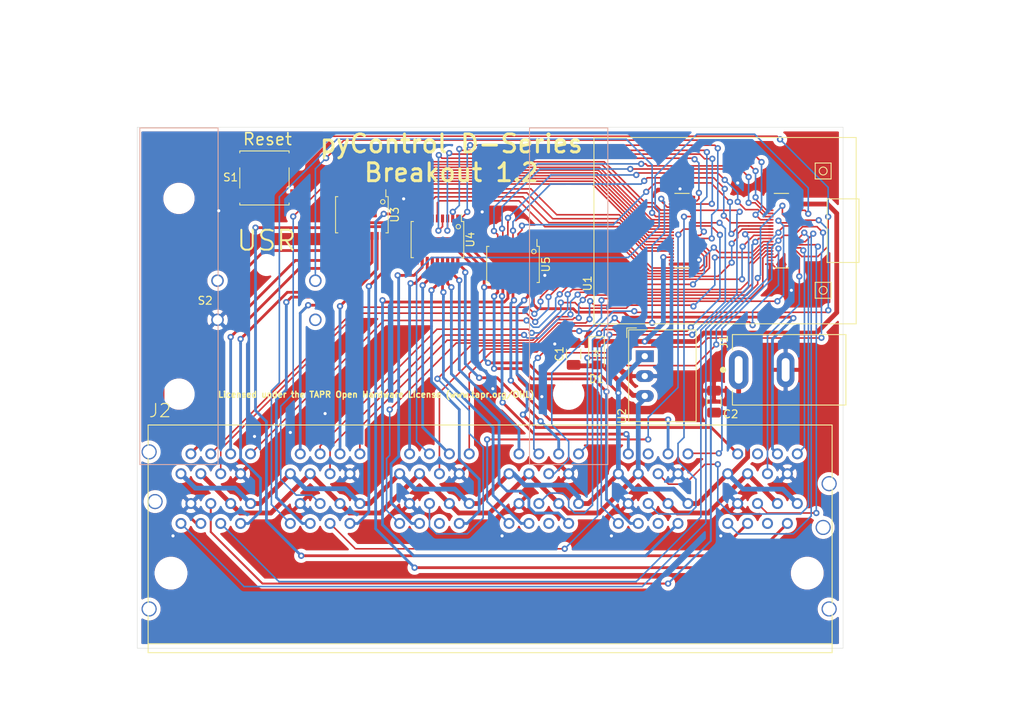
<source format=kicad_pcb>
(kicad_pcb (version 20171130) (host pcbnew "(5.1.2-1)-1")
  (layers (0 F.Cu signal) (31 B.Cu signal) (34 B.Paste user) (35 F.Paste user) (36 B.SilkS user) (37 F.SilkS user) (38 B.Mask user) (39 F.Mask user) (44 Edge.Cuts user))
  (net 0 "")
  (net 1 /VIN)
  (net 2 /GND)
  (net 3 /5VDC)
  (net 4 /12VDC)
  (net 5 /B2_DAC)
  (net 6 /B1_DAC)
  (net 7 /B2_DA)
  (net 8 /B1_DA)
  (net 9 /B2_DB)
  (net 10 /B1_DB)
  (net 11 /B6_DA)
  (net 12 /B5_DA)
  (net 13 /B4_DA)
  (net 14 /B6_DB)
  (net 15 /B5_DB)
  (net 16 /B4_DB)
  (net 17 /RST)
  (net 18 /USR)
  (net 19 /T3_PA)
  (net 20 /T2_PA)
  (net 21 /T1_PA)
  (net 22 /T1_COMA)
  (net 23 /T3_COMA)
  (net 24 /T2_COMA)
  (net 25 /T1_COMB)
  (net 26 /B1_COMA)
  (net 27 /B2_COMB)
  (net 28 /T2_COMB)
  (net 29 /B2_COMA)
  (net 30 /B1_COMB)
  (net 31 /B2_PB)
  (net 32 /T2_PB)
  (net 33 /B2_PA)
  (net 34 /B1_PB)
  (net 35 /T1_PB)
  (net 36 /B1_PA)
  (net 37 /B3_PA)
  (net 38 /T3_PB)
  (net 39 /B3_PB)
  (net 40 /B3_COMB)
  (net 41 /T3_COMB)
  (net 42 /B3_COMA)
  (net 43 /T6_PA)
  (net 44 /T5_PA)
  (net 45 /T4_PA)
  (net 46 /B4_PA)
  (net 47 /T4_PB)
  (net 48 /B4_PB)
  (net 49 /B4_COMB)
  (net 50 /B4_COMA)
  (net 51 /T4_COMA)
  (net 52 /T4_COMB)
  (net 53 /B5_PB)
  (net 54 /T5_PB)
  (net 55 /B5_PA)
  (net 56 /T6_PB)
  (net 57 /B6_PB)
  (net 58 /B6_PA)
  (net 59 /T6_COMA)
  (net 60 /T6_COMB)
  (net 61 /B6_COMB)
  (net 62 /B5_COMB)
  (net 63 /T5_COMA)
  (net 64 /B6_COMA)
  (net 65 /B5_COMA)
  (net 66 /T5_COMB)
  (net 67 /T6_DA)
  (net 68 /T5_DA)
  (net 69 /T4_DA)
  (net 70 /T3_DA)
  (net 71 /T2_DA)
  (net 72 /T1_DA)
  (net 73 /T6_DB)
  (net 74 /T5_DB)
  (net 75 /T4_DB)
  (net 76 /T3_DB)
  (net 77 /T2_DB)
  (net 78 /T1_DB)
  (net 79 /T1_DC)
  (net 80 /T2_DC)
  (net 81 /B3_DA)
  (net 82 /B3_DB)
  (net 83 /T4_DC)
  (net 84 /T3_DC)
  (module asl_footprints:Converter_DCDC_RECOM_R-78E-0.5_THT (layer F.Cu) (at 116.910871 115.1 270)
    (fp_text reference U2 (at 7.65 2.910871 90) (layer F.SilkS))
    (fp_text value R-78E5.0-1.0)
    (pad 3 thru_hole oval (at 5.08 0 270) (size 1.5 2.3) (drill 0.8) (layers *.Cu *.Mask) (net 3 /5VDC))
    (pad 2 thru_hole oval (at 2.54 0 270) (size 1.5 2.3) (drill 0.8) (layers *.Cu *.Mask) (net 2 /GND))
    (pad 1 thru_hole rect (at 0 0 270) (size 1.5 2.3) (drill 0.8) (layers *.Cu *.Mask) (net 4 /12VDC))
  )
  (module asl_footprints:SSOP-18_4.4x6.5mm_P0.65mm (layer F.Cu) (at 100.076 103.378 270)
    (fp_text reference U5 (at 0 -4.2 90) (layer F.SilkS))
    (fp_text value TBD62083APG)
    (pad 1 smd rect (at -2.7 -2.6 270) (size 1 0.4) (layers F.Cu F.Paste F.Mask) (net 59 /T6_COMA))
    (pad 2 smd rect (at -2.7 -1.95 270) (size 1 0.4) (layers F.Cu F.Paste F.Mask) (net 60 /T6_COMB))
    (pad 3 smd rect (at -2.7 -1.3 270) (size 1 0.4) (layers F.Cu F.Paste F.Mask) (net 61 /B6_COMB))
    (pad 4 smd rect (at -2.7 -0.65 270) (size 1 0.4) (layers F.Cu F.Paste F.Mask) (net 64 /B6_COMA))
    (pad 5 smd rect (at -2.7 0 270) (size 1 0.4) (layers F.Cu F.Paste F.Mask) (net 63 /T5_COMA))
    (pad 6 smd rect (at -2.7 0.65 270) (size 1 0.4) (layers F.Cu F.Paste F.Mask) (net 62 /B5_COMB))
    (pad 7 smd rect (at -2.7 1.3 270) (size 1 0.4) (layers F.Cu F.Paste F.Mask) (net 66 /T5_COMB))
    (pad 8 smd rect (at -2.7 1.95 270) (size 1 0.4) (layers F.Cu F.Paste F.Mask) (net 65 /B5_COMA))
    (pad 9 smd rect (at -2.7 2.6 270) (size 1 0.4) (layers F.Cu F.Paste F.Mask) (net 2 /GND))
    (pad 18 smd rect (at 2.7 -2.6 270) (size 1 0.4) (layers F.Cu F.Paste F.Mask) (net 43 /T6_PA))
    (pad 17 smd rect (at 2.7 -1.95 270) (size 1 0.4) (layers F.Cu F.Paste F.Mask) (net 56 /T6_PB))
    (pad 16 smd rect (at 2.7 -1.3 270) (size 1 0.4) (layers F.Cu F.Paste F.Mask) (net 57 /B6_PB))
    (pad 15 smd rect (at 2.7 -0.65 270) (size 1 0.4) (layers F.Cu F.Paste F.Mask) (net 58 /B6_PA))
    (pad 14 smd rect (at 2.7 0 270) (size 1 0.4) (layers F.Cu F.Paste F.Mask) (net 44 /T5_PA))
    (pad 13 smd rect (at 2.7 0.65 270) (size 1 0.4) (layers F.Cu F.Paste F.Mask) (net 53 /B5_PB))
    (pad 12 smd rect (at 2.7 1.3 270) (size 1 0.4) (layers F.Cu F.Paste F.Mask) (net 54 /T5_PB))
    (pad 11 smd rect (at 2.7 1.95 270) (size 1 0.4) (layers F.Cu F.Paste F.Mask) (net 55 /B5_PA))
    (pad 10 smd rect (at 2.7 2.6 270) (size 1 0.4) (layers F.Cu F.Paste F.Mask) (net 4 /12VDC))
  )
  (module asl_footprints:SSOP-18_4.4x6.5mm_P0.65mm (layer F.Cu) (at 90.424 100.203 270)
    (fp_text reference U4 (at 0 -4.2 90) (layer F.SilkS))
    (fp_text value TBD62083APG)
    (pad 1 smd rect (at -2.7 -2.6 270) (size 1 0.4) (layers F.Cu F.Paste F.Mask) (net 51 /T4_COMA))
    (pad 2 smd rect (at -2.7 -1.95 270) (size 1 0.4) (layers F.Cu F.Paste F.Mask) (net 52 /T4_COMB))
    (pad 3 smd rect (at -2.7 -1.3 270) (size 1 0.4) (layers F.Cu F.Paste F.Mask) (net 49 /B4_COMB))
    (pad 4 smd rect (at -2.7 -0.65 270) (size 1 0.4) (layers F.Cu F.Paste F.Mask) (net 50 /B4_COMA))
    (pad 5 smd rect (at -2.7 0 270) (size 1 0.4) (layers F.Cu F.Paste F.Mask) (net 40 /B3_COMB))
    (pad 6 smd rect (at -2.7 0.65 270) (size 1 0.4) (layers F.Cu F.Paste F.Mask) (net 23 /T3_COMA))
    (pad 7 smd rect (at -2.7 1.3 270) (size 1 0.4) (layers F.Cu F.Paste F.Mask) (net 41 /T3_COMB))
    (pad 8 smd rect (at -2.7 1.95 270) (size 1 0.4) (layers F.Cu F.Paste F.Mask) (net 42 /B3_COMA))
    (pad 9 smd rect (at -2.7 2.6 270) (size 1 0.4) (layers F.Cu F.Paste F.Mask) (net 2 /GND))
    (pad 18 smd rect (at 2.7 -2.6 270) (size 1 0.4) (layers F.Cu F.Paste F.Mask) (net 45 /T4_PA))
    (pad 17 smd rect (at 2.7 -1.95 270) (size 1 0.4) (layers F.Cu F.Paste F.Mask) (net 47 /T4_PB))
    (pad 16 smd rect (at 2.7 -1.3 270) (size 1 0.4) (layers F.Cu F.Paste F.Mask) (net 48 /B4_PB))
    (pad 15 smd rect (at 2.7 -0.65 270) (size 1 0.4) (layers F.Cu F.Paste F.Mask) (net 46 /B4_PA))
    (pad 14 smd rect (at 2.7 0 270) (size 1 0.4) (layers F.Cu F.Paste F.Mask) (net 39 /B3_PB))
    (pad 13 smd rect (at 2.7 0.65 270) (size 1 0.4) (layers F.Cu F.Paste F.Mask) (net 19 /T3_PA))
    (pad 12 smd rect (at 2.7 1.3 270) (size 1 0.4) (layers F.Cu F.Paste F.Mask) (net 38 /T3_PB))
    (pad 11 smd rect (at 2.7 1.95 270) (size 1 0.4) (layers F.Cu F.Paste F.Mask) (net 37 /B3_PA))
    (pad 10 smd rect (at 2.7 2.6 270) (size 1 0.4) (layers F.Cu F.Paste F.Mask) (net 4 /12VDC))
  )
  (module asl_footprints:SSOP-18_4.4x6.5mm_P0.65mm (layer F.Cu) (at 80.772 97.028 270)
    (fp_text reference U3 (at 0 -4.2 90) (layer F.SilkS))
    (fp_text value TBD62083APG)
    (pad 1 smd rect (at -2.7 -2.6 270) (size 1 0.4) (layers F.Cu F.Paste F.Mask) (net 27 /B2_COMB))
    (pad 2 smd rect (at -2.7 -1.95 270) (size 1 0.4) (layers F.Cu F.Paste F.Mask) (net 24 /T2_COMA))
    (pad 3 smd rect (at -2.7 -1.3 270) (size 1 0.4) (layers F.Cu F.Paste F.Mask) (net 28 /T2_COMB))
    (pad 4 smd rect (at -2.7 -0.65 270) (size 1 0.4) (layers F.Cu F.Paste F.Mask) (net 29 /B2_COMA))
    (pad 5 smd rect (at -2.7 0 270) (size 1 0.4) (layers F.Cu F.Paste F.Mask) (net 30 /B1_COMB))
    (pad 6 smd rect (at -2.7 0.65 270) (size 1 0.4) (layers F.Cu F.Paste F.Mask) (net 22 /T1_COMA))
    (pad 7 smd rect (at -2.7 1.3 270) (size 1 0.4) (layers F.Cu F.Paste F.Mask) (net 25 /T1_COMB))
    (pad 8 smd rect (at -2.7 1.95 270) (size 1 0.4) (layers F.Cu F.Paste F.Mask) (net 26 /B1_COMA))
    (pad 9 smd rect (at -2.7 2.6 270) (size 1 0.4) (layers F.Cu F.Paste F.Mask) (net 2 /GND))
    (pad 18 smd rect (at 2.7 -2.6 270) (size 1 0.4) (layers F.Cu F.Paste F.Mask) (net 31 /B2_PB))
    (pad 17 smd rect (at 2.7 -1.95 270) (size 1 0.4) (layers F.Cu F.Paste F.Mask) (net 20 /T2_PA))
    (pad 16 smd rect (at 2.7 -1.3 270) (size 1 0.4) (layers F.Cu F.Paste F.Mask) (net 32 /T2_PB))
    (pad 15 smd rect (at 2.7 -0.65 270) (size 1 0.4) (layers F.Cu F.Paste F.Mask) (net 33 /B2_PA))
    (pad 14 smd rect (at 2.7 0 270) (size 1 0.4) (layers F.Cu F.Paste F.Mask) (net 34 /B1_PB))
    (pad 13 smd rect (at 2.7 0.65 270) (size 1 0.4) (layers F.Cu F.Paste F.Mask) (net 21 /T1_PA))
    (pad 12 smd rect (at 2.7 1.3 270) (size 1 0.4) (layers F.Cu F.Paste F.Mask) (net 35 /T1_PB))
    (pad 11 smd rect (at 2.7 1.95 270) (size 1 0.4) (layers F.Cu F.Paste F.Mask) (net 36 /B1_PA))
    (pad 10 smd rect (at 2.7 2.6 270) (size 1 0.4) (layers F.Cu F.Paste F.Mask) (net 4 /12VDC))
  )
  (module asl_footprints:PyBoard_D-Series (layer F.Cu) (at 128.016 99.06)
    (fp_text reference U1 (at -18.416 6.74 90) (layer F.SilkS))
    (fp_text value PyBoard-D-Series)
    (pad 13 smd rect (at -4.995 -1.4 90) (size 0.23 0.66) (layers F.Cu F.Paste F.Mask))
    (pad 12 smd rect (at -7.705 -1.8 270) (size 0.23 0.66) (layers F.Cu F.Paste F.Mask) (net 7 /B2_DA))
    (pad 11 smd rect (at -4.995 -1.8 90) (size 0.23 0.66) (layers F.Cu F.Paste F.Mask) (net 15 /B5_DB))
    (pad 10 smd rect (at -7.705 -2.2 270) (size 0.23 0.66) (layers F.Cu F.Paste F.Mask) (net 26 /B1_COMA))
    (pad S3 smd rect (at -4.995 4.275 90) (size 0.35 0.66) (layers F.Cu F.Paste F.Mask) (net 2 /GND))
    (pad S4 smd rect (at -7.705 4.275 270) (size 0.35 0.66) (layers F.Cu F.Paste F.Mask) (net 2 /GND))
    (pad S1 smd rect (at -4.995 -4.275 90) (size 0.35 0.66) (layers F.Cu F.Paste F.Mask) (net 2 /GND))
    (pad S2 smd rect (at -7.705 -4.275 270) (size 0.35 0.66) (layers F.Cu F.Paste F.Mask) (net 2 /GND))
    (pad 40 smd rect (at -7.705 3.8 270) (size 0.23 0.66) (layers F.Cu F.Paste F.Mask) (net 1 /VIN))
    (pad 39 smd rect (at -4.995 3.8 90) (size 0.23 0.66) (layers F.Cu F.Paste F.Mask) (net 2 /GND))
    (pad 38 smd rect (at -7.705 3.4 270) (size 0.23 0.66) (layers F.Cu F.Paste F.Mask) (net 1 /VIN))
    (pad 37 smd rect (at -4.995 3.4 90) (size 0.23 0.66) (layers F.Cu F.Paste F.Mask) (net 2 /GND))
    (pad 36 smd rect (at -7.705 3 270) (size 0.23 0.66) (layers F.Cu F.Paste F.Mask) (net 1 /VIN))
    (pad 35 smd rect (at -4.995 3 90) (size 0.23 0.66) (layers F.Cu F.Paste F.Mask) (net 2 /GND))
    (pad 34 smd rect (at -7.705 2.6 270) (size 0.23 0.66) (layers F.Cu F.Paste F.Mask) (net 40 /B3_COMB))
    (pad 33 smd rect (at -4.995 2.6 90) (size 0.23 0.66) (layers F.Cu F.Paste F.Mask) (net 61 /B6_COMB))
    (pad 32 smd rect (at -7.705 2.2 270) (size 0.23 0.66) (layers F.Cu F.Paste F.Mask) (net 23 /T3_COMA))
    (pad 31 smd rect (at -4.995 2.2 90) (size 0.23 0.66) (layers F.Cu F.Paste F.Mask))
    (pad 30 smd rect (at -7.705 1.8 270) (size 0.23 0.66) (layers F.Cu F.Paste F.Mask) (net 41 /T3_COMB))
    (pad 29 smd rect (at -4.995 1.8 90) (size 0.23 0.66) (layers F.Cu F.Paste F.Mask) (net 60 /T6_COMB))
    (pad 28 smd rect (at -7.705 1.4 270) (size 0.23 0.66) (layers F.Cu F.Paste F.Mask) (net 42 /B3_COMA))
    (pad 27 smd rect (at -4.995 1.4 90) (size 0.23 0.66) (layers F.Cu F.Paste F.Mask) (net 59 /T6_COMA))
    (pad 26 smd rect (at -7.705 1 270) (size 0.23 0.66) (layers F.Cu F.Paste F.Mask) (net 27 /B2_COMB))
    (pad 25 smd rect (at -4.995 1 90) (size 0.23 0.66) (layers F.Cu F.Paste F.Mask) (net 51 /T4_COMA))
    (pad 24 smd rect (at -7.705 0.6 270) (size 0.23 0.66) (layers F.Cu F.Paste F.Mask) (net 24 /T2_COMA))
    (pad 23 smd rect (at -4.995 0.6 90) (size 0.23 0.66) (layers F.Cu F.Paste F.Mask) (net 52 /T4_COMB))
    (pad 22 smd rect (at -7.705 0.2 270) (size 0.23 0.66) (layers F.Cu F.Paste F.Mask) (net 28 /T2_COMB))
    (pad 21 smd rect (at -4.995 0.2 90) (size 0.23 0.66) (layers F.Cu F.Paste F.Mask))
    (pad 20 smd rect (at -7.705 -0.2 270) (size 0.23 0.66) (layers F.Cu F.Paste F.Mask) (net 29 /B2_COMA))
    (pad 19 smd rect (at -4.995 -0.2 90) (size 0.23 0.66) (layers F.Cu F.Paste F.Mask) (net 13 /B4_DA))
    (pad 18 smd rect (at -7.705 -0.6 270) (size 0.23 0.66) (layers F.Cu F.Paste F.Mask) (net 30 /B1_COMB))
    (pad 17 smd rect (at -4.995 -0.6 90) (size 0.23 0.66) (layers F.Cu F.Paste F.Mask) (net 16 /B4_DB))
    (pad 16 smd rect (at -7.705 -1 270) (size 0.23 0.66) (layers F.Cu F.Paste F.Mask) (net 22 /T1_COMA))
    (pad 15 smd rect (at -4.995 -1 90) (size 0.23 0.66) (layers F.Cu F.Paste F.Mask) (net 12 /B5_DA))
    (pad 14 smd rect (at -7.705 -1.4 270) (size 0.23 0.66) (layers F.Cu F.Paste F.Mask) (net 25 /T1_COMB))
    (pad 9 smd rect (at -4.995 -2.2 90) (size 0.23 0.66) (layers F.Cu F.Paste F.Mask))
    (pad 8 smd rect (at -7.705 -2.6 270) (size 0.23 0.66) (layers F.Cu F.Paste F.Mask) (net 9 /B2_DB))
    (pad 7 smd rect (at -4.995 -2.6 90) (size 0.23 0.66) (layers F.Cu F.Paste F.Mask) (net 6 /B1_DAC))
    (pad 6 smd rect (at -7.705 -3 270) (size 0.23 0.66) (layers F.Cu F.Paste F.Mask) (net 5 /B2_DAC))
    (pad 5 smd rect (at -4.995 -3 90) (size 0.23 0.66) (layers F.Cu F.Paste F.Mask))
    (pad 4 smd rect (at -7.705 -3.4 270) (size 0.23 0.66) (layers F.Cu F.Paste F.Mask))
    (pad 3 smd rect (at -4.995 -3.4 90) (size 0.23 0.66) (layers F.Cu F.Paste F.Mask) (net 49 /B4_COMB))
    (pad 2 smd rect (at -7.705 -3.8 270) (size 0.23 0.66) (layers F.Cu F.Paste F.Mask))
    (pad 1 smd rect (at -4.995 -3.8 90) (size 0.23 0.66) (layers F.Cu F.Paste F.Mask) (net 50 /B4_COMA))
    (pad 80 smd rect (at 7.705 -3.8 90) (size 0.23 0.66) (layers F.Cu F.Paste F.Mask) (net 1 /VIN))
    (pad 53 smd rect (at 4.995 1.4 270) (size 0.23 0.66) (layers F.Cu F.Paste F.Mask) (net 72 /T1_DA))
    (pad 52 smd rect (at 7.705 1.8 90) (size 0.23 0.66) (layers F.Cu F.Paste F.Mask) (net 14 /B6_DB))
    (pad 51 smd rect (at 4.995 1.8 270) (size 0.23 0.66) (layers F.Cu F.Paste F.Mask) (net 80 /T2_DC))
    (pad 50 smd rect (at 7.705 2.2 90) (size 0.23 0.66) (layers F.Cu F.Paste F.Mask) (net 67 /T6_DA))
    (pad 49 smd rect (at 4.995 2.2 270) (size 0.23 0.66) (layers F.Cu F.Paste F.Mask) (net 77 /T2_DB))
    (pad 48 smd rect (at 7.705 2.6 90) (size 0.23 0.66) (layers F.Cu F.Paste F.Mask) (net 17 /RST))
    (pad 47 smd rect (at 4.995 2.6 270) (size 0.23 0.66) (layers F.Cu F.Paste F.Mask) (net 71 /T2_DA))
    (pad 46 smd rect (at 7.705 3 90) (size 0.23 0.66) (layers F.Cu F.Paste F.Mask) (net 73 /T6_DB))
    (pad 45 smd rect (at 4.995 3 270) (size 0.23 0.66) (layers F.Cu F.Paste F.Mask) (net 70 /T3_DA))
    (pad 44 smd rect (at 7.705 3.4 90) (size 0.23 0.66) (layers F.Cu F.Paste F.Mask))
    (pad 43 smd rect (at 4.995 3.4 270) (size 0.23 0.66) (layers F.Cu F.Paste F.Mask) (net 76 /T3_DB))
    (pad 42 smd rect (at 7.705 3.8 90) (size 0.23 0.66) (layers F.Cu F.Paste F.Mask))
    (pad 41 smd rect (at 4.995 3.8 270) (size 0.23 0.66) (layers F.Cu F.Paste F.Mask))
    (pad S7 smd rect (at 4.995 -4.275 270) (size 0.35 0.66) (layers F.Cu F.Paste F.Mask) (net 2 /GND))
    (pad S8 smd rect (at 7.705 -4.275 90) (size 0.35 0.66) (layers F.Cu F.Paste F.Mask) (net 2 /GND))
    (pad 69 smd rect (at 4.995 -1.8 270) (size 0.23 0.66) (layers F.Cu F.Paste F.Mask) (net 62 /B5_COMB))
    (pad 68 smd rect (at 7.705 -1.4 90) (size 0.23 0.66) (layers F.Cu F.Paste F.Mask) (net 81 /B3_DA))
    (pad 72 smd rect (at 7.705 -2.2 90) (size 0.23 0.66) (layers F.Cu F.Paste F.Mask))
    (pad 67 smd rect (at 4.995 -1.4 270) (size 0.23 0.66) (layers F.Cu F.Paste F.Mask) (net 18 /USR))
    (pad 66 smd rect (at 7.705 -1 90) (size 0.23 0.66) (layers F.Cu F.Paste F.Mask) (net 82 /B3_DB))
    (pad 65 smd rect (at 4.995 -1 270) (size 0.23 0.66) (layers F.Cu F.Paste F.Mask) (net 63 /T5_COMA))
    (pad 64 smd rect (at 7.705 -0.6 90) (size 0.23 0.66) (layers F.Cu F.Paste F.Mask) (net 69 /T4_DA))
    (pad 63 smd rect (at 4.995 -0.6 270) (size 0.23 0.66) (layers F.Cu F.Paste F.Mask) (net 64 /B6_COMA))
    (pad 62 smd rect (at 7.705 -0.2 90) (size 0.23 0.66) (layers F.Cu F.Paste F.Mask) (net 75 /T4_DB))
    (pad 61 smd rect (at 4.995 -0.2 270) (size 0.23 0.66) (layers F.Cu F.Paste F.Mask) (net 79 /T1_DC))
    (pad 60 smd rect (at 7.705 0.2 90) (size 0.23 0.66) (layers F.Cu F.Paste F.Mask) (net 83 /T4_DC))
    (pad 59 smd rect (at 4.995 0.2 270) (size 0.23 0.66) (layers F.Cu F.Paste F.Mask) (net 8 /B1_DA))
    (pad 58 smd rect (at 7.705 0.6 90) (size 0.23 0.66) (layers F.Cu F.Paste F.Mask) (net 68 /T5_DA))
    (pad 57 smd rect (at 4.995 0.6 270) (size 0.23 0.66) (layers F.Cu F.Paste F.Mask) (net 78 /T1_DB))
    (pad 56 smd rect (at 7.705 1 90) (size 0.23 0.66) (layers F.Cu F.Paste F.Mask) (net 74 /T5_DB))
    (pad 55 smd rect (at 4.995 1 270) (size 0.23 0.66) (layers F.Cu F.Paste F.Mask) (net 10 /B1_DB))
    (pad 54 smd rect (at 7.705 1.4 90) (size 0.23 0.66) (layers F.Cu F.Paste F.Mask) (net 11 /B6_DA))
    (pad 79 smd rect (at 4.995 -3.8 270) (size 0.23 0.66) (layers F.Cu F.Paste F.Mask) (net 2 /GND))
    (pad 78 smd rect (at 7.705 -3.4 90) (size 0.23 0.66) (layers F.Cu F.Paste F.Mask) (net 1 /VIN))
    (pad 77 smd rect (at 4.995 -3.4 270) (size 0.23 0.66) (layers F.Cu F.Paste F.Mask) (net 2 /GND))
    (pad 76 smd rect (at 7.705 -3 90) (size 0.23 0.66) (layers F.Cu F.Paste F.Mask) (net 1 /VIN))
    (pad 75 smd rect (at 4.995 -3 270) (size 0.23 0.66) (layers F.Cu F.Paste F.Mask) (net 2 /GND))
    (pad 74 smd rect (at 7.705 -2.6 90) (size 0.23 0.66) (layers F.Cu F.Paste F.Mask) (net 84 /T3_DC))
    (pad 73 smd rect (at 4.995 -2.6 270) (size 0.23 0.66) (layers F.Cu F.Paste F.Mask) (net 65 /B5_COMA))
    (pad S5 smd rect (at 4.995 4.275 270) (size 0.35 0.66) (layers F.Cu F.Paste F.Mask) (net 2 /GND))
    (pad S6 smd rect (at 7.705 4.275 90) (size 0.35 0.66) (layers F.Cu F.Paste F.Mask) (net 2 /GND))
    (pad 71 smd rect (at 4.995 -2.2 270) (size 0.23 0.66) (layers F.Cu F.Paste F.Mask) (net 66 /T5_COMB))
    (pad 70 smd rect (at 7.705 -1.8 90) (size 0.23 0.66) (layers F.Cu F.Paste F.Mask))
  )
  (module asl_footprints:12mm_tactile_SPST (layer F.Cu) (at 68.58 107.95)
    (fp_text reference S2 (at -7.83 0.05 180) (layer F.SilkS))
    (fp_text value B3F-4000)
    (pad "" np_thru_hole circle (at 0 4.5) (size 1.8 1.8) (drill 1.8) (layers *.Cu *.Mask))
    (pad "" np_thru_hole circle (at 0 -4.5) (size 1.8 1.8) (drill 1.8) (layers *.Cu *.Mask))
    (pad 2 thru_hole circle (at -6.25 2.5) (size 1.6 1.6) (drill 1.2) (layers *.Cu *.Mask) (net 2 /GND))
    (pad 1 thru_hole circle (at 6.25 2.5) (size 1.6 1.6) (drill 1.2) (layers *.Cu *.Mask))
    (pad 3 thru_hole circle (at 6.25 -2.5) (size 1.6 1.6) (drill 1.2) (layers *.Cu *.Mask) (net 18 /USR))
    (pad 4 thru_hole circle (at -6.25 -2.5) (size 1.6 1.6) (drill 1.2) (layers *.Cu *.Mask))
  )
  (module asl_footprints:6mm_tactile_smd (layer F.Cu) (at 68.326 92.329)
    (fp_text reference S1 (at -4.326 -0.079) (layer F.SilkS))
    (fp_text value B3FS-1010P)
    (pad 1 smd rect (at 4 2.25) (size 1.4 1.6) (layers F.Cu F.Paste F.Mask) (net 2 /GND))
    (pad 2 smd rect (at -4 2.25) (size 1.4 1.6) (layers F.Cu F.Paste F.Mask) (net 2 /GND))
    (pad 3 smd rect (at 4 -2.25) (size 1.4 1.6) (layers F.Cu F.Paste F.Mask) (net 17 /RST))
    (pad 4 smd rect (at -4 -2.25) (size 1.4 1.6) (layers F.Cu F.Paste F.Mask))
  )
  (module asl_footprints:RJ45_12Port (layer F.Cu) (at 97.155 138.43)
    (fp_text reference J2 (at -43.71 -15.39) (layer F.SilkS) (effects (font (size 1.6891 1.6891) (thickness 0.14224)) (justify left bottom)))
    (fp_text value RJ45-12PORT hide)
    (pad "" np_thru_hole circle (at 40.513 4.3816) (size 3.2 3.2) (drill 3.2) (layers *.Cu *.Mask))
    (pad "" np_thru_hole circle (at -40.767 4.3816) (size 3.2 3.2) (drill 3.2) (layers *.Cu *.Mask))
    (pad T6-5 thru_hole circle (at 34.163 -10.8584 180) (size 1.4 1.4) (drill 0.9) (layers *.Cu *.Mask))
    (pad B6-5 thru_hole circle (at 35.433 -1.9684) (size 1.4 1.4) (drill 0.9) (layers *.Cu *.Mask))
    (pad T5-5 thru_hole circle (at 20.193 -10.8584 180) (size 1.4 1.4) (drill 0.9) (layers *.Cu *.Mask))
    (pad B5-5 thru_hole circle (at 21.463 -1.9684) (size 1.4 1.4) (drill 0.9) (layers *.Cu *.Mask))
    (pad T4-5 thru_hole circle (at 6.223 -10.8584 180) (size 1.4 1.4) (drill 0.9) (layers *.Cu *.Mask) (net 83 /T4_DC))
    (pad B4-5 thru_hole circle (at 7.493 -1.9684) (size 1.4 1.4) (drill 0.9) (layers *.Cu *.Mask))
    (pad T3-5 thru_hole circle (at -7.747 -10.8584 180) (size 1.4 1.4) (drill 0.9) (layers *.Cu *.Mask) (net 84 /T3_DC))
    (pad B3-5 thru_hole circle (at -6.477 -1.9684) (size 1.4 1.4) (drill 0.9) (layers *.Cu *.Mask))
    (pad T2-5 thru_hole circle (at -21.717 -10.8584 180) (size 1.4 1.4) (drill 0.9) (layers *.Cu *.Mask) (net 80 /T2_DC))
    (pad B2-5 thru_hole circle (at -20.447 -1.9684) (size 1.4 1.4) (drill 0.9) (layers *.Cu *.Mask) (net 5 /B2_DAC))
    (pad T1-5 thru_hole circle (at -35.687 -10.8584 180) (size 1.4 1.4) (drill 0.9) (layers *.Cu *.Mask) (net 79 /T1_DC))
    (pad B1-5 thru_hole circle (at -34.417 -1.9684) (size 1.4 1.4) (drill 0.9) (layers *.Cu *.Mask) (net 6 /B1_DAC))
    (pad S6 thru_hole circle (at 43.307 8.9566) (size 1.9304 1.9304) (drill 1.6) (layers *.Cu *.Mask))
    (pad S5 thru_hole circle (at 42.545 -1.4574) (size 1.9304 1.9304) (drill 1.6) (layers *.Cu *.Mask))
    (pad S4 thru_hole circle (at 43.307 -7.0454) (size 1.9304 1.9304) (drill 1.6) (layers *.Cu *.Mask))
    (pad S1 thru_hole circle (at -43.561 -11.1094) (size 1.9304 1.9304) (drill 1.6) (layers *.Cu *.Mask))
    (pad S2 thru_hole circle (at -42.799 -4.7594) (size 1.9304 1.9304) (drill 1.6) (layers *.Cu *.Mask))
    (pad S3 thru_hole circle (at -43.561 8.9566) (size 1.9304 1.9304) (drill 1.6) (layers *.Cu *.Mask))
    (pad T6-8 thru_hole circle (at 30.353 -8.3184 180) (size 1.4 1.4) (drill 0.9) (layers *.Cu *.Mask) (net 4 /12VDC))
    (pad B6-8 thru_hole circle (at 39.243 -4.5084) (size 1.4 1.4) (drill 0.9) (layers *.Cu *.Mask) (net 4 /12VDC))
    (pad T5-8 thru_hole circle (at 16.383 -8.3184 180) (size 1.4 1.4) (drill 0.9) (layers *.Cu *.Mask) (net 4 /12VDC))
    (pad B5-8 thru_hole circle (at 25.273 -4.5084) (size 1.4 1.4) (drill 0.9) (layers *.Cu *.Mask) (net 4 /12VDC))
    (pad T4-8 thru_hole circle (at 2.413 -8.3184 180) (size 1.4 1.4) (drill 0.9) (layers *.Cu *.Mask) (net 4 /12VDC))
    (pad B4-8 thru_hole circle (at 11.303 -4.5084) (size 1.4 1.4) (drill 0.9) (layers *.Cu *.Mask) (net 4 /12VDC))
    (pad T3-8 thru_hole circle (at -11.557 -8.3184 180) (size 1.4 1.4) (drill 0.9) (layers *.Cu *.Mask) (net 4 /12VDC))
    (pad B3-8 thru_hole circle (at -2.667 -4.5084) (size 1.4 1.4) (drill 0.9) (layers *.Cu *.Mask) (net 4 /12VDC))
    (pad T2-8 thru_hole circle (at -25.527 -8.3184 180) (size 1.4 1.4) (drill 0.9) (layers *.Cu *.Mask) (net 4 /12VDC))
    (pad B2-8 thru_hole circle (at -16.637 -4.5084) (size 1.4 1.4) (drill 0.9) (layers *.Cu *.Mask) (net 4 /12VDC))
    (pad T1-8 thru_hole circle (at -39.497 -8.3184 180) (size 1.4 1.4) (drill 0.9) (layers *.Cu *.Mask) (net 4 /12VDC))
    (pad B1-8 thru_hole circle (at -30.607 -4.5084) (size 1.4 1.4) (drill 0.9) (layers *.Cu *.Mask) (net 4 /12VDC))
    (pad T6-2 thru_hole circle (at 37.973 -8.3184 180) (size 1.4 1.4) (drill 0.9) (layers *.Cu *.Mask) (net 2 /GND))
    (pad B6-2 thru_hole circle (at 31.623 -4.5084) (size 1.4 1.4) (drill 0.9) (layers *.Cu *.Mask) (net 2 /GND))
    (pad T5-2 thru_hole circle (at 24.003 -8.3184 180) (size 1.4 1.4) (drill 0.9) (layers *.Cu *.Mask) (net 2 /GND))
    (pad B5-2 thru_hole circle (at 17.653 -4.5084) (size 1.4 1.4) (drill 0.9) (layers *.Cu *.Mask) (net 2 /GND))
    (pad T4-2 thru_hole circle (at 10.033 -8.3184 180) (size 1.4 1.4) (drill 0.9) (layers *.Cu *.Mask) (net 2 /GND))
    (pad B4-2 thru_hole circle (at 3.683 -4.5084) (size 1.4 1.4) (drill 0.9) (layers *.Cu *.Mask) (net 2 /GND))
    (pad T3-2 thru_hole circle (at -3.937 -8.3184 180) (size 1.4 1.4) (drill 0.9) (layers *.Cu *.Mask) (net 2 /GND))
    (pad B3-2 thru_hole circle (at -10.287 -4.5084) (size 1.4 1.4) (drill 0.9) (layers *.Cu *.Mask) (net 2 /GND))
    (pad T2-2 thru_hole circle (at -17.907 -8.3184 180) (size 1.4 1.4) (drill 0.9) (layers *.Cu *.Mask) (net 2 /GND))
    (pad B2-2 thru_hole circle (at -24.257 -4.5084) (size 1.4 1.4) (drill 0.9) (layers *.Cu *.Mask) (net 2 /GND))
    (pad T1-2 thru_hole circle (at -31.877 -8.3184 180) (size 1.4 1.4) (drill 0.9) (layers *.Cu *.Mask) (net 2 /GND))
    (pad B1-2 thru_hole circle (at -38.227 -4.5084) (size 1.4 1.4) (drill 0.9) (layers *.Cu *.Mask) (net 2 /GND))
    (pad T6-1 thru_hole circle (at 39.243 -10.8584 180) (size 1.4 1.4) (drill 0.9) (layers *.Cu *.Mask) (net 67 /T6_DA))
    (pad B6-1 thru_hole circle (at 30.353 -1.9684) (size 1.4 1.4) (drill 0.9) (layers *.Cu *.Mask) (net 11 /B6_DA))
    (pad T5-1 thru_hole circle (at 25.273 -10.8584 180) (size 1.4 1.4) (drill 0.9) (layers *.Cu *.Mask) (net 68 /T5_DA))
    (pad B5-1 thru_hole circle (at 16.383 -1.9684) (size 1.4 1.4) (drill 0.9) (layers *.Cu *.Mask) (net 12 /B5_DA))
    (pad T4-1 thru_hole circle (at 11.303 -10.8584 180) (size 1.4 1.4) (drill 0.9) (layers *.Cu *.Mask) (net 69 /T4_DA))
    (pad B4-1 thru_hole circle (at 2.413 -1.9684) (size 1.4 1.4) (drill 0.9) (layers *.Cu *.Mask) (net 13 /B4_DA))
    (pad T3-1 thru_hole circle (at -2.667 -10.8584 180) (size 1.4 1.4) (drill 0.9) (layers *.Cu *.Mask) (net 70 /T3_DA))
    (pad B3-1 thru_hole circle (at -11.557 -1.9684) (size 1.4 1.4) (drill 0.9) (layers *.Cu *.Mask) (net 81 /B3_DA))
    (pad T2-1 thru_hole circle (at -16.637 -10.8584 180) (size 1.4 1.4) (drill 0.9) (layers *.Cu *.Mask) (net 71 /T2_DA))
    (pad B2-1 thru_hole circle (at -25.527 -1.9684) (size 1.4 1.4) (drill 0.9) (layers *.Cu *.Mask) (net 7 /B2_DA))
    (pad T1-1 thru_hole circle (at -30.607 -10.8584 180) (size 1.4 1.4) (drill 0.9) (layers *.Cu *.Mask) (net 72 /T1_DA))
    (pad B1-1 thru_hole circle (at -39.497 -1.9684) (size 1.4 1.4) (drill 0.9) (layers *.Cu *.Mask) (net 8 /B1_DA))
    (pad T6-3 thru_hole circle (at 36.703 -10.8584 180) (size 1.4 1.4) (drill 0.9) (layers *.Cu *.Mask) (net 43 /T6_PA))
    (pad B6-3 thru_hole circle (at 32.893 -1.9684) (size 1.4 1.4) (drill 0.9) (layers *.Cu *.Mask) (net 58 /B6_PA))
    (pad T5-3 thru_hole circle (at 22.733 -10.8584 180) (size 1.4 1.4) (drill 0.9) (layers *.Cu *.Mask) (net 44 /T5_PA))
    (pad B5-3 thru_hole circle (at 18.923 -1.9684) (size 1.4 1.4) (drill 0.9) (layers *.Cu *.Mask) (net 55 /B5_PA))
    (pad T4-3 thru_hole circle (at 8.763 -10.8584 180) (size 1.4 1.4) (drill 0.9) (layers *.Cu *.Mask) (net 45 /T4_PA))
    (pad B4-3 thru_hole circle (at 4.953 -1.9684) (size 1.4 1.4) (drill 0.9) (layers *.Cu *.Mask) (net 46 /B4_PA))
    (pad T3-3 thru_hole circle (at -5.207 -10.8584 180) (size 1.4 1.4) (drill 0.9) (layers *.Cu *.Mask) (net 19 /T3_PA))
    (pad B3-3 thru_hole circle (at -9.017 -1.9684) (size 1.4 1.4) (drill 0.9) (layers *.Cu *.Mask) (net 37 /B3_PA))
    (pad T2-3 thru_hole circle (at -19.177 -10.8584 180) (size 1.4 1.4) (drill 0.9) (layers *.Cu *.Mask) (net 20 /T2_PA))
    (pad B2-3 thru_hole circle (at -22.987 -1.9684) (size 1.4 1.4) (drill 0.9) (layers *.Cu *.Mask) (net 33 /B2_PA))
    (pad T1-3 thru_hole circle (at -33.147 -10.8584 180) (size 1.4 1.4) (drill 0.9) (layers *.Cu *.Mask) (net 21 /T1_PA))
    (pad B1-3 thru_hole circle (at -36.957 -1.9684) (size 1.4 1.4) (drill 0.9) (layers *.Cu *.Mask) (net 36 /B1_PA))
    (pad T6-6 thru_hole circle (at 32.893 -8.3184 180) (size 1.4 1.4) (drill 0.9) (layers *.Cu *.Mask) (net 3 /5VDC))
    (pad B6-6 thru_hole circle (at 36.703 -4.5084) (size 1.4 1.4) (drill 0.9) (layers *.Cu *.Mask) (net 3 /5VDC))
    (pad T5-6 thru_hole circle (at 18.923 -8.3184 180) (size 1.4 1.4) (drill 0.9) (layers *.Cu *.Mask) (net 3 /5VDC))
    (pad B5-6 thru_hole circle (at 22.733 -4.5084) (size 1.4 1.4) (drill 0.9) (layers *.Cu *.Mask) (net 3 /5VDC))
    (pad T4-6 thru_hole circle (at 4.953 -8.3184 180) (size 1.4 1.4) (drill 0.9) (layers *.Cu *.Mask) (net 3 /5VDC))
    (pad B4-6 thru_hole circle (at 8.763 -4.5084) (size 1.4 1.4) (drill 0.9) (layers *.Cu *.Mask) (net 3 /5VDC))
    (pad T3-6 thru_hole circle (at -9.017 -8.3184 180) (size 1.4 1.4) (drill 0.9) (layers *.Cu *.Mask) (net 3 /5VDC))
    (pad B3-6 thru_hole circle (at -5.207 -4.5084) (size 1.4 1.4) (drill 0.9) (layers *.Cu *.Mask) (net 3 /5VDC))
    (pad T2-6 thru_hole circle (at -22.987 -8.3184 180) (size 1.4 1.4) (drill 0.9) (layers *.Cu *.Mask) (net 3 /5VDC))
    (pad B2-6 thru_hole circle (at -19.177 -4.5084) (size 1.4 1.4) (drill 0.9) (layers *.Cu *.Mask) (net 3 /5VDC))
    (pad T1-6 thru_hole circle (at -36.957 -8.3184 180) (size 1.4 1.4) (drill 0.9) (layers *.Cu *.Mask) (net 3 /5VDC))
    (pad B1-6 thru_hole circle (at -33.147 -4.5084) (size 1.4 1.4) (drill 0.9) (layers *.Cu *.Mask) (net 3 /5VDC))
    (pad T6-4 thru_hole circle (at 35.433 -8.3184 180) (size 1.4 1.4) (drill 0.9) (layers *.Cu *.Mask) (net 73 /T6_DB))
    (pad B6-4 thru_hole circle (at 34.163 -4.5084) (size 1.4 1.4) (drill 0.9) (layers *.Cu *.Mask) (net 14 /B6_DB))
    (pad T5-4 thru_hole circle (at 21.463 -8.3184 180) (size 1.4 1.4) (drill 0.9) (layers *.Cu *.Mask) (net 74 /T5_DB))
    (pad B5-4 thru_hole circle (at 20.193 -4.5084) (size 1.4 1.4) (drill 0.9) (layers *.Cu *.Mask) (net 15 /B5_DB))
    (pad T4-4 thru_hole circle (at 7.493 -8.3184 180) (size 1.4 1.4) (drill 0.9) (layers *.Cu *.Mask) (net 75 /T4_DB))
    (pad B4-4 thru_hole circle (at 6.223 -4.5084) (size 1.4 1.4) (drill 0.9) (layers *.Cu *.Mask) (net 16 /B4_DB))
    (pad T3-4 thru_hole circle (at -6.477 -8.3184 180) (size 1.4 1.4) (drill 0.9) (layers *.Cu *.Mask) (net 76 /T3_DB))
    (pad B3-4 thru_hole circle (at -7.747 -4.5084) (size 1.4 1.4) (drill 0.9) (layers *.Cu *.Mask) (net 82 /B3_DB))
    (pad T2-4 thru_hole circle (at -20.447 -8.3184 180) (size 1.4 1.4) (drill 0.9) (layers *.Cu *.Mask) (net 77 /T2_DB))
    (pad B2-4 thru_hole circle (at -21.717 -4.5084) (size 1.4 1.4) (drill 0.9) (layers *.Cu *.Mask) (net 9 /B2_DB))
    (pad T1-4 thru_hole circle (at -34.417 -8.3184 180) (size 1.4 1.4) (drill 0.9) (layers *.Cu *.Mask) (net 78 /T1_DB))
    (pad B1-4 thru_hole circle (at -35.687 -4.5084) (size 1.4 1.4) (drill 0.9) (layers *.Cu *.Mask) (net 10 /B1_DB))
    (pad T6-7 thru_hole circle (at 31.623 -10.8584 180) (size 1.4 1.4) (drill 0.9) (layers *.Cu *.Mask) (net 56 /T6_PB))
    (pad B6-7 thru_hole circle (at 37.973 -1.9684) (size 1.4 1.4) (drill 0.9) (layers *.Cu *.Mask) (net 57 /B6_PB))
    (pad T5-7 thru_hole circle (at 17.653 -10.8584 180) (size 1.4 1.4) (drill 0.9) (layers *.Cu *.Mask) (net 54 /T5_PB))
    (pad B5-7 thru_hole circle (at 24.003 -1.9684) (size 1.4 1.4) (drill 0.9) (layers *.Cu *.Mask) (net 53 /B5_PB))
    (pad T4-7 thru_hole circle (at 3.683 -10.8584 180) (size 1.4 1.4) (drill 0.9) (layers *.Cu *.Mask) (net 47 /T4_PB))
    (pad B4-7 thru_hole circle (at 10.033 -1.9684) (size 1.4 1.4) (drill 0.9) (layers *.Cu *.Mask) (net 48 /B4_PB))
    (pad T3-7 thru_hole circle (at -10.287 -10.8584 180) (size 1.4 1.4) (drill 0.9) (layers *.Cu *.Mask) (net 38 /T3_PB))
    (pad B3-7 thru_hole circle (at -3.937 -1.9684) (size 1.4 1.4) (drill 0.9) (layers *.Cu *.Mask) (net 39 /B3_PB))
    (pad T2-7 thru_hole circle (at -24.257 -10.8584 180) (size 1.4 1.4) (drill 0.9) (layers *.Cu *.Mask) (net 32 /T2_PB))
    (pad B2-7 thru_hole circle (at -17.907 -1.9684) (size 1.4 1.4) (drill 0.9) (layers *.Cu *.Mask) (net 31 /B2_PB))
    (pad T1-7 thru_hole circle (at -38.227 -10.8584 180) (size 1.4 1.4) (drill 0.9) (layers *.Cu *.Mask) (net 35 /T1_PB))
    (pad B1-7 thru_hole circle (at -31.877 -1.9684) (size 1.4 1.4) (drill 0.9) (layers *.Cu *.Mask) (net 34 /B1_PB))
  )
  (module asl_footprints:DC_Jack (layer F.Cu) (at 128.905 116.84)
    (fp_text reference J1 (at -1.905 -3.59 90) (layer F.SilkS))
    (fp_text value Barrel_Jack hide)
    (pad 1 thru_hole oval (at 0 0 90) (size 5 2.5) (drill oval 3.5 1) (layers *.Cu *.Mask) (net 4 /12VDC))
    (pad 2 thru_hole oval (at 6 0 90) (size 4.5 2.25) (drill oval 3 1) (layers *.Cu *.Mask) (net 2 /GND))
  )
  (module asl_footprints:DIN_Clip (layer F.Cu) (at 107.188 107.442)
    (fp_text reference DRA2 hide)
    (fp_text value DIN_Rail_Adapter hide)
    (pad "" np_thru_hole circle (at 0 12.5) (size 3 3) (drill 3) (layers *.Cu *.Mask))
    (pad "" np_thru_hole circle (at 0 -12.5) (size 3 3) (drill 3) (layers *.Cu *.Mask))
  )
  (module asl_footprints:DIN_Clip (layer F.Cu) (at 57.404 107.442)
    (fp_text reference DRA1 hide)
    (fp_text value DIN_Rail_Adapter hide)
    (pad "" np_thru_hole circle (at 0 12.5) (size 3 3) (drill 3) (layers *.Cu *.Mask))
    (pad "" np_thru_hole circle (at 0 -12.5) (size 3 3) (drill 3) (layers *.Cu *.Mask))
  )
  (module asl_footprints:D_SOD-123F (layer F.Cu) (at 110.744 114.808 270)
    (fp_text reference D1 (at 3.192 -0.006 180) (layer F.SilkS))
    (fp_text value Diode)
    (pad 2 smd rect (at 1.4 0 270) (size 1.1 1.1) (layers F.Cu F.Paste F.Mask) (net 3 /5VDC))
    (pad 1 smd rect (at -1.4 0 270) (size 1.1 1.1) (layers F.Cu F.Paste F.Mask) (net 1 /VIN))
  )
  (module Capacitor_SMD:C_1206_3216Metric (layer F.Cu) (at 125.75 120.901 90)
    (fp_text reference C2 (at -1.599 2.143 180) (layer F.SilkS))
    (fp_text value 10µF)
    (pad 1 smd roundrect (at -1.4 0 90) (size 1.25 1.75) (layers F.Cu F.Paste F.Mask) (roundrect_rratio 0.2) (net 4 /12VDC))
    (pad 2 smd roundrect (at 1.4 0 90) (size 1.25 1.75) (layers F.Cu F.Paste F.Mask) (roundrect_rratio 0.2) (net 2 /GND))
  )
  (module Capacitor_SMD:C_1206_3216Metric (layer F.Cu) (at 107.823 114.808 90)
    (fp_text reference C1 (at 0 -1.82 90) (layer F.SilkS))
    (fp_text value 10µF)
    (pad 2 smd roundrect (at 1.4 0 90) (size 1.25 1.75) (layers F.Cu F.Paste F.Mask) (roundrect_rratio 0.2) (net 2 /GND))
    (pad 1 smd roundrect (at -1.4 0 90) (size 1.25 1.75) (layers F.Cu F.Paste F.Mask) (roundrect_rratio 0.2) (net 3 /5VDC))
  )
  (gr_text "Licensed under the TAPR Open Hardware License (www.tapr.org/OHL)" (at 82.6 120) (layer F.SilkS) (effects (font (size 0.762 0.762) (thickness 0.1778))))
  (gr_text "pyControl D-Series\nBreakout 1.2" (at 92.2 89.8) (layer F.SilkS) (effects (font (size 2.286 2.286) (thickness 0.381))))
  (gr_text Reset (at 68.707 87.376) (layer F.SilkS) (effects (font (size 1.524 1.524) (thickness 0.2032))))
  (gr_text USR (at 68.58 100.33) (layer F.SilkS) (effects (font (size 2.54 2.54) (thickness 0.254))))
  (gr_line (start 52.07 85.852) (end 52.07 152.4) (layer Edge.Cuts) (width 0.05))
  (gr_line (start 142.24 85.852) (end 52.07 85.852) (layer Edge.Cuts) (width 0.05))
  (gr_line (start 142.24 152.4) (end 142.24 85.852) (layer Edge.Cuts) (width 0.05))
  (gr_line (start 52.07 152.4) (end 142.24 152.4) (layer Edge.Cuts) (width 0.05))
  (segment (start 135.721 95.66) (end 135.721 95.34381) (width 0.4064) (layer F.Cu) (net 1))
  (segment (start 135.721 95.927) (end 135.721 95.989399) (width 0.4064) (layer F.Cu) (net 1))
  (segment (start 135.721 95.66) (end 135.721 95.927) (width 0.4064) (layer F.Cu) (net 1))
  (segment (start 120.311 102.46) (end 120.311 102.06) (width 0.2032) (layer F.Cu) (net 1))
  (segment (start 120.311 102.46) (end 120.311 102.86) (width 0.2032) (layer F.Cu) (net 1))
  (segment (start 120.311 102.46) (end 119.282 102.46) (width 0.2032) (layer F.Cu) (net 1))
  (via (at 119.282 102.46) (size 0.8) (drill 0.4) (layers F.Cu B.Cu) (net 1))
  (via (at 116.9067 113.2173) (size 0.8) (drill 0.4) (layers F.Cu B.Cu) (net 1))
  (segment (start 119.282 110.842) (end 116.9067 113.2173) (width 0.6096) (layer B.Cu) (net 1))
  (segment (start 119.282 102.46) (end 119.282 110.842) (width 0.6096) (layer B.Cu) (net 1))
  (segment (start 135.721 95.66) (end 140.237 95.66) (width 0.6096) (layer F.Cu) (net 1))
  (segment (start 138.81234 112.141) (end 124.458658 112.141) (width 0.6096) (layer F.Cu) (net 1))
  (segment (start 140.237 95.66) (end 141.430601 96.853601) (width 0.6096) (layer F.Cu) (net 1))
  (segment (start 124.458658 112.141) (end 123.377767 113.221891) (width 0.6096) (layer F.Cu) (net 1))
  (segment (start 123.377767 113.221891) (end 117.476976 113.221891) (width 0.6096) (layer F.Cu) (net 1))
  (segment (start 141.430601 109.522739) (end 138.81234 112.141) (width 0.6096) (layer F.Cu) (net 1))
  (segment (start 117.476976 113.221891) (end 117.472385 113.2173) (width 0.6096) (layer F.Cu) (net 1))
  (segment (start 141.430601 96.853601) (end 141.430601 109.522739) (width 0.6096) (layer F.Cu) (net 1))
  (segment (start 117.472385 113.2173) (end 116.9067 113.2173) (width 0.6096) (layer F.Cu) (net 1))
  (segment (start 110.9347 113.2173) (end 110.744 113.408) (width 0.6096) (layer F.Cu) (net 1))
  (segment (start 116.9067 113.2173) (end 110.9347 113.2173) (width 0.6096) (layer F.Cu) (net 1))
  (via (at 98.679 138.049) (size 0.8) (drill 0.4) (layers F.Cu B.Cu) (net 2))
  (segment (start 123.021 103.335) (end 120.311 103.335) (width 0.4064) (layer F.Cu) (net 2))
  (segment (start 123.021 103.335) (end 123.021 102.86) (width 0.4064) (layer F.Cu) (net 2))
  (segment (start 123.021 102.86) (end 123.021 102.46) (width 0.4064) (layer F.Cu) (net 2))
  (segment (start 123.021 102.193) (end 123.021 102.130601) (width 0.4064) (layer F.Cu) (net 2))
  (segment (start 123.021 102.46) (end 123.021 102.193) (width 0.4064) (layer F.Cu) (net 2))
  (segment (start 133.011 95.927) (end 133.011 95.989399) (width 0.4064) (layer F.Cu) (net 2))
  (segment (start 133.011 95.66) (end 133.011 95.927) (width 0.4064) (layer F.Cu) (net 2))
  (segment (start 133.011 95.66) (end 133.011 95.26) (width 0.4064) (layer F.Cu) (net 2))
  (segment (start 133.011 95.26) (end 133.011 94.785) (width 0.4064) (layer F.Cu) (net 2))
  (segment (start 132.377 103.335) (end 132.356722 103.355278) (width 0.2032) (layer F.Cu) (net 2))
  (segment (start 133.011 103.335) (end 132.377 103.335) (width 0.2032) (layer F.Cu) (net 2))
  (via (at 128.778 92.964) (size 0.8) (drill 0.4) (layers F.Cu B.Cu) (net 2))
  (segment (start 120.311 94.785) (end 121.709 94.785) (width 0.4064) (layer F.Cu) (net 2))
  (segment (start 121.709 94.785) (end 123.021 94.785) (width 0.4064) (layer F.Cu) (net 2))
  (segment (start 134.323 94.785) (end 134.323 94.023) (width 0.2032) (layer F.Cu) (net 2))
  (segment (start 133.011 94.785) (end 134.323 94.785) (width 0.4064) (layer F.Cu) (net 2))
  (segment (start 134.323 94.785) (end 135.721 94.785) (width 0.4064) (layer F.Cu) (net 2))
  (via (at 121.412 93.726) (size 0.8) (drill 0.4) (layers F.Cu B.Cu) (net 2))
  (via (at 126.619 138.049) (size 0.8) (drill 0.4) (layers F.Cu B.Cu) (net 2))
  (via (at 56.642 138.049) (size 0.8) (drill 0.4) (layers F.Cu B.Cu) (net 2))
  (segment (start 133.166 103.335) (end 133.011 103.335) (width 0.2032) (layer F.Cu) (net 2))
  (segment (start 133.717 103.886) (end 133.166 103.335) (width 0.2032) (layer F.Cu) (net 2))
  (segment (start 135.17 103.886) (end 133.717 103.886) (width 0.2032) (layer F.Cu) (net 2))
  (segment (start 135.721 103.335) (end 135.17 103.886) (width 0.2032) (layer F.Cu) (net 2))
  (segment (start 121.709 94.023) (end 121.412 93.726) (width 0.2032) (layer F.Cu) (net 2))
  (segment (start 121.709 94.785) (end 121.709 94.023) (width 0.2032) (layer F.Cu) (net 2))
  (via (at 71.628 124.841) (size 0.8) (drill 0.4) (layers F.Cu B.Cu) (net 2))
  (via (at 112.649 138.049) (size 0.8) (drill 0.4) (layers F.Cu B.Cu) (net 2))
  (via (at 135.636 106.68) (size 0.8) (drill 0.4) (layers F.Cu B.Cu) (net 2))
  (via (at 86.106 94.996) (size 0.8) (drill 0.4) (layers F.Cu B.Cu) (net 2))
  (segment (start 134.905 116.84) (end 134.905 117.965) (width 0.6096) (layer F.Cu) (net 2))
  (via (at 104.14 104.775) (size 0.8) (drill 0.4) (layers F.Cu B.Cu) (net 2))
  (via (at 62.484 96.52) (size 0.8) (drill 0.4) (layers F.Cu B.Cu) (net 2))
  (via (at 76.073 122.428) (size 0.8) (drill 0.4) (layers F.Cu B.Cu) (net 2))
  (via (at 67.056 125.349) (size 0.8) (drill 0.4) (layers F.Cu B.Cu) (net 2))
  (via (at 96.139 96.66601) (size 0.8) (drill 0.4) (layers F.Cu B.Cu) (net 2))
  (via (at 105.41 113.538) (size 0.8) (drill 0.4) (layers F.Cu B.Cu) (net 2))
  (via (at 103.759 120.269) (size 0.8) (drill 0.4) (layers F.Cu B.Cu) (net 2))
  (via (at 97.500002 119.25) (size 0.8) (drill 0.4) (layers F.Cu B.Cu) (net 2))
  (via (at 123.8 102.800006) (size 0.8) (drill 0.4) (layers F.Cu B.Cu) (net 2))
  (segment (start 123.710994 102.800006) (end 123.8 102.800006) (width 0.2032) (layer F.Cu) (net 2))
  (segment (start 123.021 103.335) (end 123.176 103.335) (width 0.2032) (layer F.Cu) (net 2))
  (segment (start 123.8 102.938314) (end 123.8 102.800006) (width 0.2032) (layer F.Cu) (net 2))
  (segment (start 123.740006 102.86) (end 123.8 102.800006) (width 0.254) (layer F.Cu) (net 2))
  (segment (start 123.021 102.86) (end 123.740006 102.86) (width 0.254) (layer F.Cu) (net 2))
  (segment (start 60.897999 130.811599) (end 64.008 133.9216) (width 0.6096) (layer F.Cu) (net 3))
  (segment (start 60.198 130.1116) (end 60.897999 130.811599) (width 0.6096) (layer F.Cu) (net 3))
  (segment (start 74.168 130.1116) (end 77.978 133.9216) (width 0.6096) (layer F.Cu) (net 3))
  (segment (start 88.138 130.1116) (end 91.948 133.9216) (width 0.6096) (layer F.Cu) (net 3))
  (segment (start 101.408001 130.811599) (end 102.108 130.1116) (width 0.6096) (layer F.Cu) (net 3))
  (segment (start 102.108 130.1116) (end 105.918 133.9216) (width 0.6096) (layer F.Cu) (net 3))
  (segment (start 116.078 130.1116) (end 119.888 133.9216) (width 0.6096) (layer F.Cu) (net 3))
  (segment (start 130.747999 130.811599) (end 133.858 133.9216) (width 0.6096) (layer F.Cu) (net 3))
  (segment (start 130.048 130.1116) (end 130.747999 130.811599) (width 0.6096) (layer F.Cu) (net 3))
  (segment (start 91.948 133.9216) (end 93.1544 135.128) (width 0.6096) (layer F.Cu) (net 3))
  (segment (start 97.0916 135.128) (end 102.108 130.1116) (width 0.6096) (layer F.Cu) (net 3))
  (segment (start 93.1544 135.128) (end 97.0916 135.128) (width 0.6096) (layer F.Cu) (net 3))
  (segment (start 105.918 133.9216) (end 107.1244 135.128) (width 0.6096) (layer F.Cu) (net 3))
  (segment (start 111.0616 135.128) (end 116.078 130.1116) (width 0.6096) (layer F.Cu) (net 3))
  (segment (start 107.1244 135.128) (end 111.0616 135.128) (width 0.6096) (layer F.Cu) (net 3))
  (segment (start 119.888 133.9216) (end 121.0944 135.128) (width 0.6096) (layer F.Cu) (net 3))
  (segment (start 125.0316 135.128) (end 130.048 130.1116) (width 0.6096) (layer F.Cu) (net 3))
  (segment (start 121.0944 135.128) (end 125.0316 135.128) (width 0.6096) (layer F.Cu) (net 3))
  (segment (start 77.978 133.9216) (end 79.1844 135.128) (width 0.6096) (layer F.Cu) (net 3))
  (segment (start 83.1216 135.128) (end 88.138 130.1116) (width 0.6096) (layer F.Cu) (net 3))
  (segment (start 79.1844 135.128) (end 83.1216 135.128) (width 0.6096) (layer F.Cu) (net 3))
  (segment (start 64.008 133.9216) (end 65.2144 135.128) (width 0.6096) (layer F.Cu) (net 3))
  (segment (start 69.1516 135.128) (end 74.168 130.1116) (width 0.6096) (layer F.Cu) (net 3))
  (segment (start 65.2144 135.128) (end 69.1516 135.128) (width 0.6096) (layer F.Cu) (net 3))
  (segment (start 108.08 116.332) (end 111.6466 116.332) (width 0.6096) (layer F.Cu) (net 3))
  (segment (start 116.078 121.334779) (end 117.310871 120.101908) (width 0.6096) (layer B.Cu) (net 3))
  (segment (start 116.078 130.1116) (end 116.078 121.334779) (width 0.6096) (layer B.Cu) (net 3))
  (segment (start 115.416508 120.101908) (end 117.310871 120.101908) (width 0.6096) (layer F.Cu) (net 3))
  (segment (start 111.6466 116.332) (end 115.416508 120.101908) (width 0.6096) (layer F.Cu) (net 3))
  (segment (start 66.9924 133.9216) (end 66.548 133.9216) (width 0.6096) (layer B.Cu) (net 4))
  (segment (start 85.598 130.1116) (end 87.5664 132.08) (width 0.6096) (layer B.Cu) (net 4))
  (segment (start 92.6464 132.08) (end 94.488 133.9216) (width 0.6096) (layer B.Cu) (net 4))
  (segment (start 87.5664 132.08) (end 92.6464 132.08) (width 0.6096) (layer B.Cu) (net 4))
  (segment (start 113.538 130.1116) (end 115.5064 132.08) (width 0.6096) (layer B.Cu) (net 4))
  (segment (start 120.5864 132.08) (end 122.428 133.9216) (width 0.6096) (layer B.Cu) (net 4))
  (segment (start 115.5064 132.08) (end 120.5864 132.08) (width 0.6096) (layer B.Cu) (net 4))
  (segment (start 127.508 130.1116) (end 129.4764 132.08) (width 0.6096) (layer B.Cu) (net 4))
  (segment (start 134.5564 132.08) (end 136.398 133.9216) (width 0.6096) (layer B.Cu) (net 4))
  (segment (start 129.4764 132.08) (end 134.5564 132.08) (width 0.6096) (layer B.Cu) (net 4))
  (segment (start 95.758 133.9216) (end 99.568 130.1116) (width 0.6096) (layer F.Cu) (net 4))
  (segment (start 94.488 133.9216) (end 95.758 133.9216) (width 0.6096) (layer F.Cu) (net 4))
  (segment (start 123.698 133.9216) (end 127.508 130.1116) (width 0.6096) (layer F.Cu) (net 4))
  (segment (start 122.428 133.9216) (end 123.698 133.9216) (width 0.6096) (layer F.Cu) (net 4))
  (segment (start 109.728 133.9216) (end 113.538 130.1116) (width 0.6096) (layer F.Cu) (net 4))
  (segment (start 108.458 133.9216) (end 109.728 133.9216) (width 0.6096) (layer F.Cu) (net 4))
  (segment (start 81.788 133.9216) (end 85.598 130.1116) (width 0.6096) (layer F.Cu) (net 4))
  (segment (start 80.518 133.9216) (end 81.788 133.9216) (width 0.6096) (layer F.Cu) (net 4))
  (segment (start 67.818 133.9216) (end 71.628 130.1116) (width 0.6096) (layer F.Cu) (net 4))
  (segment (start 66.548 133.9216) (end 67.818 133.9216) (width 0.6096) (layer F.Cu) (net 4))
  (segment (start 106.934 131.572) (end 108.458 133.096) (width 0.6096) (layer B.Cu) (net 4))
  (segment (start 108.458 133.096) (end 108.458 133.9216) (width 0.6096) (layer B.Cu) (net 4))
  (segment (start 101.6 131.572) (end 106.934 131.572) (width 0.6096) (layer B.Cu) (net 4))
  (segment (start 100.1396 130.1116) (end 101.6 131.572) (width 0.6096) (layer B.Cu) (net 4))
  (segment (start 99.568 130.1116) (end 100.1396 130.1116) (width 0.6096) (layer B.Cu) (net 4))
  (segment (start 73.545589 132.029189) (end 78.625589 132.029189) (width 0.6096) (layer B.Cu) (net 4))
  (segment (start 79.818001 133.221601) (end 80.518 133.9216) (width 0.6096) (layer B.Cu) (net 4))
  (segment (start 78.625589 132.029189) (end 79.818001 133.221601) (width 0.6096) (layer B.Cu) (net 4))
  (segment (start 71.628 130.1116) (end 73.545589 132.029189) (width 0.6096) (layer B.Cu) (net 4))
  (segment (start 87.824 102.603) (end 87.824 102.903) (width 0.3556) (layer F.Cu) (net 4))
  (segment (start 87.824 102.0474) (end 87.824 102.903) (width 0.3556) (layer F.Cu) (net 4))
  (segment (start 97.255 106.299) (end 97.476 106.078) (width 0.3556) (layer F.Cu) (net 4))
  (segment (start 96.393 106.299) (end 97.255 106.299) (width 0.3556) (layer F.Cu) (net 4))
  (segment (start 92.828362 101.413) (end 96.393 104.977638) (width 0.3556) (layer F.Cu) (net 4))
  (segment (start 88.4584 101.413) (end 92.828362 101.413) (width 0.3556) (layer F.Cu) (net 4))
  (segment (start 96.393 104.977638) (end 96.393 106.299) (width 0.3556) (layer F.Cu) (net 4))
  (segment (start 87.824 102.0474) (end 88.4584 101.413) (width 0.3556) (layer F.Cu) (net 4))
  (segment (start 125.984 122.428) (end 125.857 122.301) (width 0.6096) (layer F.Cu) (net 4))
  (segment (start 58.357999 130.811599) (end 57.658 130.1116) (width 0.6096) (layer B.Cu) (net 4))
  (segment (start 64.5794 131.953) (end 59.4994 131.953) (width 0.6096) (layer B.Cu) (net 4))
  (segment (start 59.4994 131.953) (end 58.357999 130.811599) (width 0.6096) (layer B.Cu) (net 4))
  (segment (start 66.548 133.9216) (end 64.5794 131.953) (width 0.6096) (layer B.Cu) (net 4))
  (segment (start 125.857 122.301) (end 127.7924 122.301) (width 0.6096) (layer F.Cu) (net 4))
  (via (at 96.901 115.951) (size 0.8) (drill 0.4) (layers F.Cu B.Cu) (net 4))
  (via (at 96.393 106.299) (size 0.8) (drill 0.4) (layers F.Cu B.Cu) (net 4))
  (segment (start 96.901 115.951) (end 96.393 115.443) (width 0.3556) (layer B.Cu) (net 4))
  (segment (start 96.393 115.443) (end 96.393 106.299) (width 0.3556) (layer B.Cu) (net 4))
  (segment (start 128.905 121.1884) (end 128.905 116.84) (width 0.6096) (layer F.Cu) (net 4))
  (segment (start 127.7924 122.301) (end 128.905 121.1884) (width 0.6096) (layer F.Cu) (net 4))
  (segment (start 130.048 124.5566) (end 127.7924 122.301) (width 0.6096) (layer F.Cu) (net 4))
  (segment (start 130.048 128.014258) (end 130.048 124.5566) (width 0.6096) (layer F.Cu) (net 4))
  (segment (start 127.950658 130.1116) (end 130.048 128.014258) (width 0.6096) (layer F.Cu) (net 4))
  (segment (start 127.508 130.1116) (end 127.950658 130.1116) (width 0.6096) (layer F.Cu) (net 4))
  (segment (start 113.538 130.1116) (end 113.538 121.388) (width 0.6096) (layer B.Cu) (net 4))
  (segment (start 113.538 121.388) (end 113.538 119.788) (width 0.6096) (layer B.Cu) (net 4))
  (via (at 113.538 119.788) (size 0.8) (drill 0.4) (layers F.Cu B.Cu) (net 4))
  (segment (start 116.910871 115.021908) (end 117.310871 115.021908) (width 0.6096) (layer B.Cu) (net 4))
  (segment (start 113.538 118.394779) (end 116.910871 115.021908) (width 0.6096) (layer B.Cu) (net 4))
  (segment (start 113.538 119.788) (end 113.538 118.394779) (width 0.6096) (layer B.Cu) (net 4))
  (segment (start 111.125 117.375) (end 113.538 119.788) (width 0.3556) (layer F.Cu) (net 4))
  (segment (start 103.348 117.348) (end 111.125 117.348) (width 0.3556) (layer F.Cu) (net 4))
  (segment (start 101.951 115.951) (end 103.348 117.348) (width 0.3556) (layer F.Cu) (net 4))
  (segment (start 111.125 117.348) (end 111.125 117.375) (width 0.3556) (layer F.Cu) (net 4))
  (segment (start 96.901 115.951) (end 101.951 115.951) (width 0.3556) (layer F.Cu) (net 4))
  (segment (start 87.824 102.0474) (end 87.8234 102.0474) (width 0.3556) (layer F.Cu) (net 4))
  (segment (start 78.172 98.8724) (end 78.172 99.728) (width 0.3556) (layer F.Cu) (net 4))
  (segment (start 87.8234 102.0474) (end 84.328 98.552) (width 0.3556) (layer F.Cu) (net 4))
  (segment (start 84.328 98.552) (end 78.4924 98.552) (width 0.3556) (layer F.Cu) (net 4))
  (segment (start 78.4924 98.552) (end 78.172 98.8724) (width 0.3556) (layer F.Cu) (net 4))
  (via (at 113.06887 110.213804) (size 0.8) (drill 0.4) (layers F.Cu B.Cu) (net 5))
  (segment (start 117.290315 110.839221) (end 117.856 110.839221) (width 0.2032) (layer F.Cu) (net 5))
  (via (at 117.856 110.839221) (size 0.8) (drill 0.4) (layers F.Cu B.Cu) (net 5))
  (segment (start 113.694287 110.839221) (end 117.290315 110.839221) (width 0.2032) (layer F.Cu) (net 5))
  (segment (start 113.06887 110.213804) (end 113.694287 110.839221) (width 0.2032) (layer F.Cu) (net 5))
  (segment (start 107.079999 139.300001) (end 106.68 139.7) (width 0.2032) (layer B.Cu) (net 5))
  (segment (start 110.871 135.509) (end 107.079999 139.300001) (width 0.2032) (layer B.Cu) (net 5))
  (segment (start 110.871 113.379595) (end 110.871 135.509) (width 0.2032) (layer B.Cu) (net 5))
  (segment (start 111.732613 111.550061) (end 111.732613 112.517982) (width 0.2032) (layer B.Cu) (net 5))
  (segment (start 113.06887 110.213804) (end 111.732613 111.550061) (width 0.2032) (layer B.Cu) (net 5))
  (segment (start 79.9464 139.7) (end 106.114315 139.7) (width 0.2032) (layer F.Cu) (net 5))
  (segment (start 111.732613 112.517982) (end 110.871 113.379595) (width 0.2032) (layer B.Cu) (net 5))
  (segment (start 76.708 136.4616) (end 79.9464 139.7) (width 0.2032) (layer F.Cu) (net 5))
  (segment (start 106.114315 139.7) (end 106.68 139.7) (width 0.2032) (layer F.Cu) (net 5))
  (via (at 106.68 139.7) (size 0.8) (drill 0.4) (layers F.Cu B.Cu) (net 5))
  (segment (start 120.311 96.06) (end 119.7778 96.06) (width 0.2032) (layer F.Cu) (net 5))
  (segment (start 119.01801 95.30021) (end 119.01801 94.996) (width 0.2032) (layer F.Cu) (net 5))
  (segment (start 119.7778 96.06) (end 119.01801 95.30021) (width 0.2032) (layer F.Cu) (net 5))
  (via (at 119.01801 94.996) (size 0.8) (drill 0.4) (layers F.Cu B.Cu) (net 5))
  (segment (start 119.418009 95.395999) (end 119.01801 94.996) (width 0.2032) (layer B.Cu) (net 5))
  (segment (start 119.418009 99.402991) (end 119.418009 95.395999) (width 0.2032) (layer B.Cu) (net 5))
  (segment (start 117.856 100.965) (end 119.418009 99.402991) (width 0.2032) (layer B.Cu) (net 5))
  (segment (start 117.856 110.839221) (end 117.856 100.965) (width 0.2032) (layer B.Cu) (net 5))
  (via (at 129.032 96.647) (size 0.8) (drill 0.4) (layers F.Cu B.Cu) (net 6))
  (segment (start 128.845 96.46) (end 129.032 96.647) (width 0.2032) (layer F.Cu) (net 6))
  (segment (start 123.021 96.46) (end 128.845 96.46) (width 0.2032) (layer F.Cu) (net 6))
  (segment (start 70.1674 143.891) (end 63.437999 137.161599) (width 0.2032) (layer B.Cu) (net 6))
  (segment (start 115.824 143.891) (end 70.1674 143.891) (width 0.2032) (layer B.Cu) (net 6))
  (segment (start 129.032 96.647) (end 128.683553 96.995447) (width 0.2032) (layer B.Cu) (net 6))
  (segment (start 124.079 135.636) (end 115.824 143.891) (width 0.2032) (layer B.Cu) (net 6))
  (segment (start 124.079 111.75859) (end 124.079 135.636) (width 0.2032) (layer B.Cu) (net 6))
  (segment (start 63.437999 137.161599) (end 62.738 136.4616) (width 0.2032) (layer B.Cu) (net 6))
  (segment (start 128.683553 107.154037) (end 124.079 111.75859) (width 0.2032) (layer B.Cu) (net 6))
  (segment (start 128.683553 96.995447) (end 128.683553 107.154037) (width 0.2032) (layer B.Cu) (net 6))
  (segment (start 118.326997 97.26) (end 118.248498 97.181501) (width 0.2032) (layer F.Cu) (net 7))
  (segment (start 118.248498 97.181501) (end 117.848499 96.781502) (width 0.2032) (layer F.Cu) (net 7))
  (segment (start 120.311 97.26) (end 118.326997 97.26) (width 0.2032) (layer F.Cu) (net 7))
  (via (at 117.848499 96.781502) (size 0.8) (drill 0.4) (layers F.Cu B.Cu) (net 7))
  (segment (start 117.848499 96.215817) (end 117.848499 96.781502) (width 0.2032) (layer B.Cu) (net 7))
  (segment (start 117.848499 90.670499) (end 117.848499 96.215817) (width 0.2032) (layer B.Cu) (net 7))
  (segment (start 114.554 87.376) (end 117.848499 90.670499) (width 0.2032) (layer B.Cu) (net 7))
  (segment (start 77.597 87.376) (end 114.554 87.376) (width 0.2032) (layer B.Cu) (net 7))
  (segment (start 70.231 94.742) (end 77.597 87.376) (width 0.2032) (layer B.Cu) (net 7))
  (segment (start 69.215 119.507) (end 70.231 118.491) (width 0.2032) (layer B.Cu) (net 7))
  (segment (start 70.231 118.491) (end 70.231 94.742) (width 0.2032) (layer B.Cu) (net 7))
  (segment (start 69.215 134.0486) (end 69.215 119.507) (width 0.2032) (layer B.Cu) (net 7))
  (segment (start 71.628 136.4616) (end 69.215 134.0486) (width 0.2032) (layer B.Cu) (net 7))
  (segment (start 124.714 136.398) (end 116.586 144.526) (width 0.2032) (layer B.Cu) (net 8))
  (segment (start 65.7224 144.526) (end 57.658 136.4616) (width 0.2032) (layer B.Cu) (net 8))
  (segment (start 116.586 144.526) (end 65.7224 144.526) (width 0.2032) (layer B.Cu) (net 8))
  (segment (start 124.714 111.66242) (end 124.714 136.398) (width 0.2032) (layer B.Cu) (net 8))
  (segment (start 130.175 106.20142) (end 124.714 111.66242) (width 0.2032) (layer B.Cu) (net 8))
  (segment (start 133.011 99.26) (end 129.986043 99.26) (width 0.2032) (layer F.Cu) (net 8))
  (segment (start 130.175 106.172) (end 130.175 99.956977) (width 0.2032) (layer B.Cu) (net 8))
  (segment (start 129.986043 99.26) (end 129.732033 99.51401) (width 0.2032) (layer F.Cu) (net 8))
  (segment (start 130.175 99.956977) (end 130.132032 99.914009) (width 0.2032) (layer B.Cu) (net 8))
  (via (at 129.732033 99.51401) (size 0.8) (drill 0.4) (layers F.Cu B.Cu) (net 8))
  (segment (start 130.132032 99.914009) (end 129.732033 99.51401) (width 0.2032) (layer B.Cu) (net 8))
  (via (at 72 97.250016) (size 0.8) (drill 0.4) (layers F.Cu B.Cu) (net 9))
  (segment (start 72 119.897) (end 72 97.250016) (width 0.2032) (layer B.Cu) (net 9))
  (segment (start 70.408811 121.488189) (end 72 119.897) (width 0.2032) (layer B.Cu) (net 9))
  (segment (start 70.408811 130.860811) (end 70.408811 121.488189) (width 0.2032) (layer B.Cu) (net 9))
  (segment (start 72.39 132.842) (end 70.408811 130.860811) (width 0.2032) (layer B.Cu) (net 9))
  (segment (start 74.3584 132.842) (end 72.39 132.842) (width 0.2032) (layer B.Cu) (net 9))
  (segment (start 75.438 133.9216) (end 74.3584 132.842) (width 0.2032) (layer B.Cu) (net 9))
  (segment (start 78.991172 90.258844) (end 72 97.250016) (width 0.2032) (layer F.Cu) (net 9))
  (segment (start 120.280001 96.429001) (end 118.937069 96.429001) (width 0.2032) (layer F.Cu) (net 9))
  (segment (start 111.721844 90.258844) (end 78.991172 90.258844) (width 0.2032) (layer F.Cu) (net 9))
  (segment (start 116.967 95.504) (end 111.721844 90.258844) (width 0.2032) (layer F.Cu) (net 9))
  (segment (start 118.937069 96.429001) (end 118.012068 95.504) (width 0.2032) (layer F.Cu) (net 9))
  (segment (start 118.012068 95.504) (end 116.967 95.504) (width 0.2032) (layer F.Cu) (net 9))
  (segment (start 133.011 100.06) (end 131.477028 100.06) (width 0.2032) (layer F.Cu) (net 10))
  (segment (start 131.440158 100.09687) (end 131.040159 100.496869) (width 0.2032) (layer F.Cu) (net 10))
  (segment (start 131.477028 100.06) (end 131.440158 100.09687) (width 0.2032) (layer F.Cu) (net 10))
  (via (at 131.040159 100.496869) (size 0.8) (drill 0.4) (layers F.Cu B.Cu) (net 10))
  (via (at 119.888 144.145) (size 0.8) (drill 0.4) (layers F.Cu B.Cu) (net 10))
  (segment (start 130.64016 106.46884) (end 125.349 111.76) (width 0.254) (layer B.Cu) (net 10))
  (segment (start 120.287999 143.745001) (end 119.888 144.145) (width 0.254) (layer B.Cu) (net 10))
  (segment (start 125.349 138.684) (end 120.287999 143.745001) (width 0.254) (layer B.Cu) (net 10))
  (segment (start 68.072 144.145) (end 119.322315 144.145) (width 0.254) (layer F.Cu) (net 10))
  (segment (start 131.040159 100.496869) (end 130.64016 100.896868) (width 0.254) (layer B.Cu) (net 10))
  (segment (start 130.64016 100.896868) (end 130.64016 106.46884) (width 0.254) (layer B.Cu) (net 10))
  (segment (start 125.349 111.76) (end 125.349 138.684) (width 0.254) (layer B.Cu) (net 10))
  (segment (start 61.468 133.9216) (end 61.468 137.541) (width 0.254) (layer F.Cu) (net 10))
  (segment (start 61.468 137.541) (end 68.072 144.145) (width 0.254) (layer F.Cu) (net 10))
  (segment (start 119.322315 144.145) (end 119.888 144.145) (width 0.254) (layer F.Cu) (net 10))
  (via (at 138.43 99.441) (size 0.8) (drill 0.4) (layers F.Cu B.Cu) (net 11))
  (segment (start 135.721 100.46) (end 136.2542 100.46) (width 0.2032) (layer F.Cu) (net 11))
  (segment (start 136.270201 100.476001) (end 137.394999 100.476001) (width 0.2032) (layer F.Cu) (net 11))
  (segment (start 136.2542 100.46) (end 136.270201 100.476001) (width 0.2032) (layer F.Cu) (net 11))
  (segment (start 138.030001 99.840999) (end 138.43 99.441) (width 0.2032) (layer F.Cu) (net 11))
  (segment (start 137.394999 100.476001) (end 138.030001 99.840999) (width 0.2032) (layer F.Cu) (net 11))
  (segment (start 128.207999 137.161599) (end 127.508 136.4616) (width 0.2032) (layer B.Cu) (net 11))
  (segment (start 135.89 137.795) (end 128.8414 137.795) (width 0.2032) (layer B.Cu) (net 11))
  (segment (start 128.8414 137.795) (end 128.207999 137.161599) (width 0.2032) (layer B.Cu) (net 11))
  (segment (start 138.169613 135.515387) (end 135.89 137.795) (width 0.2032) (layer B.Cu) (net 11))
  (segment (start 138.169613 99.701387) (end 138.169613 135.515387) (width 0.2032) (layer B.Cu) (net 11))
  (segment (start 138.43 99.441) (end 138.169613 99.701387) (width 0.2032) (layer B.Cu) (net 11))
  (segment (start 123.037 98.044) (end 123.021 98.06) (width 0.2032) (layer F.Cu) (net 12))
  (via (at 122.966308 112.36469) (size 0.8) (drill 0.4) (layers F.Cu B.Cu) (net 12))
  (via (at 112.386614 112.36009) (size 0.8) (drill 0.4) (layers F.Cu B.Cu) (net 12))
  (segment (start 112.391214 112.36469) (end 112.386614 112.36009) (width 0.2032) (layer F.Cu) (net 12))
  (segment (start 111.359998 134.283598) (end 111.359998 113.952391) (width 0.2032) (layer B.Cu) (net 12))
  (segment (start 112.386614 112.925775) (end 112.386614 112.36009) (width 0.2032) (layer B.Cu) (net 12))
  (segment (start 122.966308 112.36469) (end 112.391214 112.36469) (width 0.2032) (layer F.Cu) (net 12))
  (segment (start 111.359998 113.952391) (end 112.386614 112.925775) (width 0.2032) (layer B.Cu) (net 12))
  (segment (start 113.538 136.4616) (end 111.359998 134.283598) (width 0.2032) (layer B.Cu) (net 12))
  (segment (start 123.021 98.06) (end 126.459996 98.06) (width 0.2032) (layer F.Cu) (net 12))
  (via (at 126.459996 98.06) (size 0.8) (drill 0.4) (layers F.Cu B.Cu) (net 12))
  (segment (start 126.459996 98.06) (end 126.859995 98.459999) (width 0.2032) (layer B.Cu) (net 12))
  (segment (start 127.199999 98.800003) (end 126.459996 98.06) (width 0.2032) (layer B.Cu) (net 12))
  (segment (start 127.199999 108.130999) (end 127.199999 98.800003) (width 0.2032) (layer B.Cu) (net 12))
  (segment (start 122.966308 112.36469) (end 127.199999 108.130999) (width 0.2032) (layer B.Cu) (net 12))
  (segment (start 123.021 98.86) (end 121.866 98.86) (width 0.2032) (layer F.Cu) (net 13))
  (segment (start 121.193402 99.532598) (end 121.193402 99.568) (width 0.2032) (layer F.Cu) (net 13))
  (via (at 121.193402 99.568) (size 0.8) (drill 0.4) (layers F.Cu B.Cu) (net 13))
  (segment (start 121.866 98.86) (end 121.193402 99.532598) (width 0.2032) (layer F.Cu) (net 13))
  (via (at 117.348 125.73) (size 0.8) (drill 0.4) (layers F.Cu B.Cu) (net 13))
  (via (at 96.774 125.73) (size 0.8) (drill 0.4) (layers F.Cu B.Cu) (net 13))
  (segment (start 96.774 133.6676) (end 99.568 136.4616) (width 0.254) (layer B.Cu) (net 13))
  (segment (start 96.774 125.73) (end 96.774 133.6676) (width 0.254) (layer B.Cu) (net 13))
  (segment (start 117.348 125.73) (end 96.811998 125.73) (width 0.254) (layer F.Cu) (net 13))
  (segment (start 117.348 125.164315) (end 117.348 125.73) (width 0.2032) (layer B.Cu) (net 13))
  (segment (start 121.158 119.092) (end 117.348 122.902) (width 0.2032) (layer B.Cu) (net 13))
  (segment (start 117.348 122.902) (end 117.348 125.164315) (width 0.2032) (layer B.Cu) (net 13))
  (segment (start 121.158 99.603402) (end 121.158 119.092) (width 0.2032) (layer B.Cu) (net 13))
  (segment (start 121.193402 99.568) (end 121.158 99.603402) (width 0.2032) (layer B.Cu) (net 13))
  (via (at 138.823623 135.128) (size 0.8) (drill 0.4) (layers F.Cu B.Cu) (net 14))
  (segment (start 131.318 133.9216) (end 132.5244 135.128) (width 0.2032) (layer F.Cu) (net 14))
  (segment (start 132.5244 135.128) (end 138.257938 135.128) (width 0.2032) (layer F.Cu) (net 14))
  (segment (start 138.257938 135.128) (end 138.823623 135.128) (width 0.2032) (layer F.Cu) (net 14))
  (segment (start 135.721 100.86) (end 138.794976 100.86) (width 0.2032) (layer F.Cu) (net 14))
  (via (at 139.02698 101.092004) (size 0.8) (drill 0.4) (layers F.Cu B.Cu) (net 14))
  (segment (start 138.794976 100.86) (end 139.02698 101.092004) (width 0.2032) (layer F.Cu) (net 14))
  (segment (start 138.823623 101.295361) (end 139.02698 101.092004) (width 0.2032) (layer B.Cu) (net 14))
  (segment (start 138.823623 135.128) (end 138.823623 101.295361) (width 0.2032) (layer B.Cu) (net 14))
  (via (at 121.919988 97.282) (size 0.8) (drill 0.4) (layers F.Cu B.Cu) (net 15))
  (segment (start 123.021 97.26) (end 121.941988 97.26) (width 0.2032) (layer F.Cu) (net 15))
  (segment (start 121.941988 97.26) (end 121.919988 97.282) (width 0.2032) (layer F.Cu) (net 15))
  (segment (start 118.047999 134.621599) (end 117.348 133.9216) (width 0.2032) (layer B.Cu) (net 15))
  (segment (start 118.6814 135.255) (end 118.047999 134.621599) (width 0.2032) (layer B.Cu) (net 15))
  (segment (start 122.555 135.255) (end 118.6814 135.255) (width 0.2032) (layer B.Cu) (net 15))
  (segment (start 123.444 134.366) (end 122.555 135.255) (width 0.2032) (layer B.Cu) (net 15))
  (segment (start 123.444 130.81) (end 123.444 134.366) (width 0.2032) (layer B.Cu) (net 15))
  (segment (start 121.158 128.524) (end 123.444 130.81) (width 0.2032) (layer B.Cu) (net 15))
  (segment (start 121.919988 125.476012) (end 121.158 126.238) (width 0.2032) (layer B.Cu) (net 15))
  (segment (start 121.158 126.238) (end 121.158 128.524) (width 0.2032) (layer B.Cu) (net 15))
  (segment (start 121.919988 97.282) (end 121.919988 125.476012) (width 0.2032) (layer B.Cu) (net 15))
  (segment (start 110.236 134.112) (end 110.236 113.024619) (width 0.2032) (layer B.Cu) (net 16))
  (segment (start 107.188 134.366) (end 107.95 135.128) (width 0.2032) (layer B.Cu) (net 16))
  (segment (start 107.188 133.35) (end 107.188 134.366) (width 0.2032) (layer B.Cu) (net 16))
  (segment (start 104.7116 132.588) (end 106.426 132.588) (width 0.2032) (layer B.Cu) (net 16))
  (segment (start 106.426 132.588) (end 107.188 133.35) (width 0.2032) (layer B.Cu) (net 16))
  (segment (start 103.378 133.9216) (end 104.7116 132.588) (width 0.2032) (layer B.Cu) (net 16))
  (via (at 111.078603 112.182016) (size 0.8) (drill 0.4) (layers F.Cu B.Cu) (net 16))
  (segment (start 109.22 135.128) (end 110.236 134.112) (width 0.2032) (layer B.Cu) (net 16))
  (segment (start 107.95 135.128) (end 109.22 135.128) (width 0.2032) (layer B.Cu) (net 16))
  (segment (start 110.236 113.024619) (end 110.678604 112.582015) (width 0.2032) (layer B.Cu) (net 16))
  (segment (start 110.678604 112.582015) (end 111.078603 112.182016) (width 0.2032) (layer B.Cu) (net 16))
  (segment (start 113.175997 111.905997) (end 122.301356 111.905997) (width 0.2032) (layer F.Cu) (net 16))
  (segment (start 122.393997 111.813356) (end 122.793996 111.413357) (width 0.2032) (layer F.Cu) (net 16))
  (segment (start 111.078603 112.182016) (end 111.573913 111.686706) (width 0.2032) (layer F.Cu) (net 16))
  (segment (start 111.573913 111.686706) (end 112.956706 111.686706) (width 0.2032) (layer F.Cu) (net 16))
  (segment (start 122.301356 111.905997) (end 122.393997 111.813356) (width 0.2032) (layer F.Cu) (net 16))
  (via (at 122.793996 111.413357) (size 0.8) (drill 0.4) (layers F.Cu B.Cu) (net 16))
  (segment (start 112.956706 111.686706) (end 113.175997 111.905997) (width 0.2032) (layer F.Cu) (net 16))
  (segment (start 123.021 98.46) (end 125.371014 98.46) (width 0.2032) (layer F.Cu) (net 16))
  (segment (start 126.511014 107.696339) (end 126.511014 100.165685) (width 0.2032) (layer B.Cu) (net 16))
  (via (at 126.511014 99.6) (size 0.8) (drill 0.4) (layers F.Cu B.Cu) (net 16))
  (segment (start 126.111015 99.200001) (end 126.511014 99.6) (width 0.2032) (layer F.Cu) (net 16))
  (segment (start 125.371014 98.46) (end 126.111015 99.200001) (width 0.2032) (layer F.Cu) (net 16))
  (segment (start 122.793996 111.413357) (end 126.511014 107.696339) (width 0.2032) (layer B.Cu) (net 16))
  (segment (start 126.511014 100.165685) (end 126.511014 99.6) (width 0.2032) (layer B.Cu) (net 16))
  (via (at 134.191816 87.39501) (size 0.8) (drill 0.4) (layers F.Cu B.Cu) (net 17))
  (via (at 140.335 97.282) (size 0.8) (drill 0.4) (layers F.Cu B.Cu) (net 17))
  (segment (start 140.335 97.282) (end 140.335 93.538194) (width 0.2032) (layer B.Cu) (net 17))
  (segment (start 140.335 93.538194) (end 134.591815 87.795009) (width 0.2032) (layer B.Cu) (net 17))
  (segment (start 134.591815 87.795009) (end 134.191816 87.39501) (width 0.2032) (layer B.Cu) (net 17))
  (segment (start 136.266029 101.66) (end 136.968029 102.362) (width 0.2032) (layer F.Cu) (net 17))
  (segment (start 140.335 101.043924) (end 140.335 97.282) (width 0.2032) (layer F.Cu) (net 17))
  (segment (start 135.721 101.66) (end 136.266029 101.66) (width 0.2032) (layer F.Cu) (net 17))
  (segment (start 136.968029 102.362) (end 139.016924 102.362) (width 0.2032) (layer F.Cu) (net 17))
  (segment (start 139.016924 102.362) (end 140.335 101.043924) (width 0.2032) (layer F.Cu) (net 17))
  (segment (start 73.2292 90.079) (end 72.326 90.079) (width 0.2032) (layer F.Cu) (net 17))
  (segment (start 76.3082 87) (end 73.2292 90.079) (width 0.2032) (layer F.Cu) (net 17))
  (segment (start 133.796806 87) (end 76.3082 87) (width 0.2032) (layer F.Cu) (net 17))
  (segment (start 134.191816 87.39501) (end 133.796806 87) (width 0.2032) (layer F.Cu) (net 17))
  (via (at 131.063992 97.028) (size 0.8) (drill 0.4) (layers F.Cu B.Cu) (net 18))
  (segment (start 131.463991 97.427999) (end 131.063992 97.028) (width 0.2032) (layer F.Cu) (net 18))
  (segment (start 131.695992 97.66) (end 131.463991 97.427999) (width 0.2032) (layer F.Cu) (net 18))
  (segment (start 133.011 97.66) (end 131.695992 97.66) (width 0.2032) (layer F.Cu) (net 18))
  (segment (start 131.826 90.862685) (end 131.826 90.297) (width 0.2032) (layer B.Cu) (net 18))
  (via (at 131.826 90.297) (size 0.8) (drill 0.4) (layers F.Cu B.Cu) (net 18))
  (segment (start 131.063992 97.028) (end 131.826 96.265992) (width 0.2032) (layer B.Cu) (net 18))
  (segment (start 131.826 96.265992) (end 131.826 90.862685) (width 0.2032) (layer B.Cu) (net 18))
  (via (at 76.2 89.789) (size 0.8) (drill 0.4) (layers F.Cu B.Cu) (net 18))
  (segment (start 74.83 91.159) (end 76.2 89.789) (width 0.2032) (layer B.Cu) (net 18))
  (segment (start 74.83 105.45) (end 74.83 91.159) (width 0.2032) (layer B.Cu) (net 18))
  (segment (start 131.426001 89.897001) (end 131.826 90.297) (width 0.2032) (layer F.Cu) (net 18))
  (segment (start 76.2 89.789) (end 78.497011 87.491989) (width 0.2032) (layer F.Cu) (net 18))
  (segment (start 78.497011 87.491989) (end 94.913921 87.491989) (width 0.2032) (layer F.Cu) (net 18))
  (segment (start 94.913921 87.491989) (end 94.921932 87.5) (width 0.2032) (layer F.Cu) (net 18))
  (segment (start 129.029 87.5) (end 131.426001 89.897001) (width 0.2032) (layer F.Cu) (net 18))
  (segment (start 94.921932 87.5) (end 129.029 87.5) (width 0.2032) (layer F.Cu) (net 18))
  (segment (start 89.774 102.903) (end 89.774 104.809006) (width 0.3556) (layer F.Cu) (net 19))
  (segment (start 88.53801 124.16161) (end 88.53801 106.610681) (width 0.3556) (layer B.Cu) (net 19))
  (via (at 88.53801 106.044996) (size 0.8) (drill 0.4) (layers F.Cu B.Cu) (net 19))
  (segment (start 88.938009 105.644997) (end 88.53801 106.044996) (width 0.3556) (layer F.Cu) (net 19))
  (segment (start 89.774 104.809006) (end 88.938009 105.644997) (width 0.3556) (layer F.Cu) (net 19))
  (segment (start 91.948 127.5716) (end 88.53801 124.16161) (width 0.3556) (layer B.Cu) (net 19))
  (segment (start 88.53801 106.610681) (end 88.53801 106.044996) (width 0.3556) (layer B.Cu) (net 19))
  (segment (start 82.722 99.728) (end 82.722 103.968) (width 0.3556) (layer F.Cu) (net 20))
  (via (at 77.977998 108.712002) (size 0.8) (drill 0.4) (layers F.Cu B.Cu) (net 20))
  (segment (start 82.722 103.968) (end 77.977998 108.712002) (width 0.3556) (layer F.Cu) (net 20))
  (segment (start 77.978 127.5716) (end 77.978 108.712004) (width 0.3556) (layer B.Cu) (net 20))
  (segment (start 77.978 108.712004) (end 77.977998 108.712002) (width 0.3556) (layer B.Cu) (net 20))
  (via (at 64.008002 112.649) (size 0.8) (drill 0.4) (layers F.Cu B.Cu) (net 21))
  (segment (start 64.008 127.5716) (end 64.008 112.649002) (width 0.3556) (layer B.Cu) (net 21))
  (segment (start 64.008 112.649002) (end 64.008002 112.649) (width 0.3556) (layer B.Cu) (net 21))
  (segment (start 80.122 99.728) (end 80.122 101.996) (width 0.3556) (layer F.Cu) (net 21))
  (segment (start 80.122 101.996) (end 78.232 103.886) (width 0.3556) (layer F.Cu) (net 21))
  (segment (start 78.232 103.886) (end 72.771002 103.886) (width 0.3556) (layer F.Cu) (net 21))
  (segment (start 72.771002 103.886) (end 64.408001 112.249001) (width 0.3556) (layer F.Cu) (net 21))
  (segment (start 64.408001 112.249001) (end 64.008002 112.649) (width 0.3556) (layer F.Cu) (net 21))
  (segment (start 80.122 94.328) (end 80.122 93.6248) (width 0.2032) (layer F.Cu) (net 22))
  (segment (start 80.122 93.6248) (end 82.421123 91.325677) (width 0.2032) (layer F.Cu) (net 22))
  (segment (start 110.964855 91.325677) (end 117.699178 98.06) (width 0.2032) (layer F.Cu) (net 22))
  (segment (start 119.7778 98.06) (end 120.311 98.06) (width 0.2032) (layer F.Cu) (net 22))
  (segment (start 117.699178 98.06) (end 119.7778 98.06) (width 0.2032) (layer F.Cu) (net 22))
  (segment (start 82.421123 91.325677) (end 110.964855 91.325677) (width 0.2032) (layer F.Cu) (net 22))
  (segment (start 89.774 95.138) (end 89.774 96.7998) (width 0.2032) (layer F.Cu) (net 23))
  (segment (start 90.17 94.742) (end 89.774 95.138) (width 0.2032) (layer F.Cu) (net 23))
  (segment (start 89.774 96.7998) (end 89.774 97.503) (width 0.2032) (layer F.Cu) (net 23))
  (segment (start 104.648 98.044) (end 101.346 94.742) (width 0.2032) (layer F.Cu) (net 23))
  (segment (start 116.875908 101.26) (end 113.659908 98.044) (width 0.2032) (layer F.Cu) (net 23))
  (segment (start 101.346 94.742) (end 90.17 94.742) (width 0.2032) (layer F.Cu) (net 23))
  (segment (start 113.659908 98.044) (end 104.648 98.044) (width 0.2032) (layer F.Cu) (net 23))
  (segment (start 120.311 101.26) (end 116.875908 101.26) (width 0.2032) (layer F.Cu) (net 23))
  (segment (start 119.7778 99.66) (end 120.311 99.66) (width 0.2032) (layer F.Cu) (net 24))
  (segment (start 82.722 94.328) (end 82.722 93.6248) (width 0.2032) (layer F.Cu) (net 24))
  (segment (start 83.598679 92.748121) (end 110.375663 92.748121) (width 0.2032) (layer F.Cu) (net 24))
  (segment (start 82.722 93.6248) (end 83.598679 92.748121) (width 0.2032) (layer F.Cu) (net 24))
  (segment (start 110.375663 92.748121) (end 117.287542 99.66) (width 0.2032) (layer F.Cu) (net 24))
  (segment (start 117.287542 99.66) (end 119.7778 99.66) (width 0.2032) (layer F.Cu) (net 24))
  (segment (start 79.472 93.6248) (end 82.126734 90.970066) (width 0.2032) (layer F.Cu) (net 25))
  (segment (start 82.126734 90.970066) (end 111.112152 90.970066) (width 0.2032) (layer F.Cu) (net 25))
  (segment (start 119.7778 97.66) (end 120.311 97.66) (width 0.2032) (layer F.Cu) (net 25))
  (segment (start 79.472 94.328) (end 79.472 93.6248) (width 0.2032) (layer F.Cu) (net 25))
  (segment (start 117.802086 97.66) (end 119.7778 97.66) (width 0.2032) (layer F.Cu) (net 25))
  (segment (start 111.112152 90.970066) (end 117.802086 97.66) (width 0.2032) (layer F.Cu) (net 25))
  (segment (start 118.017159 96.012) (end 118.865159 96.86) (width 0.2032) (layer F.Cu) (net 26))
  (segment (start 111.442455 90.614455) (end 116.84 96.012) (width 0.2032) (layer F.Cu) (net 26))
  (segment (start 81.832345 90.614455) (end 111.442455 90.614455) (width 0.2032) (layer F.Cu) (net 26))
  (segment (start 78.822 93.6248) (end 81.832345 90.614455) (width 0.2032) (layer F.Cu) (net 26))
  (segment (start 118.865159 96.86) (end 119.7778 96.86) (width 0.2032) (layer F.Cu) (net 26))
  (segment (start 78.822 94.328) (end 78.822 93.6248) (width 0.2032) (layer F.Cu) (net 26))
  (segment (start 119.7778 96.86) (end 120.311 96.86) (width 0.2032) (layer F.Cu) (net 26))
  (segment (start 116.84 96.012) (end 118.017159 96.012) (width 0.2032) (layer F.Cu) (net 26))
  (segment (start 84.999468 93.103732) (end 110.228365 93.103732) (width 0.2032) (layer F.Cu) (net 27))
  (segment (start 110.228365 93.103732) (end 117.184633 100.06) (width 0.2032) (layer F.Cu) (net 27))
  (segment (start 83.372 94.328) (end 83.7752 94.328) (width 0.2032) (layer F.Cu) (net 27))
  (segment (start 117.184633 100.06) (end 119.7778 100.06) (width 0.2032) (layer F.Cu) (net 27))
  (segment (start 119.7778 100.06) (end 120.311 100.06) (width 0.2032) (layer F.Cu) (net 27))
  (segment (start 83.7752 94.328) (end 84.999468 93.103732) (width 0.2032) (layer F.Cu) (net 27))
  (segment (start 82.072 94.328) (end 82.072 93.6248) (width 0.2032) (layer F.Cu) (net 28))
  (segment (start 82.072 93.6248) (end 83.30429 92.39251) (width 0.2032) (layer F.Cu) (net 28))
  (segment (start 119.7778 99.26) (end 120.311 99.26) (width 0.2032) (layer F.Cu) (net 28))
  (segment (start 83.30429 92.39251) (end 110.522961 92.39251) (width 0.2032) (layer F.Cu) (net 28))
  (segment (start 117.390451 99.26) (end 119.7778 99.26) (width 0.2032) (layer F.Cu) (net 28))
  (segment (start 110.522961 92.39251) (end 117.390451 99.26) (width 0.2032) (layer F.Cu) (net 28))
  (segment (start 81.422 93.6248) (end 83.009901 92.036899) (width 0.2032) (layer F.Cu) (net 29))
  (segment (start 81.422 94.328) (end 81.422 93.6248) (width 0.2032) (layer F.Cu) (net 29))
  (segment (start 119.7778 98.86) (end 120.311 98.86) (width 0.2032) (layer F.Cu) (net 29))
  (segment (start 110.670259 92.036899) (end 117.49336 98.86) (width 0.2032) (layer F.Cu) (net 29))
  (segment (start 117.49336 98.86) (end 119.7778 98.86) (width 0.2032) (layer F.Cu) (net 29))
  (segment (start 83.009901 92.036899) (end 110.670259 92.036899) (width 0.2032) (layer F.Cu) (net 29))
  (segment (start 82.715512 91.681288) (end 110.817557 91.681288) (width 0.2032) (layer F.Cu) (net 30))
  (segment (start 80.772 94.328) (end 80.772 93.6248) (width 0.2032) (layer F.Cu) (net 30))
  (segment (start 80.772 93.6248) (end 82.715512 91.681288) (width 0.2032) (layer F.Cu) (net 30))
  (segment (start 119.7778 98.46) (end 120.311 98.46) (width 0.2032) (layer F.Cu) (net 30))
  (segment (start 117.596269 98.46) (end 119.7778 98.46) (width 0.2032) (layer F.Cu) (net 30))
  (segment (start 110.817557 91.681288) (end 117.596269 98.46) (width 0.2032) (layer F.Cu) (net 30))
  (via (at 81.660994 106.172) (size 0.8) (drill 0.4) (layers F.Cu B.Cu) (net 31))
  (segment (start 83.372 99.728) (end 83.372 104.460994) (width 0.3556) (layer F.Cu) (net 31))
  (segment (start 83.372 104.460994) (end 82.060993 105.772001) (width 0.3556) (layer F.Cu) (net 31))
  (segment (start 82.060993 105.772001) (end 81.660994 106.172) (width 0.3556) (layer F.Cu) (net 31))
  (segment (start 81.660994 135.038555) (end 81.660994 106.737685) (width 0.3556) (layer B.Cu) (net 31))
  (segment (start 79.248 136.4616) (end 80.237949 136.4616) (width 0.3556) (layer B.Cu) (net 31))
  (segment (start 80.237949 136.4616) (end 81.660994 135.038555) (width 0.3556) (layer B.Cu) (net 31))
  (segment (start 81.660994 106.737685) (end 81.660994 106.172) (width 0.3556) (layer B.Cu) (net 31))
  (via (at 73.914 108.585) (size 0.8) (drill 0.4) (layers F.Cu B.Cu) (net 32))
  (segment (start 82.072 103.094) (end 76.581 108.585) (width 0.3556) (layer F.Cu) (net 32))
  (segment (start 76.581 108.585) (end 74.479685 108.585) (width 0.3556) (layer F.Cu) (net 32))
  (segment (start 74.479685 108.585) (end 73.914 108.585) (width 0.3556) (layer F.Cu) (net 32))
  (segment (start 82.072 99.728) (end 82.072 103.094) (width 0.3556) (layer F.Cu) (net 32))
  (segment (start 73.514001 108.984999) (end 73.914 108.585) (width 0.3556) (layer B.Cu) (net 32))
  (segment (start 72.898 127.5716) (end 72.898 109.601) (width 0.3556) (layer B.Cu) (net 32))
  (segment (start 72.898 109.601) (end 73.514001 108.984999) (width 0.3556) (layer B.Cu) (net 32))
  (segment (start 71.773999 107.550001) (end 71.519999 107.804001) (width 0.3556) (layer F.Cu) (net 33))
  (segment (start 71.12 108.769685) (end 71.12 108.204) (width 0.3556) (layer B.Cu) (net 33))
  (segment (start 76.599999 107.550001) (end 71.773999 107.550001) (width 0.3556) (layer F.Cu) (net 33))
  (segment (start 81.422 99.728) (end 81.422 102.728) (width 0.3556) (layer F.Cu) (net 33))
  (segment (start 71.12 119.38) (end 71.12 108.769685) (width 0.3556) (layer B.Cu) (net 33))
  (segment (start 69.85 120.65) (end 71.12 119.38) (width 0.3556) (layer B.Cu) (net 33))
  (segment (start 71.519999 107.804001) (end 71.12 108.204) (width 0.3556) (layer F.Cu) (net 33))
  (segment (start 81.422 102.728) (end 76.599999 107.550001) (width 0.3556) (layer F.Cu) (net 33))
  (via (at 71.12 108.204) (size 0.8) (drill 0.4) (layers F.Cu B.Cu) (net 33))
  (segment (start 74.168 136.4616) (end 73.178051 136.4616) (width 0.3556) (layer B.Cu) (net 33))
  (segment (start 69.85 133.133549) (end 69.85 120.65) (width 0.3556) (layer B.Cu) (net 33))
  (segment (start 73.178051 136.4616) (end 69.85 133.133549) (width 0.3556) (layer B.Cu) (net 33))
  (via (at 65.277998 112.903) (size 0.8) (drill 0.4) (layers F.Cu B.Cu) (net 34))
  (segment (start 67.818 130.683) (end 65.277998 128.142998) (width 0.3556) (layer B.Cu) (net 34))
  (segment (start 66.267949 136.4616) (end 67.818 134.911549) (width 0.3556) (layer B.Cu) (net 34))
  (segment (start 80.772 102.362) (end 76.2 106.934) (width 0.3556) (layer F.Cu) (net 34))
  (segment (start 67.818 134.911549) (end 67.818 130.683) (width 0.3556) (layer B.Cu) (net 34))
  (segment (start 80.772 99.728) (end 80.772 102.362) (width 0.3556) (layer F.Cu) (net 34))
  (segment (start 76.2 106.934) (end 71.246998 106.934) (width 0.3556) (layer F.Cu) (net 34))
  (segment (start 65.277998 128.142998) (end 65.277998 113.468685) (width 0.3556) (layer B.Cu) (net 34))
  (segment (start 65.278 136.4616) (end 66.267949 136.4616) (width 0.3556) (layer B.Cu) (net 34))
  (segment (start 65.277998 113.468685) (end 65.277998 112.903) (width 0.3556) (layer B.Cu) (net 34))
  (segment (start 71.246998 106.934) (end 65.677997 112.503001) (width 0.3556) (layer F.Cu) (net 34))
  (segment (start 65.677997 112.503001) (end 65.277998 112.903) (width 0.3556) (layer F.Cu) (net 34))
  (segment (start 58.928 127.508) (end 58.928 127.5716) (width 0.3556) (layer F.Cu) (net 35))
  (segment (start 59.944 126.492) (end 58.928 127.508) (width 0.3556) (layer F.Cu) (net 35))
  (segment (start 77.978 102.87) (end 72.263 102.87) (width 0.3556) (layer F.Cu) (net 35))
  (segment (start 79.472 101.376) (end 77.978 102.87) (width 0.3556) (layer F.Cu) (net 35))
  (segment (start 59.944 115.189) (end 59.944 126.492) (width 0.3556) (layer F.Cu) (net 35))
  (segment (start 72.263 102.87) (end 59.944 115.189) (width 0.3556) (layer F.Cu) (net 35))
  (segment (start 79.472 99.728) (end 79.472 101.376) (width 0.3556) (layer F.Cu) (net 35))
  (segment (start 59.6266 136.4616) (end 60.198 136.4616) (width 0.3556) (layer F.Cu) (net 36))
  (segment (start 55.372 132.207) (end 59.6266 136.4616) (width 0.3556) (layer F.Cu) (net 36))
  (segment (start 55.372 114.554) (end 55.372 132.207) (width 0.3556) (layer F.Cu) (net 36))
  (segment (start 78.822 100.5836) (end 77.8056 101.6) (width 0.3556) (layer F.Cu) (net 36))
  (segment (start 68.326 101.6) (end 55.372 114.554) (width 0.3556) (layer F.Cu) (net 36))
  (segment (start 77.8056 101.6) (end 68.326 101.6) (width 0.3556) (layer F.Cu) (net 36))
  (segment (start 78.822 99.728) (end 78.822 100.5836) (width 0.3556) (layer F.Cu) (net 36))
  (via (at 85.344 104.775) (size 0.8) (drill 0.4) (layers F.Cu B.Cu) (net 37))
  (segment (start 85.909685 104.775) (end 85.344 104.775) (width 0.3556) (layer F.Cu) (net 37))
  (segment (start 87.428679 104.775) (end 85.909685 104.775) (width 0.3556) (layer F.Cu) (net 37))
  (segment (start 88.474 103.729679) (end 87.428679 104.775) (width 0.3556) (layer F.Cu) (net 37))
  (segment (start 88.474 102.903) (end 88.474 103.729679) (width 0.3556) (layer F.Cu) (net 37))
  (segment (start 85.471 127.889) (end 85.471 104.902) (width 0.3556) (layer B.Cu) (net 37))
  (segment (start 85.471 104.902) (end 85.344 104.775) (width 0.3556) (layer B.Cu) (net 37))
  (segment (start 88.138 136.4616) (end 87.148051 136.4616) (width 0.3556) (layer B.Cu) (net 37))
  (segment (start 84.505811 133.81936) (end 84.505811 128.854189) (width 0.3556) (layer B.Cu) (net 37))
  (segment (start 84.505811 128.854189) (end 85.471 127.889) (width 0.3556) (layer B.Cu) (net 37))
  (segment (start 87.148051 136.4616) (end 84.505811 133.81936) (width 0.3556) (layer B.Cu) (net 37))
  (via (at 86.995 105.791006) (size 0.8) (drill 0.4) (layers F.Cu B.Cu) (net 38))
  (segment (start 86.868 127.5716) (end 86.868 105.918006) (width 0.3556) (layer B.Cu) (net 38))
  (segment (start 86.868 105.918006) (end 86.995 105.791006) (width 0.3556) (layer B.Cu) (net 38))
  (segment (start 89.124 104.227691) (end 87.560685 105.791006) (width 0.3556) (layer F.Cu) (net 38))
  (segment (start 89.124 102.903) (end 89.124 104.227691) (width 0.3556) (layer F.Cu) (net 38))
  (segment (start 87.560685 105.791006) (end 86.995 105.791006) (width 0.3556) (layer F.Cu) (net 38))
  (segment (start 90.061999 106.280001) (end 89.662 106.68) (width 0.3556) (layer F.Cu) (net 39))
  (segment (start 90.424 102.903) (end 90.424 105.918) (width 0.3556) (layer F.Cu) (net 39))
  (segment (start 89.662 107.245685) (end 89.662 106.68) (width 0.3556) (layer B.Cu) (net 39))
  (segment (start 89.662 118.364) (end 89.662 107.245685) (width 0.3556) (layer B.Cu) (net 39))
  (segment (start 90.424 105.918) (end 90.061999 106.280001) (width 0.3556) (layer F.Cu) (net 39))
  (segment (start 94.207949 136.4616) (end 95.758 134.911549) (width 0.3556) (layer B.Cu) (net 39))
  (segment (start 93.218 136.4616) (end 94.207949 136.4616) (width 0.3556) (layer B.Cu) (net 39))
  (via (at 89.662 106.68) (size 0.8) (drill 0.4) (layers F.Cu B.Cu) (net 39))
  (segment (start 95.758 134.911549) (end 95.758 130.81) (width 0.3556) (layer B.Cu) (net 39))
  (segment (start 95.758 130.81) (end 93.218 128.27) (width 0.3556) (layer B.Cu) (net 39))
  (segment (start 93.218 121.92) (end 89.662 118.364) (width 0.3556) (layer B.Cu) (net 39))
  (segment (start 93.218 128.27) (end 93.218 121.92) (width 0.3556) (layer B.Cu) (net 39))
  (segment (start 90.424 95.504) (end 90.424 97.503) (width 0.2032) (layer F.Cu) (net 40))
  (segment (start 90.678 95.25) (end 90.424 95.504) (width 0.2032) (layer F.Cu) (net 40))
  (segment (start 120.311 101.66) (end 116.773 101.66) (width 0.2032) (layer F.Cu) (net 40))
  (segment (start 104.14 98.552) (end 100.838 95.25) (width 0.2032) (layer F.Cu) (net 40))
  (segment (start 113.665 98.552) (end 104.14 98.552) (width 0.2032) (layer F.Cu) (net 40))
  (segment (start 116.773 101.66) (end 113.665 98.552) (width 0.2032) (layer F.Cu) (net 40))
  (segment (start 100.838 95.25) (end 90.678 95.25) (width 0.2032) (layer F.Cu) (net 40))
  (segment (start 105.156 97.536) (end 113.654818 97.536) (width 0.2032) (layer F.Cu) (net 41))
  (segment (start 119.7778 100.86) (end 120.311 100.86) (width 0.2032) (layer F.Cu) (net 41))
  (segment (start 89.789 94.234) (end 101.854 94.234) (width 0.2032) (layer F.Cu) (net 41))
  (segment (start 101.854 94.234) (end 105.156 97.536) (width 0.2032) (layer F.Cu) (net 41))
  (segment (start 89.124 94.899) (end 89.789 94.234) (width 0.2032) (layer F.Cu) (net 41))
  (segment (start 116.978818 100.86) (end 119.7778 100.86) (width 0.2032) (layer F.Cu) (net 41))
  (segment (start 113.654818 97.536) (end 116.978818 100.86) (width 0.2032) (layer F.Cu) (net 41))
  (segment (start 89.124 97.503) (end 89.124 94.899) (width 0.2032) (layer F.Cu) (net 41))
  (segment (start 88.474 94.66) (end 88.474 96.7998) (width 0.2032) (layer F.Cu) (net 42))
  (segment (start 89.408 93.726) (end 88.474 94.66) (width 0.2032) (layer F.Cu) (net 42))
  (segment (start 113.649726 97.028) (end 105.664 97.028) (width 0.2032) (layer F.Cu) (net 42))
  (segment (start 102.362 93.726) (end 89.408 93.726) (width 0.2032) (layer F.Cu) (net 42))
  (segment (start 105.664 97.028) (end 102.362 93.726) (width 0.2032) (layer F.Cu) (net 42))
  (segment (start 117.081726 100.46) (end 113.649726 97.028) (width 0.2032) (layer F.Cu) (net 42))
  (segment (start 88.474 96.7998) (end 88.474 97.503) (width 0.2032) (layer F.Cu) (net 42))
  (segment (start 120.311 100.46) (end 117.081726 100.46) (width 0.2032) (layer F.Cu) (net 42))
  (via (at 135.89 110.236) (size 0.8) (drill 0.4) (layers F.Cu B.Cu) (net 43))
  (segment (start 133.223 112.903) (end 135.490001 110.635999) (width 0.3556) (layer B.Cu) (net 43))
  (segment (start 135.490001 110.635999) (end 135.89 110.236) (width 0.3556) (layer B.Cu) (net 43))
  (segment (start 133.223 126.9366) (end 133.223 112.903) (width 0.3556) (layer B.Cu) (net 43))
  (segment (start 133.858 127.5716) (end 133.223 126.9366) (width 0.3556) (layer B.Cu) (net 43))
  (segment (start 135.763011 110.109011) (end 135.89 110.236) (width 0.3556) (layer F.Cu) (net 43))
  (segment (start 114.87031 110.109011) (end 135.763011 110.109011) (width 0.3556) (layer F.Cu) (net 43))
  (segment (start 114.231616 109.470317) (end 114.87031 110.109011) (width 0.3556) (layer F.Cu) (net 43))
  (segment (start 107.767715 109.029567) (end 108.208465 109.470317) (width 0.3556) (layer F.Cu) (net 43))
  (segment (start 108.208465 109.470317) (end 114.231616 109.470317) (width 0.3556) (layer F.Cu) (net 43))
  (segment (start 103.239478 109.029567) (end 107.767715 109.029567) (width 0.3556) (layer F.Cu) (net 43))
  (segment (start 102.676 108.466089) (end 103.239478 109.029567) (width 0.3556) (layer F.Cu) (net 43))
  (segment (start 102.676 106.078) (end 102.676 108.466089) (width 0.3556) (layer F.Cu) (net 43))
  (segment (start 100.076 107.829379) (end 100.203 107.956379) (width 0.3556) (layer F.Cu) (net 44))
  (via (at 100.203 107.956379) (size 0.8) (drill 0.4) (layers F.Cu B.Cu) (net 44))
  (segment (start 100.076 106.078) (end 100.076 107.829379) (width 0.3556) (layer F.Cu) (net 44))
  (segment (start 119.888 127.5716) (end 119.888 123.2) (width 0.3556) (layer B.Cu) (net 44))
  (via (at 119.888 123.2) (size 0.8) (drill 0.4) (layers F.Cu B.Cu) (net 44))
  (segment (start 100.199999 118.599999) (end 99.8 118.2) (width 0.3556) (layer F.Cu) (net 44))
  (segment (start 104.8 123.2) (end 100.199999 118.599999) (width 0.3556) (layer F.Cu) (net 44))
  (segment (start 99.8 117.634315) (end 99.8 118.2) (width 0.3556) (layer B.Cu) (net 44))
  (segment (start 99.8 108.359379) (end 99.8 117.634315) (width 0.3556) (layer B.Cu) (net 44))
  (segment (start 100.203 107.956379) (end 99.8 108.359379) (width 0.3556) (layer B.Cu) (net 44))
  (segment (start 119.888 123.2) (end 104.8 123.2) (width 0.3556) (layer F.Cu) (net 44))
  (via (at 99.8 118.2) (size 0.8) (drill 0.4) (layers F.Cu B.Cu) (net 44))
  (segment (start 93.024 103.203) (end 93.98 104.159) (width 0.3556) (layer F.Cu) (net 45))
  (segment (start 93.024 102.903) (end 93.024 103.203) (width 0.3556) (layer F.Cu) (net 45))
  (segment (start 93.98 104.159) (end 93.98 104.394) (width 0.3556) (layer F.Cu) (net 45))
  (via (at 93.98 104.394) (size 0.8) (drill 0.4) (layers F.Cu B.Cu) (net 45))
  (segment (start 93.98 104.959685) (end 93.98 104.394) (width 0.3556) (layer B.Cu) (net 45))
  (via (at 95.758 117.856) (size 0.8) (drill 0.4) (layers F.Cu B.Cu) (net 45))
  (segment (start 93.98 112.903) (end 93.98 104.959685) (width 0.3556) (layer B.Cu) (net 45))
  (segment (start 93.98 116.078) (end 93.98 112.903) (width 0.3556) (layer B.Cu) (net 45))
  (segment (start 95.758 117.856) (end 93.98 116.078) (width 0.3556) (layer B.Cu) (net 45))
  (segment (start 103.200001 123.000001) (end 103.6 123.4) (width 0.3556) (layer F.Cu) (net 45))
  (segment (start 95.758 117.856) (end 98.056 117.856) (width 0.3556) (layer F.Cu) (net 45))
  (segment (start 103.999999 123.799999) (end 103.6 123.4) (width 0.3556) (layer B.Cu) (net 45))
  (segment (start 105.918 125.718) (end 103.999999 123.799999) (width 0.3556) (layer B.Cu) (net 45))
  (segment (start 105.918 127.5716) (end 105.918 125.718) (width 0.3556) (layer B.Cu) (net 45))
  (segment (start 98.056 117.856) (end 103.200001 123.000001) (width 0.3556) (layer F.Cu) (net 45))
  (via (at 103.6 123.4) (size 0.8) (drill 0.4) (layers F.Cu B.Cu) (net 45))
  (segment (start 91.186 107.499685) (end 91.186 106.934) (width 0.3556) (layer B.Cu) (net 46))
  (segment (start 97.536 124.206) (end 91.186 117.856) (width 0.3556) (layer B.Cu) (net 46))
  (segment (start 97.536 132.879549) (end 97.536 124.206) (width 0.3556) (layer B.Cu) (net 46))
  (segment (start 102.108 136.4616) (end 101.118051 136.4616) (width 0.3556) (layer B.Cu) (net 46))
  (segment (start 101.118051 136.4616) (end 97.536 132.879549) (width 0.3556) (layer B.Cu) (net 46))
  (segment (start 91.074 102.903) (end 91.074 106.822) (width 0.3556) (layer F.Cu) (net 46))
  (segment (start 91.074 106.822) (end 91.186 106.934) (width 0.3556) (layer F.Cu) (net 46))
  (segment (start 91.186 117.856) (end 91.186 107.499685) (width 0.3556) (layer B.Cu) (net 46))
  (via (at 91.186 106.934) (size 0.8) (drill 0.4) (layers F.Cu B.Cu) (net 46))
  (via (at 93.218 105.410002) (size 0.8) (drill 0.4) (layers F.Cu B.Cu) (net 47))
  (segment (start 92.374 104.566002) (end 93.218 105.410002) (width 0.3556) (layer F.Cu) (net 47))
  (segment (start 92.374 102.903) (end 92.374 104.566002) (width 0.3556) (layer F.Cu) (net 47))
  (segment (start 100.838 124.46) (end 93.218 116.84) (width 0.3556) (layer B.Cu) (net 47))
  (segment (start 100.838 127.5716) (end 100.838 124.46) (width 0.3556) (layer B.Cu) (net 47))
  (segment (start 93.218 105.975687) (end 93.218 105.410002) (width 0.3556) (layer B.Cu) (net 47))
  (segment (start 93.218 116.84) (end 93.218 105.975687) (width 0.3556) (layer B.Cu) (net 47))
  (segment (start 91.802001 105.899001) (end 92.202 106.299) (width 0.3556) (layer F.Cu) (net 48))
  (segment (start 91.724 105.821) (end 91.802001 105.899001) (width 0.3556) (layer F.Cu) (net 48))
  (segment (start 91.724 102.903) (end 91.724 105.821) (width 0.3556) (layer F.Cu) (net 48))
  (via (at 92.202 106.299) (size 0.8) (drill 0.4) (layers F.Cu B.Cu) (net 48))
  (segment (start 98.298 123.444) (end 92.202 117.348) (width 0.3556) (layer B.Cu) (net 48))
  (segment (start 92.202 117.348) (end 92.202 106.864685) (width 0.3556) (layer B.Cu) (net 48))
  (segment (start 107.188 136.4616) (end 105.8544 135.128) (width 0.3556) (layer B.Cu) (net 48))
  (segment (start 101.092 132.334) (end 99.314 132.334) (width 0.3556) (layer B.Cu) (net 48))
  (segment (start 102.108 133.35) (end 101.092 132.334) (width 0.3556) (layer B.Cu) (net 48))
  (segment (start 99.314 132.334) (end 98.298 131.318) (width 0.3556) (layer B.Cu) (net 48))
  (segment (start 102.87 135.128) (end 102.108 134.366) (width 0.3556) (layer B.Cu) (net 48))
  (segment (start 105.8544 135.128) (end 102.87 135.128) (width 0.3556) (layer B.Cu) (net 48))
  (segment (start 98.298 131.318) (end 98.298 123.444) (width 0.3556) (layer B.Cu) (net 48))
  (segment (start 102.108 134.366) (end 102.108 133.35) (width 0.3556) (layer B.Cu) (net 48))
  (segment (start 92.202 106.864685) (end 92.202 106.299) (width 0.3556) (layer B.Cu) (net 48))
  (via (at 91.92899 89.154) (size 0.8) (drill 0.4) (layers F.Cu B.Cu) (net 49))
  (segment (start 91.694 89.38899) (end 91.92899 89.154) (width 0.2032) (layer B.Cu) (net 49))
  (segment (start 91.694 99.06) (end 91.694 89.38899) (width 0.2032) (layer B.Cu) (net 49))
  (via (at 125.476 95.631) (size 0.8) (drill 0.4) (layers F.Cu B.Cu) (net 49))
  (segment (start 125.535486 95.571514) (end 125.476 95.631) (width 0.2032) (layer B.Cu) (net 49))
  (segment (start 123.021 95.66) (end 125.447 95.66) (width 0.2032) (layer F.Cu) (net 49))
  (segment (start 125.535486 89.87798) (end 125.535486 95.571514) (width 0.2032) (layer B.Cu) (net 49))
  (segment (start 125.447 95.66) (end 125.476 95.631) (width 0.2032) (layer F.Cu) (net 49))
  (via (at 125.535486 89.87798) (size 0.8) (drill 0.4) (layers F.Cu B.Cu) (net 49))
  (segment (start 91.724 97.503) (end 91.724 99.03) (width 0.2032) (layer F.Cu) (net 49))
  (segment (start 91.724 99.03) (end 91.694 99.06) (width 0.2032) (layer F.Cu) (net 49))
  (via (at 91.694 99.06) (size 0.8) (drill 0.4) (layers F.Cu B.Cu) (net 49))
  (segment (start 124.969801 89.87798) (end 125.535486 89.87798) (width 0.2032) (layer F.Cu) (net 49))
  (segment (start 124.54898 89.87798) (end 124.969801 89.87798) (width 0.2032) (layer F.Cu) (net 49))
  (segment (start 92.05599 89.281) (end 123.952 89.281) (width 0.2032) (layer F.Cu) (net 49))
  (segment (start 123.952 89.281) (end 124.54898 89.87798) (width 0.2032) (layer F.Cu) (net 49))
  (segment (start 91.92899 89.154) (end 92.05599 89.281) (width 0.2032) (layer F.Cu) (net 49))
  (via (at 90.551 99.06) (size 0.8) (drill 0.4) (layers F.Cu B.Cu) (net 50))
  (segment (start 91.074 98.537) (end 90.551 99.06) (width 0.2032) (layer F.Cu) (net 50))
  (segment (start 91.074 97.503) (end 91.074 98.537) (width 0.2032) (layer F.Cu) (net 50))
  (via (at 123.270958 89.93501) (size 0.8) (drill 0.4) (layers F.Cu B.Cu) (net 50))
  (segment (start 123.5542 95.26) (end 123.021 95.26) (width 0.2032) (layer F.Cu) (net 50))
  (segment (start 123.33601 89.93501) (end 123.270958 89.93501) (width 0.2032) (layer B.Cu) (net 50))
  (segment (start 123.825 90.424) (end 123.33601 89.93501) (width 0.2032) (layer B.Cu) (net 50))
  (segment (start 123.5542 95.26) (end 123.825 94.9892) (width 0.2032) (layer F.Cu) (net 50))
  (segment (start 123.825 94.234) (end 123.825 90.424) (width 0.2032) (layer B.Cu) (net 50))
  (via (at 123.825 94.234) (size 0.8) (drill 0.4) (layers F.Cu B.Cu) (net 50))
  (segment (start 123.825 94.9892) (end 123.825 94.234) (width 0.2032) (layer F.Cu) (net 50))
  (via (at 90.599996 89.408) (size 0.8) (drill 0.4) (layers F.Cu B.Cu) (net 50))
  (segment (start 123.143948 89.808) (end 90.999995 89.807999) (width 0.2032) (layer F.Cu) (net 50))
  (segment (start 90.551 99.06) (end 90.551 89.456996) (width 0.2032) (layer B.Cu) (net 50))
  (segment (start 123.270958 89.93501) (end 123.143948 89.808) (width 0.2032) (layer F.Cu) (net 50))
  (segment (start 90.999995 89.807999) (end 90.599996 89.408) (width 0.2032) (layer F.Cu) (net 50))
  (segment (start 90.551 89.456996) (end 90.599996 89.408) (width 0.2032) (layer B.Cu) (net 50))
  (via (at 125.46 100.06) (size 0.8) (drill 0.4) (layers F.Cu B.Cu) (net 51))
  (segment (start 123.021 100.06) (end 123.5542 100.06) (width 0.2032) (layer F.Cu) (net 51))
  (segment (start 123.5542 100.06) (end 125.46 100.06) (width 0.2032) (layer F.Cu) (net 51))
  (segment (start 126.238 89.103695) (end 126.238 88.53801) (width 0.2032) (layer B.Cu) (net 51))
  (via (at 126.238 88.53801) (size 0.8) (drill 0.4) (layers F.Cu B.Cu) (net 51))
  (segment (start 126.238 96.266) (end 126.238 89.103695) (width 0.2032) (layer B.Cu) (net 51))
  (segment (start 125.46 100.06) (end 125.46 97.044) (width 0.2032) (layer B.Cu) (net 51))
  (segment (start 125.46 97.044) (end 126.238 96.266) (width 0.2032) (layer B.Cu) (net 51))
  (via (at 94.234 96.66601) (size 0.8) (drill 0.4) (layers F.Cu B.Cu) (net 51))
  (segment (start 94.234 96.6962) (end 94.234 96.66601) (width 0.2032) (layer F.Cu) (net 51))
  (segment (start 93.024 97.503) (end 93.4272 97.503) (width 0.2032) (layer F.Cu) (net 51))
  (segment (start 93.4272 97.503) (end 94.234 96.6962) (width 0.2032) (layer F.Cu) (net 51))
  (via (at 94.6 88.14599) (size 0.8) (drill 0.4) (layers F.Cu B.Cu) (net 51))
  (segment (start 94.234 96.66601) (end 94.234 88.51199) (width 0.2032) (layer B.Cu) (net 51))
  (segment (start 94.234 88.51199) (end 94.6 88.14599) (width 0.2032) (layer B.Cu) (net 51))
  (segment (start 95.165685 88.14599) (end 94.6 88.14599) (width 0.2032) (layer F.Cu) (net 51))
  (segment (start 125.84598 88.14599) (end 95.165685 88.14599) (width 0.2032) (layer F.Cu) (net 51))
  (segment (start 126.238 88.53801) (end 125.84598 88.14599) (width 0.2032) (layer F.Cu) (net 51))
  (via (at 124.46 99.187006) (size 0.8) (drill 0.4) (layers F.Cu B.Cu) (net 52))
  (segment (start 124.060001 99.587005) (end 124.46 99.187006) (width 0.2032) (layer F.Cu) (net 52))
  (segment (start 123.021 99.66) (end 123.987006 99.66) (width 0.2032) (layer F.Cu) (net 52))
  (segment (start 123.987006 99.66) (end 124.060001 99.587005) (width 0.2032) (layer F.Cu) (net 52))
  (via (at 124.841 89.026996) (size 0.8) (drill 0.4) (layers F.Cu B.Cu) (net 52))
  (via (at 93.218003 88.62699) (size 0.8) (drill 0.4) (layers F.Cu B.Cu) (net 52))
  (segment (start 124.060001 95.522999) (end 124.841 94.742) (width 0.2032) (layer B.Cu) (net 52))
  (segment (start 124.060001 98.787007) (end 124.060001 95.522999) (width 0.2032) (layer B.Cu) (net 52))
  (segment (start 124.46 99.187006) (end 124.060001 98.787007) (width 0.2032) (layer B.Cu) (net 52))
  (segment (start 124.841 94.742) (end 124.841 89.026996) (width 0.2032) (layer B.Cu) (net 52))
  (segment (start 92.374 96.678305) (end 92.386295 96.66601) (width 0.2032) (layer F.Cu) (net 52))
  (via (at 92.386295 96.66601) (size 0.8) (drill 0.4) (layers F.Cu B.Cu) (net 52))
  (segment (start 92.374 97.503) (end 92.374 96.678305) (width 0.2032) (layer F.Cu) (net 52))
  (segment (start 93.218003 88.62699) (end 93.218003 95.834302) (width 0.2032) (layer B.Cu) (net 52))
  (segment (start 92.786294 96.266011) (end 92.386295 96.66601) (width 0.2032) (layer B.Cu) (net 52))
  (segment (start 93.218003 95.834302) (end 92.786294 96.266011) (width 0.2032) (layer B.Cu) (net 52))
  (segment (start 93.391013 88.8) (end 93.218003 88.62699) (width 0.2032) (layer F.Cu) (net 52))
  (segment (start 124.841 89.026996) (end 124.614004 88.8) (width 0.2032) (layer F.Cu) (net 52))
  (segment (start 124.614004 88.8) (end 93.391013 88.8) (width 0.2032) (layer F.Cu) (net 52))
  (via (at 83.40721 107.956379) (size 0.8) (drill 0.4) (layers F.Cu B.Cu) (net 53))
  (segment (start 99.426 107.711) (end 98.958422 108.178578) (width 0.3556) (layer F.Cu) (net 53))
  (segment (start 99.426 106.078) (end 99.426 107.711) (width 0.3556) (layer F.Cu) (net 53))
  (segment (start 98.958422 108.178578) (end 83.629409 108.178578) (width 0.3556) (layer F.Cu) (net 53))
  (segment (start 83.629409 108.178578) (end 83.40721 107.956379) (width 0.3556) (layer F.Cu) (net 53))
  (segment (start 83.40721 107.956379) (end 83.40721 136.62021) (width 0.3556) (layer B.Cu) (net 53))
  (segment (start 120.458001 137.161599) (end 121.158 136.4616) (width 0.3556) (layer B.Cu) (net 53))
  (segment (start 117.0306 140.589) (end 120.458001 137.161599) (width 0.3556) (layer B.Cu) (net 53))
  (segment (start 87.376 140.589) (end 117.0306 140.589) (width 0.3556) (layer B.Cu) (net 53))
  (segment (start 83.40721 136.62021) (end 87.376 140.589) (width 0.3556) (layer B.Cu) (net 53))
  (via (at 98.675874 107.428452) (size 0.8) (drill 0.4) (layers F.Cu B.Cu) (net 54))
  (segment (start 98.776 106.078) (end 98.776 107.328326) (width 0.3556) (layer F.Cu) (net 54))
  (segment (start 98.776 107.328326) (end 98.675874 107.428452) (width 0.3556) (layer F.Cu) (net 54))
  (via (at 114.554 125.05059) (size 0.8) (drill 0.4) (layers F.Cu B.Cu) (net 54))
  (segment (start 114.808 127.5716) (end 114.808 125.30459) (width 0.3556) (layer B.Cu) (net 54))
  (segment (start 114.808 125.30459) (end 114.554 125.05059) (width 0.3556) (layer B.Cu) (net 54))
  (via (at 98.75 120.999986) (size 0.8) (drill 0.4) (layers F.Cu B.Cu) (net 54))
  (segment (start 98.675874 107.428452) (end 98.675874 120.92586) (width 0.3556) (layer B.Cu) (net 54))
  (segment (start 102.800604 125.05059) (end 98.75 120.999986) (width 0.3556) (layer F.Cu) (net 54))
  (segment (start 114.554 125.05059) (end 102.800604 125.05059) (width 0.3556) (layer F.Cu) (net 54))
  (via (at 97.66301 107.448368) (size 0.8) (drill 0.4) (layers F.Cu B.Cu) (net 55))
  (segment (start 97.66301 107.39659) (end 98.126 106.9336) (width 0.3556) (layer F.Cu) (net 55))
  (segment (start 98.126 106.9336) (end 98.126 106.078) (width 0.3556) (layer F.Cu) (net 55))
  (segment (start 97.66301 107.448368) (end 97.66301 107.39659) (width 0.3556) (layer F.Cu) (net 55))
  (segment (start 112.014 133.387549) (end 112.014 120.199685) (width 0.3556) (layer B.Cu) (net 55))
  (segment (start 112.014 120.199685) (end 112.014 119.634) (width 0.3556) (layer B.Cu) (net 55))
  (segment (start 115.088051 136.4616) (end 112.014 133.387549) (width 0.3556) (layer B.Cu) (net 55))
  (segment (start 116.078 136.4616) (end 115.088051 136.4616) (width 0.3556) (layer B.Cu) (net 55))
  (via (at 112.014 119.634) (size 0.8) (drill 0.4) (layers F.Cu B.Cu) (net 55))
  (segment (start 102.5 118) (end 101.5 117) (width 0.3556) (layer F.Cu) (net 55))
  (segment (start 110.38 118) (end 102.5 118) (width 0.3556) (layer F.Cu) (net 55))
  (segment (start 112.014 119.634) (end 110.38 118) (width 0.3556) (layer F.Cu) (net 55))
  (via (at 97.66301 116.6812) (size 0.8) (drill 0.4) (layers F.Cu B.Cu) (net 55))
  (segment (start 101.1812 116.6812) (end 97.66301 116.6812) (width 0.3556) (layer F.Cu) (net 55))
  (segment (start 101.5 117) (end 101.1812 116.6812) (width 0.3556) (layer F.Cu) (net 55))
  (segment (start 97.66301 107.448368) (end 97.66301 116.623) (width 0.3556) (layer B.Cu) (net 55))
  (segment (start 102.026 106.078) (end 102.026 107.427682) (width 0.3556) (layer F.Cu) (net 56))
  (via (at 101.497303 107.956379) (size 0.8) (drill 0.4) (layers F.Cu B.Cu) (net 56))
  (segment (start 102.026 107.427682) (end 101.897302 107.55638) (width 0.3556) (layer F.Cu) (net 56))
  (segment (start 101.897302 107.55638) (end 101.497303 107.956379) (width 0.3556) (layer F.Cu) (net 56))
  (via (at 101.346 122.555004) (size 0.8) (drill 0.4) (layers F.Cu B.Cu) (net 56))
  (segment (start 128.778 127.5716) (end 125.4124 124.206) (width 0.3556) (layer F.Cu) (net 56))
  (segment (start 101.745999 122.955003) (end 101.346 122.555004) (width 0.3556) (layer F.Cu) (net 56))
  (segment (start 125.4124 124.206) (end 102.996996 124.206) (width 0.3556) (layer F.Cu) (net 56))
  (segment (start 102.996996 124.206) (end 101.745999 122.955003) (width 0.3556) (layer F.Cu) (net 56))
  (segment (start 101.745999 122.155005) (end 101.346 122.555004) (width 0.3556) (layer B.Cu) (net 56))
  (segment (start 101.872999 118.622999) (end 101.872999 122.028005) (width 0.3556) (layer B.Cu) (net 56))
  (segment (start 101.872999 122.028005) (end 101.745999 122.155005) (width 0.3556) (layer B.Cu) (net 56))
  (segment (start 100.584 117.334) (end 101.872999 118.622999) (width 0.3556) (layer B.Cu) (net 56))
  (segment (start 100.584 108.869682) (end 100.584 117.334) (width 0.3556) (layer B.Cu) (net 56))
  (segment (start 101.497303 107.956379) (end 100.584 108.869682) (width 0.3556) (layer B.Cu) (net 56))
  (segment (start 88.068685 142.113) (end 87.503 142.113) (width 0.3556) (layer F.Cu) (net 57))
  (segment (start 129.4766 142.113) (end 88.068685 142.113) (width 0.3556) (layer F.Cu) (net 57))
  (segment (start 135.128 136.4616) (end 129.4766 142.113) (width 0.3556) (layer F.Cu) (net 57))
  (via (at 87.503 142.113) (size 0.8) (drill 0.4) (layers F.Cu B.Cu) (net 57))
  (via (at 83.566 96.92001) (size 0.8) (drill 0.4) (layers F.Cu B.Cu) (net 57))
  (segment (start 82.531001 137.141001) (end 82.531001 97.955009) (width 0.3556) (layer B.Cu) (net 57))
  (segment (start 83.166001 97.320009) (end 83.566 96.92001) (width 0.3556) (layer B.Cu) (net 57))
  (segment (start 87.503 142.113) (end 82.531001 137.141001) (width 0.3556) (layer B.Cu) (net 57))
  (segment (start 82.531001 97.955009) (end 83.166001 97.320009) (width 0.3556) (layer B.Cu) (net 57))
  (segment (start 97.663 104.267) (end 93.472 100.076) (width 0.3556) (layer F.Cu) (net 57))
  (segment (start 84.47401 96.92001) (end 84.131685 96.92001) (width 0.3556) (layer F.Cu) (net 57))
  (segment (start 84.131685 96.92001) (end 83.566 96.92001) (width 0.3556) (layer F.Cu) (net 57))
  (segment (start 87.63 100.076) (end 84.47401 96.92001) (width 0.3556) (layer F.Cu) (net 57))
  (segment (start 93.472 100.076) (end 87.63 100.076) (width 0.3556) (layer F.Cu) (net 57))
  (segment (start 100.711 104.267) (end 97.663 104.267) (width 0.3556) (layer F.Cu) (net 57))
  (segment (start 101.376 106.078) (end 101.376 104.932) (width 0.3556) (layer F.Cu) (net 57))
  (segment (start 101.376 104.932) (end 100.711 104.267) (width 0.3556) (layer F.Cu) (net 57))
  (via (at 73.025 140.589) (size 0.8) (drill 0.4) (layers F.Cu B.Cu) (net 58))
  (segment (start 130.048 136.4616) (end 125.9206 140.589) (width 0.3556) (layer F.Cu) (net 58))
  (segment (start 125.9206 140.589) (end 73.590685 140.589) (width 0.3556) (layer F.Cu) (net 58))
  (segment (start 73.590685 140.589) (end 73.025 140.589) (width 0.3556) (layer F.Cu) (net 58))
  (segment (start 67.183 99.244685) (end 67.183 98.679) (width 0.3556) (layer B.Cu) (net 58))
  (segment (start 67.183 122.047) (end 67.183 99.244685) (width 0.3556) (layer B.Cu) (net 58))
  (segment (start 68.579998 136.143998) (end 68.579998 123.443998) (width 0.3556) (layer B.Cu) (net 58))
  (via (at 67.183 98.679) (size 0.8) (drill 0.4) (layers F.Cu B.Cu) (net 58))
  (segment (start 68.579998 123.443998) (end 67.183 122.047) (width 0.3556) (layer B.Cu) (net 58))
  (segment (start 73.025 140.589) (end 68.579998 136.143998) (width 0.3556) (layer B.Cu) (net 58))
  (segment (start 93.218 100.838) (end 87.332436 100.838) (width 0.3556) (layer F.Cu) (net 58))
  (segment (start 77.343 98.679) (end 67.183 98.679) (width 0.3556) (layer F.Cu) (net 58))
  (segment (start 84.538436 98.044) (end 77.978 98.044) (width 0.3556) (layer F.Cu) (net 58))
  (segment (start 87.332436 100.838) (end 84.538436 98.044) (width 0.3556) (layer F.Cu) (net 58))
  (segment (start 97.282 104.902) (end 93.218 100.838) (width 0.3556) (layer F.Cu) (net 58))
  (segment (start 100.726 105.2224) (end 100.4056 104.902) (width 0.3556) (layer F.Cu) (net 58))
  (segment (start 100.726 106.078) (end 100.726 105.2224) (width 0.3556) (layer F.Cu) (net 58))
  (segment (start 100.4056 104.902) (end 97.282 104.902) (width 0.3556) (layer F.Cu) (net 58))
  (segment (start 77.978 98.044) (end 77.343 98.679) (width 0.3556) (layer F.Cu) (net 58))
  (segment (start 103.0792 100.678) (end 102.676 100.678) (width 0.2032) (layer F.Cu) (net 59))
  (segment (start 125.171222 103.828778) (end 124.453611 104.546389) (width 0.2032) (layer F.Cu) (net 59))
  (segment (start 113.505 100.678) (end 103.0792 100.678) (width 0.2032) (layer F.Cu) (net 59))
  (segment (start 125.171222 101.676222) (end 125.171222 103.828778) (width 0.2032) (layer F.Cu) (net 59))
  (segment (start 123.955 100.46) (end 125.171222 101.676222) (width 0.2032) (layer F.Cu) (net 59))
  (segment (start 124.453611 104.546389) (end 117.373388 104.546389) (width 0.2032) (layer F.Cu) (net 59))
  (segment (start 117.373388 104.546389) (end 113.505 100.678) (width 0.2032) (layer F.Cu) (net 59))
  (segment (start 123.021 100.46) (end 123.955 100.46) (width 0.2032) (layer F.Cu) (net 59))
  (segment (start 102.4328 99.568) (end 102.026 99.9748) (width 0.2032) (layer F.Cu) (net 60))
  (segment (start 112.897908 99.568) (end 102.4328 99.568) (width 0.2032) (layer F.Cu) (net 60))
  (segment (start 117.520686 104.190778) (end 112.897908 99.568) (width 0.2032) (layer F.Cu) (net 60))
  (segment (start 102.026 99.9748) (end 102.026 100.678) (width 0.2032) (layer F.Cu) (net 60))
  (segment (start 124.815611 101.955611) (end 124.815611 103.584389) (width 0.2032) (layer F.Cu) (net 60))
  (segment (start 124.815611 103.584389) (end 124.209222 104.190778) (width 0.2032) (layer F.Cu) (net 60))
  (segment (start 123.021 100.86) (end 123.72 100.86) (width 0.2032) (layer F.Cu) (net 60))
  (segment (start 124.209222 104.190778) (end 117.520686 104.190778) (width 0.2032) (layer F.Cu) (net 60))
  (segment (start 123.72 100.86) (end 124.815611 101.955611) (width 0.2032) (layer F.Cu) (net 60))
  (segment (start 102.2908 99.06) (end 101.376 99.9748) (width 0.2032) (layer F.Cu) (net 61))
  (segment (start 117.805167 103.835167) (end 113.03 99.06) (width 0.2032) (layer F.Cu) (net 61))
  (segment (start 101.376 99.9748) (end 101.376 100.678) (width 0.2032) (layer F.Cu) (net 61))
  (segment (start 113.03 99.06) (end 102.2908 99.06) (width 0.2032) (layer F.Cu) (net 61))
  (segment (start 124.46 103.34) (end 123.964833 103.835167) (width 0.2032) (layer F.Cu) (net 61))
  (segment (start 123.021 101.66) (end 123.827924 101.66) (width 0.2032) (layer F.Cu) (net 61))
  (segment (start 124.46 102.292076) (end 124.46 103.34) (width 0.2032) (layer F.Cu) (net 61))
  (segment (start 123.964833 103.835167) (end 117.805167 103.835167) (width 0.2032) (layer F.Cu) (net 61))
  (segment (start 123.827924 101.66) (end 124.46 102.292076) (width 0.2032) (layer F.Cu) (net 61))
  (via (at 128.778 95.377) (size 0.8) (drill 0.4) (layers F.Cu B.Cu) (net 62))
  (via (at 127.127 92.583) (size 0.8) (drill 0.4) (layers F.Cu B.Cu) (net 62))
  (segment (start 129.774999 96.373999) (end 129.177999 95.776999) (width 0.2032) (layer F.Cu) (net 62))
  (segment (start 129.177999 95.776999) (end 128.778 95.377) (width 0.2032) (layer F.Cu) (net 62))
  (segment (start 131.377921 96.373998) (end 129.774999 96.373999) (width 0.2032) (layer F.Cu) (net 62))
  (segment (start 133.011 97.26) (end 132.263923 97.26) (width 0.2032) (layer F.Cu) (net 62))
  (segment (start 132.263923 97.26) (end 131.377921 96.373998) (width 0.2032) (layer F.Cu) (net 62))
  (segment (start 128.778 95.377) (end 128.778 94.234) (width 0.2032) (layer B.Cu) (net 62))
  (segment (start 128.778 94.234) (end 127.526999 92.982999) (width 0.2032) (layer B.Cu) (net 62))
  (segment (start 127.526999 92.982999) (end 127.127 92.583) (width 0.2032) (layer B.Cu) (net 62))
  (via (at 115.824 91.948) (size 0.8) (drill 0.4) (layers F.Cu B.Cu) (net 62))
  (segment (start 116.078 91.694) (end 115.824 91.948) (width 0.2032) (layer F.Cu) (net 62))
  (segment (start 126.238 91.694) (end 116.078 91.694) (width 0.2032) (layer F.Cu) (net 62))
  (segment (start 127.127 92.583) (end 126.238 91.694) (width 0.2032) (layer F.Cu) (net 62))
  (segment (start 99.421999 99.970799) (end 99.421999 98.012696) (width 0.2032) (layer F.Cu) (net 62))
  (segment (start 99.421999 98.012696) (end 99.441 97.993695) (width 0.2032) (layer F.Cu) (net 62))
  (segment (start 99.840999 97.028011) (end 99.441 97.42801) (width 0.2032) (layer B.Cu) (net 62))
  (segment (start 104.92101 91.948) (end 99.840999 97.028011) (width 0.2032) (layer B.Cu) (net 62))
  (segment (start 99.426 100.678) (end 99.426 99.9748) (width 0.2032) (layer F.Cu) (net 62))
  (segment (start 99.426 99.9748) (end 99.421999 99.970799) (width 0.2032) (layer F.Cu) (net 62))
  (segment (start 115.824 91.948) (end 104.92101 91.948) (width 0.2032) (layer B.Cu) (net 62))
  (via (at 99.441 97.42801) (size 0.8) (drill 0.4) (layers F.Cu B.Cu) (net 62))
  (segment (start 99.441 97.993695) (end 99.441 97.42801) (width 0.2032) (layer F.Cu) (net 62))
  (via (at 100.076 99.06) (size 0.8) (drill 0.4) (layers F.Cu B.Cu) (net 63))
  (segment (start 100.076 99.06) (end 100.076 100.678) (width 0.2032) (layer F.Cu) (net 63))
  (via (at 116.84 92.71) (size 0.8) (drill 0.4) (layers F.Cu B.Cu) (net 63))
  (segment (start 116.440001 93.109999) (end 116.84 92.71) (width 0.2032) (layer B.Cu) (net 63))
  (segment (start 104.883001 93.109999) (end 116.440001 93.109999) (width 0.2032) (layer B.Cu) (net 63))
  (segment (start 100.076 97.917) (end 104.883001 93.109999) (width 0.2032) (layer B.Cu) (net 63))
  (segment (start 100.076 99.06) (end 100.076 97.917) (width 0.2032) (layer B.Cu) (net 63))
  (via (at 127.127008 93.726) (size 0.8) (drill 0.4) (layers F.Cu B.Cu) (net 63))
  (segment (start 127.918367 98.06) (end 127.402982 97.544615) (width 0.2032) (layer F.Cu) (net 63))
  (via (at 127.002983 97.144616) (size 0.8) (drill 0.4) (layers F.Cu B.Cu) (net 63))
  (segment (start 133.011 98.06) (end 127.918367 98.06) (width 0.2032) (layer F.Cu) (net 63))
  (segment (start 127.402982 97.544615) (end 127.002983 97.144616) (width 0.2032) (layer F.Cu) (net 63))
  (segment (start 125.711009 92.310001) (end 127.127008 93.726) (width 0.2032) (layer F.Cu) (net 63))
  (segment (start 117.239999 92.310001) (end 125.711009 92.310001) (width 0.2032) (layer F.Cu) (net 63))
  (segment (start 116.84 92.71) (end 117.239999 92.310001) (width 0.2032) (layer F.Cu) (net 63))
  (segment (start 127.002983 93.850025) (end 127.127008 93.726) (width 0.2032) (layer B.Cu) (net 63))
  (segment (start 127.002983 97.144616) (end 127.002983 93.850025) (width 0.2032) (layer B.Cu) (net 63))
  (via (at 117.094 94.107) (size 0.8) (drill 0.4) (layers F.Cu B.Cu) (net 64))
  (via (at 101.219 98.425) (size 0.8) (drill 0.4) (layers F.Cu B.Cu) (net 64))
  (segment (start 100.726 99.9748) (end 100.726 100.678) (width 0.2032) (layer F.Cu) (net 64))
  (segment (start 100.726 99.483685) (end 100.726 99.9748) (width 0.2032) (layer F.Cu) (net 64))
  (segment (start 101.219 98.990685) (end 100.726 99.483685) (width 0.2032) (layer F.Cu) (net 64))
  (segment (start 101.219 98.425) (end 101.219 98.990685) (width 0.2032) (layer F.Cu) (net 64))
  (via (at 127.976317 99.47381) (size 0.8) (drill 0.4) (layers F.Cu B.Cu) (net 64))
  (segment (start 101.473 98.298) (end 101.346 98.425) (width 0.2032) (layer B.Cu) (net 64))
  (segment (start 112.903 98.298) (end 101.473 98.298) (width 0.2032) (layer B.Cu) (net 64))
  (segment (start 101.346 98.425) (end 101.219 98.425) (width 0.2032) (layer B.Cu) (net 64))
  (segment (start 117.094 94.107) (end 112.903 98.298) (width 0.2032) (layer B.Cu) (net 64))
  (segment (start 125.364 92.964) (end 118.237 92.964) (width 0.2032) (layer F.Cu) (net 64))
  (segment (start 118.237 92.964) (end 117.094 94.107) (width 0.2032) (layer F.Cu) (net 64))
  (segment (start 125.364 92.964) (end 127.8 95.4) (width 0.2032) (layer F.Cu) (net 64))
  (via (at 127.8 95.4) (size 0.8) (drill 0.4) (layers F.Cu B.Cu) (net 64))
  (segment (start 127.8 99.297493) (end 127.976317 99.47381) (width 0.2032) (layer B.Cu) (net 64))
  (segment (start 127.8 95.4) (end 127.8 99.297493) (width 0.2032) (layer B.Cu) (net 64))
  (segment (start 128.992683 98.457444) (end 127.976317 99.47381) (width 0.2032) (layer F.Cu) (net 64))
  (segment (start 130.195809 98.46) (end 130.193253 98.457444) (width 0.2032) (layer F.Cu) (net 64))
  (segment (start 130.193253 98.457444) (end 128.992683 98.457444) (width 0.2032) (layer F.Cu) (net 64))
  (segment (start 133.011 98.46) (end 130.195809 98.46) (width 0.2032) (layer F.Cu) (net 64))
  (via (at 97.648022 99.105853) (size 0.8) (drill 0.4) (layers F.Cu B.Cu) (net 65))
  (segment (start 98.126 99.583831) (end 98.048021 99.505852) (width 0.2032) (layer F.Cu) (net 65))
  (segment (start 98.048021 99.505852) (end 97.648022 99.105853) (width 0.2032) (layer F.Cu) (net 65))
  (segment (start 98.126 100.678) (end 98.126 99.583831) (width 0.2032) (layer F.Cu) (net 65))
  (segment (start 103.212325 90.53199) (end 115.893315 90.53199) (width 0.2032) (layer B.Cu) (net 65))
  (via (at 116.459 90.53199) (size 0.8) (drill 0.4) (layers F.Cu B.Cu) (net 65))
  (segment (start 97.648022 99.105853) (end 97.648022 96.096293) (width 0.2032) (layer B.Cu) (net 65))
  (segment (start 115.893315 90.53199) (end 116.459 90.53199) (width 0.2032) (layer B.Cu) (net 65))
  (segment (start 97.648022 96.096293) (end 103.212325 90.53199) (width 0.2032) (layer B.Cu) (net 65))
  (via (at 131.064 94.799705) (size 0.8) (drill 0.4) (layers F.Cu B.Cu) (net 65))
  (segment (start 133.011 96.46) (end 132.4778 96.46) (width 0.2032) (layer F.Cu) (net 65))
  (segment (start 132.4778 96.46) (end 131.064 95.0462) (width 0.2032) (layer F.Cu) (net 65))
  (segment (start 131.064 95.0462) (end 131.064 94.799705) (width 0.2032) (layer F.Cu) (net 65))
  (via (at 131.064 91.440004) (size 0.8) (drill 0.4) (layers F.Cu B.Cu) (net 65))
  (segment (start 131.064 94.799705) (end 131.064 91.440004) (width 0.2032) (layer B.Cu) (net 65))
  (segment (start 117.278696 90.786001) (end 130.409997 90.786001) (width 0.2032) (layer F.Cu) (net 65))
  (segment (start 116.459 90.53199) (end 117.024685 90.53199) (width 0.2032) (layer F.Cu) (net 65))
  (segment (start 117.024685 90.53199) (end 117.278696 90.786001) (width 0.2032) (layer F.Cu) (net 65))
  (segment (start 130.409997 90.786001) (end 130.664001 91.040005) (width 0.2032) (layer F.Cu) (net 65))
  (segment (start 130.664001 91.040005) (end 131.064 91.440004) (width 0.2032) (layer F.Cu) (net 65))
  (via (at 130.175 95.504) (size 0.8) (drill 0.4) (layers F.Cu B.Cu) (net 66))
  (via (at 115.062 91.186) (size 0.8) (drill 0.4) (layers F.Cu B.Cu) (net 66))
  (segment (start 98.776 98.903) (end 98.679002 98.806002) (width 0.2032) (layer F.Cu) (net 66))
  (via (at 98.679002 98.806002) (size 0.8) (drill 0.4) (layers F.Cu B.Cu) (net 66))
  (segment (start 98.776 100.678) (end 98.776 98.903) (width 0.2032) (layer F.Cu) (net 66))
  (via (at 130.174996 92.202) (size 0.8) (drill 0.4) (layers F.Cu B.Cu) (net 66))
  (segment (start 130.175 92.202004) (end 130.174996 92.202) (width 0.2032) (layer B.Cu) (net 66))
  (segment (start 115.062 91.186) (end 129.158996 91.186) (width 0.2032) (layer F.Cu) (net 66))
  (segment (start 130.175 95.504) (end 130.175 92.202004) (width 0.2032) (layer B.Cu) (net 66))
  (segment (start 129.158996 91.186) (end 129.774997 91.802001) (width 0.2032) (layer F.Cu) (net 66))
  (segment (start 129.774997 91.802001) (end 130.174996 92.202) (width 0.2032) (layer F.Cu) (net 66))
  (segment (start 131.01083 95.504) (end 130.175 95.504) (width 0.2032) (layer F.Cu) (net 66))
  (segment (start 132.36683 96.86) (end 131.01083 95.504) (width 0.2032) (layer F.Cu) (net 66))
  (segment (start 133.011 96.86) (end 132.36683 96.86) (width 0.2032) (layer F.Cu) (net 66))
  (segment (start 98.679 98.806) (end 98.679002 98.806002) (width 0.2032) (layer B.Cu) (net 66))
  (segment (start 98.679 96.012) (end 98.679 98.806) (width 0.2032) (layer B.Cu) (net 66))
  (segment (start 103.505 91.186) (end 98.679 96.012) (width 0.2032) (layer B.Cu) (net 66))
  (segment (start 115.062 91.186) (end 103.505 91.186) (width 0.2032) (layer B.Cu) (net 66))
  (via (at 137.159992 101.586041) (size 0.8) (drill 0.4) (layers F.Cu B.Cu) (net 67))
  (segment (start 135.721 101.26) (end 136.833951 101.26) (width 0.2032) (layer F.Cu) (net 67))
  (segment (start 136.833951 101.26) (end 137.159992 101.586041) (width 0.2032) (layer F.Cu) (net 67))
  (segment (start 137.306001 101.73205) (end 137.159992 101.586041) (width 0.2032) (layer B.Cu) (net 67))
  (segment (start 137.306001 126.663599) (end 137.306001 101.73205) (width 0.2032) (layer B.Cu) (net 67))
  (segment (start 136.398 127.5716) (end 137.306001 126.663599) (width 0.2032) (layer B.Cu) (net 67))
  (via (at 126.365 127.508) (size 0.8) (drill 0.4) (layers F.Cu B.Cu) (net 68))
  (segment (start 122.4916 127.508) (end 122.428 127.5716) (width 0.2032) (layer F.Cu) (net 68))
  (segment (start 126.365 127.508) (end 122.4916 127.508) (width 0.2032) (layer F.Cu) (net 68))
  (via (at 133.985 100.33) (size 0.8) (drill 0.4) (layers F.Cu B.Cu) (net 68))
  (segment (start 133.585001 100.729999) (end 133.985 100.33) (width 0.2032) (layer B.Cu) (net 68))
  (segment (start 135.721 99.66) (end 134.655 99.66) (width 0.2032) (layer F.Cu) (net 68))
  (segment (start 134.655 99.66) (end 134.384999 99.930001) (width 0.2032) (layer F.Cu) (net 68))
  (segment (start 126.764999 127.108001) (end 126.764999 111.614001) (width 0.2032) (layer B.Cu) (net 68))
  (segment (start 133.127776 105.251224) (end 133.127776 101.187224) (width 0.2032) (layer B.Cu) (net 68))
  (segment (start 134.384999 99.930001) (end 133.985 100.33) (width 0.2032) (layer F.Cu) (net 68))
  (segment (start 126.764999 111.614001) (end 133.127776 105.251224) (width 0.2032) (layer B.Cu) (net 68))
  (segment (start 133.127776 101.187224) (end 133.585001 100.729999) (width 0.2032) (layer B.Cu) (net 68))
  (segment (start 126.365 127.508) (end 126.764999 127.108001) (width 0.2032) (layer B.Cu) (net 68))
  (segment (start 135.721 98.46) (end 134.712 98.46) (width 0.2032) (layer F.Cu) (net 69))
  (via (at 133.985 99.314) (size 0.8) (drill 0.4) (layers F.Cu B.Cu) (net 69))
  (segment (start 133.985 99.187) (end 133.985 99.314) (width 0.2032) (layer F.Cu) (net 69))
  (segment (start 134.712 98.46) (end 133.985 99.187) (width 0.2032) (layer F.Cu) (net 69))
  (segment (start 108.458 127.5716) (end 109.58199 126.44761) (width 0.2032) (layer B.Cu) (net 69))
  (via (at 109.58199 115.316) (size 0.8) (drill 0.4) (layers F.Cu B.Cu) (net 69))
  (segment (start 109.58199 115.881685) (end 109.58199 115.316) (width 0.2032) (layer B.Cu) (net 69))
  (segment (start 109.58199 126.44761) (end 109.58199 115.881685) (width 0.2032) (layer B.Cu) (net 69))
  (segment (start 133.985 99.314) (end 132.588 100.711) (width 0.2032) (layer B.Cu) (net 69))
  (via (at 126.0475 113.6015) (size 0.8) (drill 0.4) (layers F.Cu B.Cu) (net 69))
  (segment (start 126.0475 113.035815) (end 126.0475 113.6015) (width 0.2032) (layer B.Cu) (net 69))
  (segment (start 132.588 105.156) (end 126.0475 111.6965) (width 0.2032) (layer B.Cu) (net 69))
  (segment (start 132.588 100.711) (end 132.588 105.156) (width 0.2032) (layer B.Cu) (net 69))
  (segment (start 126.0475 111.6965) (end 126.0475 113.035815) (width 0.2032) (layer B.Cu) (net 69))
  (segment (start 109.58199 115.316) (end 113.666 115.316) (width 0.2032) (layer F.Cu) (net 69))
  (segment (start 113.666 115.316) (end 114.65 116.3) (width 0.2032) (layer F.Cu) (net 69))
  (segment (start 123.349 116.3) (end 126.0475 113.6015) (width 0.2032) (layer F.Cu) (net 69))
  (segment (start 114.65 116.3) (end 123.349 116.3) (width 0.2032) (layer F.Cu) (net 69))
  (via (at 108.538261 111.879389) (size 0.8) (drill 0.4) (layers F.Cu B.Cu) (net 70))
  (segment (start 111.379 108.522064) (end 111.379 107.956379) (width 0.2032) (layer B.Cu) (net 70))
  (segment (start 108.538261 111.879389) (end 109.687533 111.879389) (width 0.2032) (layer B.Cu) (net 70))
  (via (at 111.379 107.956379) (size 0.8) (drill 0.4) (layers F.Cu B.Cu) (net 70))
  (segment (start 109.687533 111.879389) (end 111.379 110.187922) (width 0.2032) (layer B.Cu) (net 70))
  (segment (start 111.379 110.187922) (end 111.379 108.522064) (width 0.2032) (layer B.Cu) (net 70))
  (segment (start 107.972576 111.879389) (end 108.538261 111.879389) (width 0.2032) (layer F.Cu) (net 70))
  (segment (start 103.124 114.554) (end 105.798611 111.879389) (width 0.2032) (layer F.Cu) (net 70))
  (segment (start 105.798611 111.879389) (end 107.972576 111.879389) (width 0.2032) (layer F.Cu) (net 70))
  (segment (start 97.282 114.554) (end 103.124 114.554) (width 0.2032) (layer F.Cu) (net 70))
  (segment (start 94.488 117.348) (end 97.282 114.554) (width 0.2032) (layer F.Cu) (net 70))
  (segment (start 94.488 127.5716) (end 94.488 117.348) (width 0.2032) (layer F.Cu) (net 70))
  (segment (start 111.613235 107.722144) (end 111.379 107.956379) (width 0.2032) (layer F.Cu) (net 70))
  (segment (start 130.402856 107.722144) (end 111.613235 107.722144) (width 0.2032) (layer F.Cu) (net 70))
  (segment (start 131.991012 102.546788) (end 131.991012 106.133988) (width 0.2032) (layer F.Cu) (net 70))
  (segment (start 132.4778 102.06) (end 131.991012 102.546788) (width 0.2032) (layer F.Cu) (net 70))
  (segment (start 131.991012 106.133988) (end 130.402856 107.722144) (width 0.2032) (layer F.Cu) (net 70))
  (segment (start 133.011 102.06) (end 132.4778 102.06) (width 0.2032) (layer F.Cu) (net 70))
  (via (at 107.417218 109.759768) (size 0.8) (drill 0.4) (layers F.Cu B.Cu) (net 71))
  (segment (start 107.417218 108.146181) (end 107.931001 107.632398) (width 0.2032) (layer B.Cu) (net 71))
  (via (at 108.331 107.232399) (size 0.8) (drill 0.4) (layers F.Cu B.Cu) (net 71))
  (segment (start 107.417218 109.759768) (end 107.417218 108.146181) (width 0.2032) (layer B.Cu) (net 71))
  (segment (start 107.931001 107.632398) (end 108.331 107.232399) (width 0.2032) (layer B.Cu) (net 71))
  (segment (start 80.518 126.581651) (end 80.518 127.5716) (width 0.2032) (layer F.Cu) (net 71))
  (segment (start 80.518 124.206) (end 80.518 126.581651) (width 0.2032) (layer F.Cu) (net 71))
  (segment (start 107.417218 109.759768) (end 107.118819 110.058167) (width 0.2032) (layer F.Cu) (net 71))
  (segment (start 102.605884 113.055389) (end 91.668611 113.055389) (width 0.2032) (layer F.Cu) (net 71))
  (segment (start 91.668611 113.055389) (end 80.518 124.206) (width 0.2032) (layer F.Cu) (net 71))
  (segment (start 105.603106 110.058167) (end 102.605884 113.055389) (width 0.2032) (layer F.Cu) (net 71))
  (segment (start 107.118819 110.058167) (end 105.603106 110.058167) (width 0.2032) (layer F.Cu) (net 71))
  (segment (start 108.629399 106.934) (end 108.331 107.232399) (width 0.2032) (layer F.Cu) (net 71))
  (segment (start 129.54 106.934) (end 108.629399 106.934) (width 0.2032) (layer F.Cu) (net 71))
  (segment (start 130.683 105.791) (end 129.54 106.934) (width 0.2032) (layer F.Cu) (net 71))
  (segment (start 130.683 103.330678) (end 130.683 105.791) (width 0.2032) (layer F.Cu) (net 71))
  (segment (start 132.353678 101.66) (end 130.683 103.330678) (width 0.2032) (layer F.Cu) (net 71))
  (segment (start 133.011 101.66) (end 132.353678 101.66) (width 0.2032) (layer F.Cu) (net 71))
  (via (at 125.73 101.219) (size 0.8) (drill 0.4) (layers F.Cu B.Cu) (net 72))
  (via (at 106.045 107.188) (size 0.8) (drill 0.4) (layers F.Cu B.Cu) (net 72))
  (segment (start 122.503703 105.924388) (end 123.069388 105.924388) (width 0.2032) (layer F.Cu) (net 72))
  (segment (start 106.045 107.188) (end 107.308612 105.924388) (width 0.2032) (layer F.Cu) (net 72))
  (segment (start 107.308612 105.924388) (end 122.503703 105.924388) (width 0.2032) (layer F.Cu) (net 72))
  (via (at 123.069388 105.924388) (size 0.8) (drill 0.4) (layers F.Cu B.Cu) (net 72))
  (segment (start 124.518647 102.430353) (end 124.518647 104.475129) (width 0.2032) (layer B.Cu) (net 72))
  (segment (start 125.73 101.219) (end 124.518647 102.430353) (width 0.2032) (layer B.Cu) (net 72))
  (segment (start 123.469387 105.524389) (end 123.069388 105.924388) (width 0.2032) (layer B.Cu) (net 72))
  (segment (start 124.518647 104.475129) (end 123.469387 105.524389) (width 0.2032) (layer B.Cu) (net 72))
  (segment (start 130.650952 101.854) (end 126.365 101.854) (width 0.2032) (layer F.Cu) (net 72))
  (segment (start 126.365 101.854) (end 126.129999 101.618999) (width 0.2032) (layer F.Cu) (net 72))
  (segment (start 132.044952 100.46) (end 130.650952 101.854) (width 0.2032) (layer F.Cu) (net 72))
  (segment (start 126.129999 101.618999) (end 125.73 101.219) (width 0.2032) (layer F.Cu) (net 72))
  (segment (start 133.011 100.46) (end 132.044952 100.46) (width 0.2032) (layer F.Cu) (net 72))
  (segment (start 106.045 107.188) (end 105.529218 107.703782) (width 0.2032) (layer B.Cu) (net 72))
  (segment (start 105.529218 107.703782) (end 105.529218 109.227782) (width 0.2032) (layer B.Cu) (net 72))
  (via (at 101.806696 110.533781) (size 0.8) (drill 0.4) (layers F.Cu B.Cu) (net 72))
  (segment (start 102.670914 111.397999) (end 102.206695 110.93378) (width 0.2032) (layer B.Cu) (net 72))
  (segment (start 102.206695 110.93378) (end 101.806696 110.533781) (width 0.2032) (layer B.Cu) (net 72))
  (segment (start 103.359001 111.397999) (end 102.670914 111.397999) (width 0.2032) (layer B.Cu) (net 72))
  (segment (start 105.529218 109.227782) (end 103.359001 111.397999) (width 0.2032) (layer B.Cu) (net 72))
  (segment (start 66.548 127.5716) (end 83.585819 110.533781) (width 0.2032) (layer F.Cu) (net 72))
  (segment (start 83.585819 110.533781) (end 101.241011 110.533781) (width 0.2032) (layer F.Cu) (net 72))
  (segment (start 101.241011 110.533781) (end 101.806696 110.533781) (width 0.2032) (layer F.Cu) (net 72))
  (via (at 136.651998 104.902) (size 0.8) (drill 0.4) (layers F.Cu B.Cu) (net 73))
  (segment (start 136.651998 105.467685) (end 136.651998 104.902) (width 0.2032) (layer B.Cu) (net 73))
  (segment (start 136.651998 108.458002) (end 136.651998 105.467685) (width 0.2032) (layer B.Cu) (net 73))
  (segment (start 132.588 112.522) (end 136.651998 108.458002) (width 0.2032) (layer B.Cu) (net 73))
  (segment (start 132.588 130.1116) (end 132.588 112.522) (width 0.2032) (layer B.Cu) (net 73))
  (segment (start 136.16312 102.06) (end 136.651998 102.548878) (width 0.2032) (layer F.Cu) (net 73))
  (segment (start 136.651998 104.336315) (end 136.651998 104.902) (width 0.2032) (layer F.Cu) (net 73))
  (segment (start 136.651998 102.548878) (end 136.651998 104.336315) (width 0.2032) (layer F.Cu) (net 73))
  (segment (start 135.721 102.06) (end 136.16312 102.06) (width 0.2032) (layer F.Cu) (net 73))
  (segment (start 136.541 100.06) (end 136.887001 99.713999) (width 0.2032) (layer F.Cu) (net 74))
  (via (at 137.287 99.314) (size 0.8) (drill 0.4) (layers F.Cu B.Cu) (net 74))
  (segment (start 136.887001 99.713999) (end 137.287 99.314) (width 0.2032) (layer F.Cu) (net 74))
  (segment (start 135.721 100.06) (end 136.541 100.06) (width 0.2032) (layer F.Cu) (net 74))
  (via (at 126.238 128.905) (size 0.8) (drill 0.4) (layers F.Cu B.Cu) (net 74))
  (segment (start 124.587002 128.905) (end 126.238 128.905) (width 0.2032) (layer F.Cu) (net 74))
  (segment (start 122.047002 131.445) (end 124.587002 128.905) (width 0.2032) (layer F.Cu) (net 74))
  (segment (start 119.9514 131.445) (end 122.047002 131.445) (width 0.2032) (layer F.Cu) (net 74))
  (segment (start 118.618 130.1116) (end 119.9514 131.445) (width 0.2032) (layer F.Cu) (net 74))
  (segment (start 137.686999 99.713999) (end 137.287 99.314) (width 0.2032) (layer B.Cu) (net 74))
  (segment (start 137.814002 134.258002) (end 137.814002 99.841002) (width 0.2032) (layer B.Cu) (net 74))
  (segment (start 136.817004 135.255) (end 137.814002 134.258002) (width 0.2032) (layer B.Cu) (net 74))
  (segment (start 137.814002 99.841002) (end 137.686999 99.713999) (width 0.2032) (layer B.Cu) (net 74))
  (segment (start 126.238 128.905) (end 126.238 133.604) (width 0.2032) (layer B.Cu) (net 74))
  (segment (start 126.238 133.604) (end 127.889 135.255) (width 0.2032) (layer B.Cu) (net 74))
  (segment (start 127.889 135.255) (end 136.817004 135.255) (width 0.2032) (layer B.Cu) (net 74))
  (segment (start 125.838001 109.492999) (end 125.857 109.474) (width 0.2032) (layer F.Cu) (net 75))
  (via (at 140.35401 109.229071) (size 0.8) (drill 0.4) (layers F.Cu B.Cu) (net 75))
  (via (at 115.57 109.347) (size 0.8) (drill 0.4) (layers F.Cu B.Cu) (net 75))
  (segment (start 115.715999 109.492999) (end 115.57 109.347) (width 0.2032) (layer F.Cu) (net 75))
  (segment (start 125.838001 109.492999) (end 115.715999 109.492999) (width 0.2032) (layer F.Cu) (net 75))
  (via (at 139.1285 97.7265) (size 0.8) (drill 0.4) (layers F.Cu B.Cu) (net 75))
  (segment (start 139.528499 98.126499) (end 139.1285 97.7265) (width 0.2032) (layer B.Cu) (net 75))
  (segment (start 140.35401 109.229071) (end 140.35401 98.95201) (width 0.2032) (layer B.Cu) (net 75))
  (segment (start 140.35401 98.95201) (end 139.528499 98.126499) (width 0.2032) (layer B.Cu) (net 75))
  (segment (start 135.721 98.86) (end 136.2542 98.86) (width 0.2032) (layer F.Cu) (net 75))
  (segment (start 137.3877 97.7265) (end 138.562815 97.7265) (width 0.2032) (layer F.Cu) (net 75))
  (segment (start 136.2542 98.86) (end 137.3877 97.7265) (width 0.2032) (layer F.Cu) (net 75))
  (segment (start 138.562815 97.7265) (end 139.1285 97.7265) (width 0.2032) (layer F.Cu) (net 75))
  (segment (start 140.090082 109.492999) (end 140.35401 109.229071) (width 0.2032) (layer F.Cu) (net 75))
  (segment (start 125.838001 109.492999) (end 140.090082 109.492999) (width 0.2032) (layer F.Cu) (net 75))
  (segment (start 107.188 128.27) (end 105.3464 130.1116) (width 0.2032) (layer B.Cu) (net 75))
  (segment (start 105.029 123.825) (end 107.188 125.984) (width 0.2032) (layer B.Cu) (net 75))
  (segment (start 105.029 117.221) (end 105.029 123.825) (width 0.2032) (layer B.Cu) (net 75))
  (segment (start 112.903 109.347) (end 105.029 117.221) (width 0.2032) (layer B.Cu) (net 75))
  (segment (start 107.188 125.984) (end 107.188 128.27) (width 0.2032) (layer B.Cu) (net 75))
  (segment (start 105.3464 130.1116) (end 104.648 130.1116) (width 0.2032) (layer B.Cu) (net 75))
  (segment (start 115.57 109.347) (end 112.903 109.347) (width 0.2032) (layer B.Cu) (net 75))
  (via (at 130.683 111.125) (size 0.8) (drill 0.4) (layers F.Cu B.Cu) (net 76))
  (via (at 133.985 101.346) (size 0.8) (drill 0.4) (layers F.Cu B.Cu) (net 76))
  (segment (start 133.985 102.0192) (end 133.985 101.911685) (width 0.2032) (layer F.Cu) (net 76))
  (segment (start 133.011 102.46) (end 133.5442 102.46) (width 0.2032) (layer F.Cu) (net 76))
  (segment (start 133.5442 102.46) (end 133.985 102.0192) (width 0.2032) (layer F.Cu) (net 76))
  (segment (start 133.985 101.911685) (end 133.985 101.346) (width 0.2032) (layer F.Cu) (net 76))
  (segment (start 133.985 106.045) (end 133.985 101.346) (width 0.2032) (layer B.Cu) (net 76))
  (segment (start 130.683 109.347) (end 133.985 106.045) (width 0.2032) (layer B.Cu) (net 76))
  (segment (start 130.683 111.125) (end 130.683 109.347) (width 0.2032) (layer B.Cu) (net 76))
  (segment (start 90.678 119.761) (end 90.678 130.1116) (width 0.2032) (layer F.Cu) (net 76))
  (segment (start 96.247001 114.191999) (end 90.678 119.761) (width 0.2032) (layer F.Cu) (net 76))
  (segment (start 102.978001 114.191999) (end 96.247001 114.191999) (width 0.2032) (layer F.Cu) (net 76))
  (segment (start 105.944612 111.225388) (end 102.978001 114.191999) (width 0.2032) (layer F.Cu) (net 76))
  (segment (start 113.130388 111.225388) (end 105.944612 111.225388) (width 0.2032) (layer F.Cu) (net 76))
  (segment (start 130.683 111.125) (end 130.282993 110.724993) (width 0.2032) (layer F.Cu) (net 76))
  (segment (start 118.630777 111.493223) (end 113.398223 111.493223) (width 0.2032) (layer F.Cu) (net 76))
  (segment (start 119.399007 110.724993) (end 118.630777 111.493223) (width 0.2032) (layer F.Cu) (net 76))
  (segment (start 113.398223 111.493223) (end 113.130388 111.225388) (width 0.2032) (layer F.Cu) (net 76))
  (segment (start 130.282993 110.724993) (end 119.399007 110.724993) (width 0.2032) (layer F.Cu) (net 76))
  (via (at 107.061 107.188) (size 0.8) (drill 0.4) (layers F.Cu B.Cu) (net 77))
  (via (at 101.488409 112.37959) (size 0.8) (drill 0.4) (layers F.Cu B.Cu) (net 77))
  (segment (start 103.429473 112.779589) (end 101.888408 112.779589) (width 0.2032) (layer B.Cu) (net 77))
  (segment (start 107.061 107.188) (end 107.061 109.148062) (width 0.2032) (layer B.Cu) (net 77))
  (segment (start 101.888408 112.779589) (end 101.488409 112.37959) (width 0.2032) (layer B.Cu) (net 77))
  (segment (start 107.061 109.148062) (end 103.429473 112.779589) (width 0.2032) (layer B.Cu) (net 77))
  (segment (start 107.460999 106.788001) (end 107.061 107.188) (width 0.2032) (layer F.Cu) (net 77))
  (segment (start 130.213659 105.498341) (end 129.133611 106.578389) (width 0.2032) (layer F.Cu) (net 77))
  (segment (start 130.213659 103.297111) (end 130.213659 105.498341) (width 0.2032) (layer F.Cu) (net 77))
  (segment (start 129.133611 106.578389) (end 107.670611 106.578389) (width 0.2032) (layer F.Cu) (net 77))
  (segment (start 132.25077 101.26) (end 130.213659 103.297111) (width 0.2032) (layer F.Cu) (net 77))
  (segment (start 107.670611 106.578389) (end 107.460999 106.788001) (width 0.2032) (layer F.Cu) (net 77))
  (segment (start 133.011 101.26) (end 132.25077 101.26) (width 0.2032) (layer F.Cu) (net 77))
  (segment (start 76.708 129.121651) (end 76.708 130.1116) (width 0.2032) (layer F.Cu) (net 77))
  (segment (start 91.059 112.395) (end 76.708 126.746) (width 0.2032) (layer F.Cu) (net 77))
  (segment (start 101.472999 112.395) (end 91.059 112.395) (width 0.2032) (layer F.Cu) (net 77))
  (segment (start 76.708 126.746) (end 76.708 129.121651) (width 0.2032) (layer F.Cu) (net 77))
  (segment (start 101.488409 112.37959) (end 101.472999 112.395) (width 0.2032) (layer F.Cu) (net 77))
  (via (at 104.609541 107.530545) (size 0.8) (drill 0.4) (layers F.Cu B.Cu) (net 78))
  (segment (start 104.609541 109.029764) (end 103.31856 110.320745) (width 0.2032) (layer B.Cu) (net 78))
  (segment (start 104.609541 107.530545) (end 104.609541 109.029764) (width 0.2032) (layer B.Cu) (net 78))
  (via (at 102.918561 110.720744) (size 0.8) (drill 0.4) (layers F.Cu B.Cu) (net 78))
  (segment (start 103.31856 110.320745) (end 102.918561 110.720744) (width 0.2032) (layer B.Cu) (net 78))
  (segment (start 106.869709 105.270377) (end 128.771878 105.270377) (width 0.2032) (layer F.Cu) (net 78))
  (segment (start 128.771878 105.270377) (end 129.337563 105.270377) (width 0.2032) (layer F.Cu) (net 78))
  (via (at 129.337563 105.270377) (size 0.8) (drill 0.4) (layers F.Cu B.Cu) (net 78))
  (segment (start 104.609541 107.530545) (end 106.869709 105.270377) (width 0.2032) (layer F.Cu) (net 78))
  (segment (start 129.812999 100.692001) (end 129.413 101.092) (width 0.2032) (layer F.Cu) (net 78))
  (segment (start 133.011 99.66) (end 130.845 99.66) (width 0.2032) (layer F.Cu) (net 78))
  (via (at 129.413 101.092) (size 0.8) (drill 0.4) (layers F.Cu B.Cu) (net 78))
  (segment (start 129.337563 101.167437) (end 129.413 101.092) (width 0.2032) (layer B.Cu) (net 78))
  (segment (start 129.337563 105.270377) (end 129.337563 101.167437) (width 0.2032) (layer B.Cu) (net 78))
  (segment (start 130.845 99.66) (end 129.812999 100.692001) (width 0.2032) (layer F.Cu) (net 78))
  (segment (start 80.137 109.601) (end 101.798817 109.601) (width 0.2032) (layer F.Cu) (net 78))
  (segment (start 62.738 127) (end 80.137 109.601) (width 0.2032) (layer F.Cu) (net 78))
  (segment (start 101.798817 109.601) (end 102.918561 110.720744) (width 0.2032) (layer F.Cu) (net 78))
  (segment (start 62.738 130.1116) (end 62.738 127) (width 0.2032) (layer F.Cu) (net 78))
  (via (at 128.016 100.711) (size 0.8) (drill 0.4) (layers F.Cu B.Cu) (net 79))
  (via (at 102.812394 109.683181) (size 0.8) (drill 0.4) (layers F.Cu B.Cu) (net 79))
  (via (at 103.593543 108.115457) (size 0.8) (drill 0.4) (layers F.Cu B.Cu) (net 79))
  (segment (start 103.593543 108.902032) (end 103.593543 108.115457) (width 0.2032) (layer B.Cu) (net 79))
  (segment (start 102.812394 109.683181) (end 103.593543 108.902032) (width 0.2032) (layer B.Cu) (net 79))
  (segment (start 128.415999 100.311001) (end 128.016 100.711) (width 0.2032) (layer F.Cu) (net 79))
  (segment (start 128.778 99.949) (end 128.415999 100.311001) (width 0.2032) (layer F.Cu) (net 79))
  (segment (start 133.011 98.86) (end 129.371166 98.86) (width 0.2032) (layer F.Cu) (net 79))
  (segment (start 128.778 99.453166) (end 128.778 99.949) (width 0.2032) (layer F.Cu) (net 79))
  (segment (start 129.371166 98.86) (end 128.778 99.453166) (width 0.2032) (layer F.Cu) (net 79))
  (segment (start 103.593543 107.549772) (end 106.241315 104.902) (width 0.2032) (layer F.Cu) (net 79))
  (via (at 128.016 103.14301) (size 0.8) (drill 0.4) (layers F.Cu B.Cu) (net 79))
  (segment (start 126.25701 104.902) (end 127.616001 103.543009) (width 0.2032) (layer F.Cu) (net 79))
  (segment (start 128.016 100.711) (end 128.016 103.14301) (width 0.2032) (layer B.Cu) (net 79))
  (segment (start 103.593543 108.115457) (end 103.593543 107.549772) (width 0.2032) (layer F.Cu) (net 79))
  (segment (start 106.241315 104.902) (end 126.25701 104.902) (width 0.2032) (layer F.Cu) (net 79))
  (segment (start 127.616001 103.543009) (end 128.016 103.14301) (width 0.2032) (layer F.Cu) (net 79))
  (segment (start 101.968213 108.839) (end 82.804 108.839) (width 0.2032) (layer F.Cu) (net 79))
  (segment (start 82.804 108.839) (end 82.796282 108.831282) (width 0.2032) (layer F.Cu) (net 79))
  (segment (start 102.812394 109.683181) (end 101.968213 108.839) (width 0.2032) (layer F.Cu) (net 79))
  (segment (start 80.2006 108.839) (end 61.468 127.5716) (width 0.2032) (layer F.Cu) (net 79))
  (segment (start 82.804 108.839) (end 80.2006 108.839) (width 0.2032) (layer F.Cu) (net 79))
  (via (at 102.471046 112.123044) (size 0.8) (drill 0.4) (layers F.Cu B.Cu) (net 80))
  (via (at 123.128124 108.731765) (size 0.8) (drill 0.4) (layers F.Cu B.Cu) (net 80))
  (via (at 125.857 102.489) (size 0.8) (drill 0.4) (layers F.Cu B.Cu) (net 80))
  (segment (start 125.857 106.002889) (end 123.528123 108.331766) (width 0.2032) (layer B.Cu) (net 80))
  (segment (start 123.528123 108.331766) (end 123.128124 108.731765) (width 0.2032) (layer B.Cu) (net 80))
  (segment (start 125.857 102.489) (end 125.857 106.002889) (width 0.2032) (layer B.Cu) (net 80))
  (segment (start 126.422685 102.489) (end 125.857 102.489) (width 0.2032) (layer F.Cu) (net 80))
  (segment (start 133.011 100.86) (end 132.147861 100.86) (width 0.2032) (layer F.Cu) (net 80))
  (segment (start 132.147861 100.86) (end 130.518861 102.489) (width 0.2032) (layer F.Cu) (net 80))
  (segment (start 130.518861 102.489) (end 126.422685 102.489) (width 0.2032) (layer F.Cu) (net 80))
  (segment (start 75.438 126.581651) (end 75.438 127.5716) (width 0.2032) (layer F.Cu) (net 80))
  (segment (start 90.36765 111.652001) (end 75.438 126.581651) (width 0.2032) (layer F.Cu) (net 80))
  (segment (start 102.000003 111.652001) (end 90.36765 111.652001) (width 0.2032) (layer F.Cu) (net 80))
  (segment (start 102.471046 112.123044) (end 102.000003 111.652001) (width 0.2032) (layer F.Cu) (net 80))
  (via (at 106.18322 108.250004) (size 0.8) (drill 0.4) (layers F.Cu B.Cu) (net 80))
  (segment (start 102.471046 112.123044) (end 103.41773 112.123044) (width 0.2032) (layer B.Cu) (net 80))
  (segment (start 103.41773 112.123044) (end 106.18322 109.357554) (width 0.2032) (layer B.Cu) (net 80))
  (segment (start 106.18322 108.815689) (end 106.18322 108.250004) (width 0.2032) (layer B.Cu) (net 80))
  (segment (start 106.18322 109.357554) (end 106.18322 108.815689) (width 0.2032) (layer B.Cu) (net 80))
  (segment (start 107.996004 108.250004) (end 106.18322 108.250004) (width 0.2032) (layer F.Cu) (net 80))
  (segment (start 123.128124 108.731765) (end 122.981359 108.585) (width 0.2032) (layer F.Cu) (net 80))
  (segment (start 108.712 108.966) (end 107.996004 108.250004) (width 0.2032) (layer F.Cu) (net 80))
  (segment (start 122.981359 108.585) (end 114.935 108.585) (width 0.2032) (layer F.Cu) (net 80))
  (segment (start 114.554 108.966) (end 108.712 108.966) (width 0.2032) (layer F.Cu) (net 80))
  (segment (start 114.935 108.585) (end 114.554 108.966) (width 0.2032) (layer F.Cu) (net 80))
  (via (at 134.493 95.885) (size 0.8) (drill 0.4) (layers F.Cu B.Cu) (net 81))
  (segment (start 135.1878 97.66) (end 135.721 97.66) (width 0.2032) (layer F.Cu) (net 81))
  (segment (start 134.493 96.9652) (end 135.1878 97.66) (width 0.2032) (layer F.Cu) (net 81))
  (segment (start 134.493 95.885) (end 134.493 96.9652) (width 0.2032) (layer F.Cu) (net 81))
  (via (at 108.471914 110.200527) (size 0.8) (drill 0.4) (layers F.Cu B.Cu) (net 81))
  (segment (start 108.590879 108.319164) (end 108.990878 107.919165) (width 0.2032) (layer B.Cu) (net 81))
  (via (at 108.990878 107.919165) (size 0.8) (drill 0.4) (layers F.Cu B.Cu) (net 81))
  (segment (start 108.471914 108.438129) (end 108.590879 108.319164) (width 0.2032) (layer B.Cu) (net 81))
  (segment (start 108.471914 110.200527) (end 108.471914 108.438129) (width 0.2032) (layer B.Cu) (net 81))
  (via (at 131.33701 105.110455) (size 0.8) (drill 0.4) (layers F.Cu B.Cu) (net 81))
  (segment (start 131.33701 105.89899) (end 131.33701 105.110455) (width 0.2032) (layer F.Cu) (net 81))
  (segment (start 129.946389 107.289611) (end 131.33701 105.89899) (width 0.2032) (layer F.Cu) (net 81))
  (segment (start 109.620432 107.289611) (end 129.946389 107.289611) (width 0.2032) (layer F.Cu) (net 81))
  (segment (start 108.990878 107.919165) (end 109.620432 107.289611) (width 0.2032) (layer F.Cu) (net 81))
  (segment (start 131.694161 104.753304) (end 131.33701 105.110455) (width 0.2032) (layer B.Cu) (net 81))
  (segment (start 131.694161 98.683839) (end 131.694161 104.753304) (width 0.2032) (layer B.Cu) (net 81))
  (segment (start 134.493 95.885) (end 131.694161 98.683839) (width 0.2032) (layer B.Cu) (net 81))
  (via (at 84.328 121.919994) (size 0.8) (drill 0.4) (layers F.Cu B.Cu) (net 81))
  (segment (start 108.471914 110.200527) (end 107.906229 110.200527) (width 0.2032) (layer F.Cu) (net 81))
  (segment (start 84.727999 121.519995) (end 84.328 121.919994) (width 0.2032) (layer F.Cu) (net 81))
  (segment (start 107.692978 110.413778) (end 105.750404 110.413778) (width 0.2032) (layer F.Cu) (net 81))
  (segment (start 107.906229 110.200527) (end 107.692978 110.413778) (width 0.2032) (layer F.Cu) (net 81))
  (segment (start 105.750404 110.413778) (end 102.753182 113.411) (width 0.2032) (layer F.Cu) (net 81))
  (segment (start 102.753182 113.411) (end 92.836994 113.411) (width 0.2032) (layer F.Cu) (net 81))
  (segment (start 92.836994 113.411) (end 84.727999 121.519995) (width 0.2032) (layer F.Cu) (net 81))
  (segment (start 84.328 127.762) (end 84.328 121.919994) (width 0.2032) (layer B.Cu) (net 81))
  (segment (start 83.928001 128.161999) (end 84.328 127.762) (width 0.2032) (layer B.Cu) (net 81))
  (segment (start 83.928001 134.791601) (end 83.928001 128.161999) (width 0.2032) (layer B.Cu) (net 81))
  (segment (start 85.598 136.4616) (end 83.928001 134.791601) (width 0.2032) (layer B.Cu) (net 81))
  (via (at 133.985 97.79) (size 0.8) (drill 0.4) (layers F.Cu B.Cu) (net 82))
  (segment (start 134.255 98.06) (end 135.721 98.06) (width 0.2032) (layer F.Cu) (net 82))
  (segment (start 133.985 97.79) (end 134.255 98.06) (width 0.2032) (layer F.Cu) (net 82))
  (via (at 109.855 110.36301) (size 0.8) (drill 0.4) (layers F.Cu B.Cu) (net 82))
  (via (at 109.932802 108.060117) (size 0.8) (drill 0.4) (layers F.Cu B.Cu) (net 82))
  (segment (start 109.855 108.137919) (end 109.932802 108.060117) (width 0.2032) (layer B.Cu) (net 82))
  (segment (start 109.855 110.36301) (end 109.855 108.137919) (width 0.2032) (layer B.Cu) (net 82))
  (segment (start 134.639001 98.444001) (end 134.639001 107.296003) (width 0.2032) (layer B.Cu) (net 82))
  (segment (start 134.639001 107.296003) (end 134.258001 107.677003) (width 0.2032) (layer B.Cu) (net 82))
  (segment (start 133.985 97.79) (end 134.639001 98.444001) (width 0.2032) (layer B.Cu) (net 82))
  (via (at 133.858002 108.077002) (size 0.8) (drill 0.4) (layers F.Cu B.Cu) (net 82))
  (segment (start 134.258001 107.677003) (end 133.858002 108.077002) (width 0.2032) (layer B.Cu) (net 82))
  (segment (start 109.932802 108.060117) (end 110.483074 108.610389) (width 0.2032) (layer F.Cu) (net 82))
  (segment (start 114.274611 108.610389) (end 114.807245 108.077755) (width 0.2032) (layer F.Cu) (net 82))
  (segment (start 110.483074 108.610389) (end 114.274611 108.610389) (width 0.2032) (layer F.Cu) (net 82))
  (segment (start 133.291564 108.077755) (end 133.292317 108.077002) (width 0.2032) (layer F.Cu) (net 82))
  (segment (start 133.292317 108.077002) (end 133.858002 108.077002) (width 0.2032) (layer F.Cu) (net 82))
  (segment (start 114.807245 108.077755) (end 133.291564 108.077755) (width 0.2032) (layer F.Cu) (net 82))
  (segment (start 90.823999 118.382999) (end 90.424 117.983) (width 0.2032) (layer B.Cu) (net 82))
  (segment (start 94.633999 113.773001) (end 90.823999 117.583001) (width 0.2032) (layer F.Cu) (net 82))
  (segment (start 94.488 122.047) (end 90.823999 118.382999) (width 0.2032) (layer B.Cu) (net 82))
  (segment (start 94.488 124.968) (end 94.488 122.047) (width 0.2032) (layer B.Cu) (net 82))
  (segment (start 96.266 126.746) (end 94.488 124.968) (width 0.2032) (layer B.Cu) (net 82))
  (segment (start 90.297 137.795) (end 94.234 137.795) (width 0.2032) (layer B.Cu) (net 82))
  (segment (start 89.408 136.906) (end 90.297 137.795) (width 0.2032) (layer B.Cu) (net 82))
  (segment (start 109.363482 110.854528) (end 105.812563 110.854528) (width 0.2032) (layer F.Cu) (net 82))
  (segment (start 105.812563 110.854528) (end 102.89409 113.773001) (width 0.2032) (layer F.Cu) (net 82))
  (segment (start 89.408 133.9216) (end 89.408 136.906) (width 0.2032) (layer B.Cu) (net 82))
  (segment (start 102.89409 113.773001) (end 94.633999 113.773001) (width 0.2032) (layer F.Cu) (net 82))
  (segment (start 90.823999 117.583001) (end 90.424 117.983) (width 0.2032) (layer F.Cu) (net 82))
  (segment (start 96.266 135.763) (end 96.266 126.746) (width 0.2032) (layer B.Cu) (net 82))
  (segment (start 94.234 137.795) (end 96.266 135.763) (width 0.2032) (layer B.Cu) (net 82))
  (segment (start 109.855 110.36301) (end 109.363482 110.854528) (width 0.2032) (layer F.Cu) (net 82))
  (via (at 90.424 117.983) (size 0.8) (drill 0.4) (layers F.Cu B.Cu) (net 82))
  (segment (start 137.081078 98.552) (end 138.91899 98.552) (width 0.2032) (layer F.Cu) (net 83))
  (segment (start 139.280991 98.914001) (end 139.68099 99.314) (width 0.2032) (layer F.Cu) (net 83))
  (segment (start 138.91899 98.552) (end 139.280991 98.914001) (width 0.2032) (layer F.Cu) (net 83))
  (segment (start 136.373078 99.26) (end 137.081078 98.552) (width 0.2032) (layer F.Cu) (net 83))
  (segment (start 135.721 99.26) (end 136.373078 99.26) (width 0.2032) (layer F.Cu) (net 83))
  (segment (start 103.378 127.5716) (end 102.743 126.9366) (width 0.2032) (layer B.Cu) (net 83))
  (segment (start 102.743 115.824) (end 103.251 115.316) (width 0.2032) (layer B.Cu) (net 83))
  (segment (start 102.743 126.9366) (end 102.743 115.824) (width 0.2032) (layer B.Cu) (net 83))
  (via (at 139.68099 99.314) (size 0.8) (drill 0.4) (layers F.Cu B.Cu) (net 83))
  (via (at 103.251 115.316) (size 0.8) (drill 0.4) (layers F.Cu B.Cu) (net 83))
  (via (at 139.477633 112.744367) (size 0.8) (drill 0.4) (layers F.Cu B.Cu) (net 83))
  (segment (start 139.477633 101.901289) (end 139.477633 112.744367) (width 0.2032) (layer B.Cu) (net 83))
  (segment (start 139.68099 101.697932) (end 139.477633 101.901289) (width 0.2032) (layer B.Cu) (net 83))
  (segment (start 139.68099 99.314) (end 139.68099 101.697932) (width 0.2032) (layer B.Cu) (net 83))
  (segment (start 139.446 112.776) (end 139.477633 112.744367) (width 0.2032) (layer F.Cu) (net 83))
  (segment (start 114.581 113.919) (end 123.825 113.919) (width 0.2032) (layer F.Cu) (net 83))
  (segment (start 103.251 115.316) (end 103.905002 114.661998) (width 0.2032) (layer F.Cu) (net 83))
  (segment (start 123.825 113.919) (end 124.968 112.776) (width 0.2032) (layer F.Cu) (net 83))
  (segment (start 113.838002 114.661998) (end 114.581 113.919) (width 0.2032) (layer F.Cu) (net 83))
  (segment (start 124.968 112.776) (end 139.446 112.776) (width 0.2032) (layer F.Cu) (net 83))
  (segment (start 103.905002 114.661998) (end 113.838002 114.661998) (width 0.2032) (layer F.Cu) (net 83))
  (via (at 137.795 96.901) (size 0.8) (drill 0.4) (layers F.Cu B.Cu) (net 84))
  (segment (start 137.354 96.46) (end 137.795 96.901) (width 0.2032) (layer F.Cu) (net 84))
  (segment (start 135.721 96.46) (end 137.354 96.46) (width 0.2032) (layer F.Cu) (net 84))
  (segment (start 118.745 98.552) (end 114.808 102.489) (width 0.2032) (layer B.Cu) (net 84))
  (segment (start 118.745 96.52) (end 118.745 98.552) (width 0.2032) (layer B.Cu) (net 84))
  (segment (start 87.757 125.984) (end 89.3446 127.5716) (width 0.2032) (layer B.Cu) (net 84))
  (segment (start 137.795 96.901) (end 137.795 93.599) (width 0.2032) (layer B.Cu) (net 84))
  (segment (start 137.795 93.599) (end 130.937 86.741) (width 0.2032) (layer B.Cu) (net 84))
  (segment (start 123.571 86.741) (end 118.237 92.075) (width 0.2032) (layer B.Cu) (net 84))
  (segment (start 118.237 92.075) (end 118.237 96.012) (width 0.2032) (layer B.Cu) (net 84))
  (segment (start 118.237 96.012) (end 118.745 96.52) (width 0.2032) (layer B.Cu) (net 84))
  (segment (start 114.808 102.489) (end 89.662 102.489) (width 0.2032) (layer B.Cu) (net 84))
  (segment (start 130.937 86.741) (end 123.571 86.741) (width 0.2032) (layer B.Cu) (net 84))
  (segment (start 89.662 102.489) (end 87.757 104.394) (width 0.2032) (layer B.Cu) (net 84))
  (segment (start 87.757 104.394) (end 87.757 125.984) (width 0.2032) (layer B.Cu) (net 84))
  (segment (start 89.3446 127.5716) (end 89.408 127.5716) (width 0.2032) (layer B.Cu) (net 84))
  (zone (net 2) (net_name /GND) (layer F.Cu) (connect_pads (clearance 0.508)) (min_thickness 0.254) (fill yes (arc_segments 32) (thermal_gap 0.508) (thermal_bridge_width 0.508))
    (polygon (pts (xy 38.1 72.39) (xy 162.56 72.39) (xy 162.56 158.75) (xy 38.1 160.02)))
  )
  (zone (net 2) (net_name /GND) (layer B.Cu) (connect_pads (clearance 0.508)) (min_thickness 0.254) (fill yes (arc_segments 32) (thermal_gap 0.508) (thermal_bridge_width 0.508))
    (polygon (pts (xy 34.544 69.596) (xy 163.83 69.85) (xy 165.354 161.036) (xy 34.544 161.036)))
  )
)
</source>
